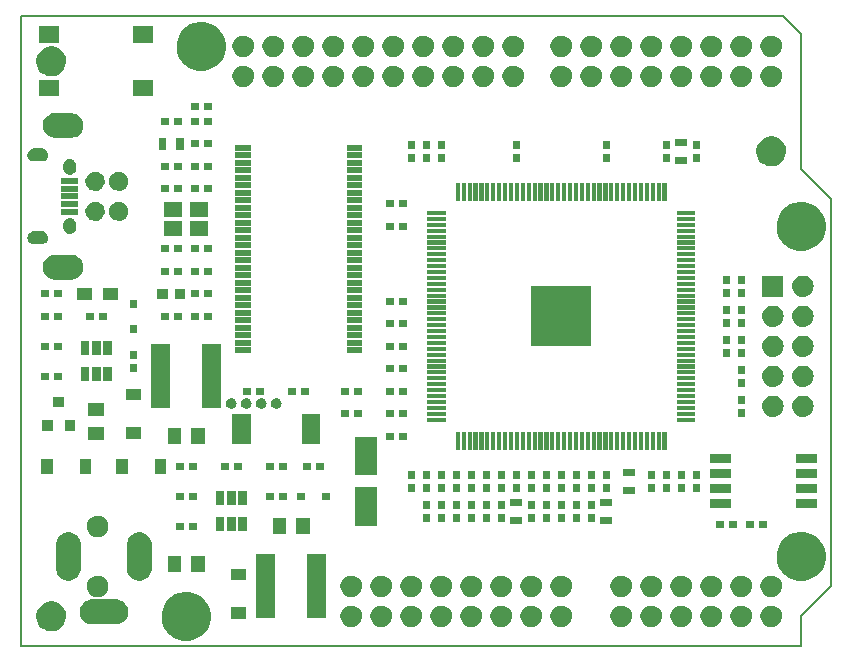
<source format=gts>
G04 #@! TF.FileFunction,Soldermask,Top*
%FSLAX46Y46*%
G04 Gerber Fmt 4.6, Leading zero omitted, Abs format (unit mm)*
G04 Created by KiCad (PCBNEW (2015-07-08 BZR 5908, Git 901e961)-product) date 07/12/2015 14:40:41*
%MOMM*%
G01*
G04 APERTURE LIST*
%ADD10C,0.100000*%
%ADD11C,0.150000*%
G04 APERTURE END LIST*
D10*
D11*
X177038000Y-74549000D02*
X175514000Y-73025000D01*
X177038000Y-85979000D02*
X177038000Y-74549000D01*
X179578000Y-88519000D02*
X177038000Y-85979000D01*
X179578000Y-121285000D02*
X179578000Y-88519000D01*
X177038000Y-123825000D02*
X179578000Y-121285000D01*
X177038000Y-126365000D02*
X177038000Y-123825000D01*
X110998000Y-126365000D02*
X177038000Y-126365000D01*
X110998000Y-73025000D02*
X110998000Y-126365000D01*
X175514000Y-73025000D02*
X110998000Y-73025000D01*
D10*
G36*
X113276364Y-84710091D02*
X113274641Y-84833468D01*
X113274544Y-84833894D01*
X113274544Y-84833906D01*
X113250713Y-84938801D01*
X113206777Y-85037480D01*
X113144513Y-85125746D01*
X113066289Y-85200238D01*
X112975087Y-85258116D01*
X112874376Y-85297180D01*
X112768003Y-85315937D01*
X112660010Y-85313674D01*
X112653742Y-85312296D01*
X112629074Y-85311779D01*
X112605500Y-85315937D01*
X112497510Y-85313674D01*
X112491242Y-85312296D01*
X112466574Y-85311779D01*
X112443000Y-85315937D01*
X112335010Y-85313674D01*
X112328742Y-85312296D01*
X112304074Y-85311779D01*
X112280500Y-85315937D01*
X112172510Y-85313674D01*
X112166242Y-85312296D01*
X112141574Y-85311779D01*
X112118000Y-85315937D01*
X112010009Y-85313674D01*
X111904510Y-85290479D01*
X111805524Y-85247233D01*
X111716828Y-85185587D01*
X111641792Y-85107886D01*
X111583277Y-85017089D01*
X111543513Y-84916656D01*
X111524014Y-84810413D01*
X111525522Y-84702402D01*
X111547979Y-84596749D01*
X111590532Y-84497466D01*
X111651558Y-84408339D01*
X111728735Y-84332761D01*
X111819123Y-84273613D01*
X111919273Y-84233151D01*
X112025379Y-84212909D01*
X112133390Y-84213664D01*
X112145415Y-84216132D01*
X112170082Y-84216304D01*
X112187878Y-84212909D01*
X112295890Y-84213664D01*
X112307915Y-84216132D01*
X112332582Y-84216304D01*
X112350378Y-84212909D01*
X112458390Y-84213664D01*
X112470415Y-84216132D01*
X112495082Y-84216304D01*
X112512878Y-84212909D01*
X112620890Y-84213664D01*
X112632915Y-84216132D01*
X112657582Y-84216304D01*
X112675378Y-84212909D01*
X112783391Y-84213664D01*
X112889206Y-84235384D01*
X112988780Y-84277242D01*
X113078334Y-84337647D01*
X113154446Y-84414292D01*
X113214222Y-84504262D01*
X113255385Y-84604130D01*
X113276279Y-84709653D01*
X113276278Y-84709661D01*
X113276364Y-84710091D01*
X113276364Y-84710091D01*
G37*
G36*
X113281364Y-91710091D02*
X113279641Y-91833468D01*
X113279544Y-91833894D01*
X113279544Y-91833906D01*
X113255713Y-91938801D01*
X113211777Y-92037480D01*
X113149513Y-92125746D01*
X113071289Y-92200238D01*
X112980087Y-92258116D01*
X112879376Y-92297180D01*
X112773003Y-92315937D01*
X112665010Y-92313674D01*
X112657626Y-92312051D01*
X112632962Y-92311535D01*
X112608001Y-92315937D01*
X112500010Y-92313674D01*
X112492626Y-92312051D01*
X112467962Y-92311535D01*
X112443001Y-92315937D01*
X112335010Y-92313674D01*
X112328742Y-92312296D01*
X112304074Y-92311779D01*
X112280500Y-92315937D01*
X112172510Y-92313674D01*
X112166242Y-92312296D01*
X112141574Y-92311779D01*
X112118000Y-92315937D01*
X112010009Y-92313674D01*
X111904510Y-92290479D01*
X111805524Y-92247233D01*
X111716828Y-92185587D01*
X111641792Y-92107886D01*
X111583277Y-92017089D01*
X111543513Y-91916656D01*
X111524014Y-91810413D01*
X111525522Y-91702402D01*
X111547979Y-91596749D01*
X111590532Y-91497466D01*
X111651558Y-91408339D01*
X111728735Y-91332761D01*
X111819123Y-91273613D01*
X111919273Y-91233151D01*
X112025379Y-91212909D01*
X112133390Y-91213664D01*
X112145415Y-91216132D01*
X112170082Y-91216304D01*
X112187878Y-91212909D01*
X112295890Y-91213664D01*
X112307915Y-91216132D01*
X112332582Y-91216304D01*
X112350378Y-91212909D01*
X112458391Y-91213664D01*
X112471621Y-91216379D01*
X112496287Y-91216551D01*
X112515378Y-91212909D01*
X112623391Y-91213664D01*
X112636621Y-91216379D01*
X112661287Y-91216551D01*
X112680378Y-91212909D01*
X112788391Y-91213664D01*
X112894206Y-91235384D01*
X112993780Y-91277242D01*
X113083334Y-91337647D01*
X113159446Y-91414292D01*
X113219222Y-91504262D01*
X113260385Y-91604130D01*
X113281279Y-91709653D01*
X113281278Y-91709661D01*
X113281364Y-91710091D01*
X113281364Y-91710091D01*
G37*
G36*
X113338800Y-96820800D02*
X112637200Y-96820800D01*
X112637200Y-96219200D01*
X113338800Y-96219200D01*
X113338800Y-96820800D01*
X113338800Y-96820800D01*
G37*
G36*
X113338800Y-98725800D02*
X112637200Y-98725800D01*
X112637200Y-98124200D01*
X113338800Y-98124200D01*
X113338800Y-98725800D01*
X113338800Y-98725800D01*
G37*
G36*
X113338800Y-101265800D02*
X112637200Y-101265800D01*
X112637200Y-100664200D01*
X113338800Y-100664200D01*
X113338800Y-101265800D01*
X113338800Y-101265800D01*
G37*
G36*
X113338800Y-103805800D02*
X112637200Y-103805800D01*
X112637200Y-103204200D01*
X113338800Y-103204200D01*
X113338800Y-103805800D01*
X113338800Y-103805800D01*
G37*
G36*
X113673850Y-108131610D02*
X112772150Y-108131610D01*
X112772150Y-107229910D01*
X113673850Y-107229910D01*
X113673850Y-108131610D01*
X113673850Y-108131610D01*
G37*
G36*
X113678800Y-111785800D02*
X112667200Y-111785800D01*
X112667200Y-110464200D01*
X113678800Y-110464200D01*
X113678800Y-111785800D01*
X113678800Y-111785800D01*
G37*
G36*
X114198800Y-75285800D02*
X112547200Y-75285800D01*
X112547200Y-73884200D01*
X114198800Y-73884200D01*
X114198800Y-75285800D01*
X114198800Y-75285800D01*
G37*
G36*
X114198800Y-79785800D02*
X112547200Y-79785800D01*
X112547200Y-78384200D01*
X114198800Y-78384200D01*
X114198800Y-79785800D01*
X114198800Y-79785800D01*
G37*
G36*
X114438800Y-96820800D02*
X113737200Y-96820800D01*
X113737200Y-96219200D01*
X114438800Y-96219200D01*
X114438800Y-96820800D01*
X114438800Y-96820800D01*
G37*
G36*
X114438800Y-98725800D02*
X113737200Y-98725800D01*
X113737200Y-98124200D01*
X114438800Y-98124200D01*
X114438800Y-98725800D01*
X114438800Y-98725800D01*
G37*
G36*
X114438800Y-101265800D02*
X113737200Y-101265800D01*
X113737200Y-100664200D01*
X114438800Y-100664200D01*
X114438800Y-101265800D01*
X114438800Y-101265800D01*
G37*
G36*
X114438800Y-103805800D02*
X113737200Y-103805800D01*
X113737200Y-103204200D01*
X114438800Y-103204200D01*
X114438800Y-103805800D01*
X114438800Y-103805800D01*
G37*
G36*
X114623850Y-106132630D02*
X113722150Y-106132630D01*
X113722150Y-105230930D01*
X114623850Y-105230930D01*
X114623850Y-106132630D01*
X114623850Y-106132630D01*
G37*
G36*
X114808054Y-76710470D02*
X114804082Y-76994943D01*
X114803985Y-76995369D01*
X114803985Y-76995382D01*
X114748906Y-77237815D01*
X114647603Y-77465342D01*
X114504038Y-77668860D01*
X114323675Y-77840618D01*
X114113383Y-77974073D01*
X113881183Y-78064138D01*
X113635906Y-78107387D01*
X113386901Y-78102170D01*
X113143646Y-78048687D01*
X112915418Y-77948978D01*
X112710904Y-77806836D01*
X112537890Y-77627675D01*
X112402975Y-77418326D01*
X112311288Y-77186754D01*
X112266328Y-76941785D01*
X112269806Y-76692746D01*
X112321587Y-76449133D01*
X112419703Y-76220212D01*
X112560415Y-76014706D01*
X112738358Y-75840452D01*
X112946768Y-75704073D01*
X113177692Y-75610773D01*
X113422341Y-75564104D01*
X113671391Y-75565843D01*
X113915370Y-75615925D01*
X114144964Y-75712437D01*
X114351448Y-75851712D01*
X114526942Y-76028436D01*
X114664771Y-76235885D01*
X114759680Y-76466152D01*
X114807970Y-76710032D01*
X114807969Y-76710044D01*
X114808054Y-76710470D01*
X114808054Y-76710470D01*
G37*
G36*
X114808054Y-123700470D02*
X114804082Y-123984943D01*
X114803985Y-123985369D01*
X114803985Y-123985382D01*
X114748906Y-124227815D01*
X114647603Y-124455342D01*
X114504038Y-124658860D01*
X114323675Y-124830618D01*
X114113383Y-124964073D01*
X113881183Y-125054138D01*
X113635906Y-125097387D01*
X113386901Y-125092170D01*
X113143646Y-125038687D01*
X112915418Y-124938978D01*
X112710904Y-124796836D01*
X112537890Y-124617675D01*
X112402975Y-124408326D01*
X112311288Y-124176754D01*
X112266328Y-123931785D01*
X112269806Y-123682746D01*
X112321587Y-123439133D01*
X112419703Y-123210212D01*
X112560415Y-123004706D01*
X112738358Y-122830452D01*
X112946768Y-122694073D01*
X113177692Y-122600773D01*
X113422341Y-122554104D01*
X113671391Y-122555843D01*
X113915370Y-122605925D01*
X114144964Y-122702437D01*
X114351448Y-122841712D01*
X114526942Y-123018436D01*
X114664771Y-123225885D01*
X114759680Y-123456152D01*
X114807970Y-123700032D01*
X114807969Y-123700044D01*
X114808054Y-123700470D01*
X114808054Y-123700470D01*
G37*
G36*
X115573850Y-108131610D02*
X114672150Y-108131610D01*
X114672150Y-107229910D01*
X115573850Y-107229910D01*
X115573850Y-108131610D01*
X115573850Y-108131610D01*
G37*
G36*
X115626362Y-85862543D02*
X115624718Y-85980319D01*
X115624621Y-85980745D01*
X115624621Y-85980757D01*
X115601876Y-86080872D01*
X115559934Y-86175072D01*
X115500496Y-86259332D01*
X115425823Y-86330442D01*
X115338761Y-86385694D01*
X115242620Y-86422985D01*
X115141075Y-86440890D01*
X115037984Y-86438730D01*
X114937269Y-86416586D01*
X114842780Y-86375306D01*
X114758109Y-86316457D01*
X114686479Y-86242282D01*
X114630620Y-86155606D01*
X114592661Y-86059732D01*
X114574047Y-85958311D01*
X114575486Y-85855201D01*
X114576718Y-85849404D01*
X114577062Y-85824745D01*
X114574047Y-85808314D01*
X114575486Y-85705201D01*
X114576718Y-85699404D01*
X114577062Y-85674745D01*
X114574047Y-85658314D01*
X114575486Y-85555203D01*
X114596924Y-85454345D01*
X114637544Y-85359571D01*
X114695804Y-85274485D01*
X114769476Y-85202340D01*
X114855760Y-85145877D01*
X114951367Y-85107249D01*
X115052656Y-85087927D01*
X115155766Y-85088648D01*
X115256778Y-85109382D01*
X115351831Y-85149339D01*
X115437321Y-85207003D01*
X115509978Y-85280169D01*
X115567042Y-85366056D01*
X115606336Y-85461391D01*
X115626278Y-85562104D01*
X115626277Y-85562117D01*
X115626362Y-85562543D01*
X115624718Y-85680319D01*
X115624621Y-85680744D01*
X115624528Y-85687429D01*
X115625054Y-85687436D01*
X115624812Y-85704698D01*
X115626278Y-85712100D01*
X115626277Y-85712117D01*
X115626362Y-85712543D01*
X115624718Y-85830319D01*
X115624621Y-85830744D01*
X115624528Y-85837429D01*
X115625054Y-85837436D01*
X115624812Y-85854698D01*
X115626278Y-85862100D01*
X115626277Y-85862117D01*
X115626362Y-85862543D01*
X115626362Y-85862543D01*
G37*
G36*
X115626362Y-90862543D02*
X115624718Y-90980319D01*
X115624621Y-90980745D01*
X115624621Y-90980757D01*
X115601876Y-91080872D01*
X115559934Y-91175072D01*
X115500496Y-91259332D01*
X115425823Y-91330442D01*
X115338761Y-91385694D01*
X115242620Y-91422985D01*
X115141075Y-91440890D01*
X115037984Y-91438730D01*
X114937269Y-91416586D01*
X114842780Y-91375306D01*
X114758109Y-91316457D01*
X114686479Y-91242282D01*
X114630620Y-91155606D01*
X114592661Y-91059732D01*
X114574047Y-90958311D01*
X114575486Y-90855201D01*
X114576718Y-90849404D01*
X114577062Y-90824745D01*
X114574047Y-90808314D01*
X114575486Y-90705201D01*
X114576718Y-90699404D01*
X114577062Y-90674745D01*
X114574047Y-90658314D01*
X114575486Y-90555203D01*
X114596924Y-90454345D01*
X114637544Y-90359571D01*
X114695804Y-90274485D01*
X114769476Y-90202340D01*
X114855760Y-90145877D01*
X114951367Y-90107249D01*
X115052656Y-90087927D01*
X115155766Y-90088648D01*
X115256778Y-90109382D01*
X115351831Y-90149339D01*
X115437321Y-90207003D01*
X115509978Y-90280169D01*
X115567042Y-90366056D01*
X115606336Y-90461391D01*
X115626278Y-90562104D01*
X115626277Y-90562117D01*
X115626362Y-90562543D01*
X115624718Y-90680319D01*
X115624621Y-90680744D01*
X115624528Y-90687429D01*
X115625054Y-90687436D01*
X115624812Y-90704698D01*
X115626278Y-90712100D01*
X115626277Y-90712117D01*
X115626362Y-90712543D01*
X115624718Y-90830319D01*
X115624621Y-90830744D01*
X115624528Y-90837429D01*
X115625054Y-90837436D01*
X115624812Y-90854698D01*
X115626278Y-90862100D01*
X115626277Y-90862117D01*
X115626362Y-90862543D01*
X115626362Y-90862543D01*
G37*
G36*
X115826340Y-87214900D02*
X114374740Y-87214900D01*
X114374740Y-86713300D01*
X115826340Y-86713300D01*
X115826340Y-87214900D01*
X115826340Y-87214900D01*
G37*
G36*
X115826340Y-87864900D02*
X114374740Y-87864900D01*
X114374740Y-87363300D01*
X115826340Y-87363300D01*
X115826340Y-87864900D01*
X115826340Y-87864900D01*
G37*
G36*
X115826340Y-88514900D02*
X114374740Y-88514900D01*
X114374740Y-88013300D01*
X115826340Y-88013300D01*
X115826340Y-88514900D01*
X115826340Y-88514900D01*
G37*
G36*
X115826340Y-89164900D02*
X114374740Y-89164900D01*
X114374740Y-88663300D01*
X115826340Y-88663300D01*
X115826340Y-89164900D01*
X115826340Y-89164900D01*
G37*
G36*
X115826340Y-89814900D02*
X114374740Y-89814900D01*
X114374740Y-89313300D01*
X115826340Y-89313300D01*
X115826340Y-89814900D01*
X115826340Y-89814900D01*
G37*
G36*
X116059505Y-119641964D02*
X116056218Y-119877337D01*
X116056122Y-119877758D01*
X116056122Y-119877776D01*
X116010566Y-120078290D01*
X115926751Y-120266544D01*
X115807960Y-120434940D01*
X115658729Y-120577050D01*
X115484737Y-120687469D01*
X115292606Y-120761992D01*
X115089668Y-120797776D01*
X114883641Y-120793460D01*
X114682370Y-120749207D01*
X114493534Y-120666708D01*
X114324319Y-120549099D01*
X114181167Y-120400861D01*
X114069538Y-120227646D01*
X113993676Y-120036042D01*
X113956476Y-119833354D01*
X113959353Y-119627295D01*
X113959524Y-119626491D01*
X113959867Y-119601836D01*
X113956476Y-119583357D01*
X113959353Y-119377295D01*
X113959524Y-119376491D01*
X113959867Y-119351836D01*
X113956476Y-119333357D01*
X113959353Y-119127295D01*
X113959524Y-119126491D01*
X113959867Y-119101836D01*
X113956476Y-119083357D01*
X113959353Y-118877295D01*
X113959524Y-118876491D01*
X113959867Y-118851836D01*
X113956476Y-118833357D01*
X113959353Y-118627295D01*
X113959524Y-118626491D01*
X113959867Y-118601836D01*
X113956476Y-118583357D01*
X113959353Y-118377295D01*
X113959524Y-118376491D01*
X113959867Y-118351836D01*
X113956476Y-118333357D01*
X113959353Y-118127295D01*
X113959524Y-118126491D01*
X113959867Y-118101836D01*
X113956476Y-118083357D01*
X113959353Y-117877295D01*
X113959524Y-117876491D01*
X113959867Y-117851836D01*
X113956476Y-117833357D01*
X113959353Y-117627298D01*
X114002197Y-117425733D01*
X114083377Y-117236326D01*
X114199804Y-117066288D01*
X114347040Y-116922104D01*
X114519470Y-116809269D01*
X114710539Y-116732073D01*
X114912963Y-116693457D01*
X115119029Y-116694897D01*
X115320896Y-116736333D01*
X115510863Y-116816189D01*
X115681709Y-116931425D01*
X115826916Y-117077650D01*
X115940951Y-117249286D01*
X116019481Y-117439814D01*
X116059421Y-117641525D01*
X116059420Y-117641538D01*
X116059505Y-117641964D01*
X116056331Y-117869239D01*
X116057457Y-117881604D01*
X116059421Y-117891521D01*
X116059420Y-117891538D01*
X116059505Y-117891964D01*
X116056331Y-118119239D01*
X116057457Y-118131604D01*
X116059421Y-118141521D01*
X116059420Y-118141538D01*
X116059505Y-118141964D01*
X116056331Y-118369239D01*
X116057457Y-118381604D01*
X116059421Y-118391521D01*
X116059420Y-118391538D01*
X116059505Y-118391964D01*
X116056331Y-118619239D01*
X116057457Y-118631604D01*
X116059421Y-118641521D01*
X116059420Y-118641538D01*
X116059505Y-118641964D01*
X116056331Y-118869239D01*
X116057457Y-118881604D01*
X116059421Y-118891521D01*
X116059420Y-118891538D01*
X116059505Y-118891964D01*
X116056331Y-119119239D01*
X116057457Y-119131604D01*
X116059421Y-119141521D01*
X116059420Y-119141538D01*
X116059505Y-119141964D01*
X116056331Y-119369239D01*
X116057457Y-119381604D01*
X116059421Y-119391521D01*
X116059420Y-119391538D01*
X116059505Y-119391964D01*
X116056331Y-119619239D01*
X116057457Y-119631604D01*
X116059421Y-119641521D01*
X116059420Y-119641538D01*
X116059505Y-119641964D01*
X116059505Y-119641964D01*
G37*
G36*
X116263845Y-82162484D02*
X116260558Y-82397857D01*
X116260462Y-82398278D01*
X116260462Y-82398296D01*
X116214906Y-82598810D01*
X116131091Y-82787064D01*
X116012300Y-82955460D01*
X115863069Y-83097570D01*
X115689077Y-83207989D01*
X115496946Y-83282512D01*
X115294008Y-83318296D01*
X115103589Y-83314307D01*
X115091231Y-83315258D01*
X115074006Y-83318296D01*
X114883589Y-83314307D01*
X114871231Y-83315258D01*
X114854006Y-83318296D01*
X114663589Y-83314307D01*
X114651231Y-83315258D01*
X114634006Y-83318296D01*
X114443589Y-83314307D01*
X114431231Y-83315258D01*
X114414006Y-83318296D01*
X114223589Y-83314307D01*
X114211231Y-83315258D01*
X114194006Y-83318296D01*
X114003589Y-83314307D01*
X113991231Y-83315258D01*
X113974006Y-83318296D01*
X113767981Y-83313980D01*
X113566710Y-83269727D01*
X113377874Y-83187228D01*
X113208659Y-83069619D01*
X113065507Y-82921381D01*
X112953878Y-82748166D01*
X112878016Y-82556562D01*
X112840816Y-82353874D01*
X112843693Y-82147818D01*
X112886537Y-81946253D01*
X112967717Y-81756846D01*
X113084144Y-81586808D01*
X113231380Y-81442624D01*
X113403810Y-81329789D01*
X113594879Y-81252593D01*
X113797303Y-81213977D01*
X114003306Y-81215416D01*
X114015646Y-81214294D01*
X114017305Y-81213977D01*
X114223306Y-81215416D01*
X114235646Y-81214294D01*
X114237305Y-81213977D01*
X114443306Y-81215416D01*
X114455646Y-81214294D01*
X114457305Y-81213977D01*
X114663306Y-81215416D01*
X114675646Y-81214294D01*
X114677305Y-81213977D01*
X114883306Y-81215416D01*
X114895646Y-81214294D01*
X114897305Y-81213977D01*
X115103306Y-81215416D01*
X115115646Y-81214294D01*
X115117305Y-81213978D01*
X115323369Y-81215417D01*
X115525236Y-81256853D01*
X115715203Y-81336709D01*
X115886049Y-81451945D01*
X116031256Y-81598170D01*
X116145291Y-81769806D01*
X116223821Y-81960334D01*
X116263761Y-82162045D01*
X116263760Y-82162058D01*
X116263845Y-82162484D01*
X116263845Y-82162484D01*
G37*
G36*
X116263845Y-94161444D02*
X116260558Y-94396817D01*
X116260462Y-94397238D01*
X116260462Y-94397256D01*
X116214906Y-94597770D01*
X116131091Y-94786024D01*
X116012300Y-94954420D01*
X115863069Y-95096530D01*
X115689077Y-95206949D01*
X115496946Y-95281472D01*
X115294008Y-95317256D01*
X115103589Y-95313267D01*
X115091231Y-95314218D01*
X115074006Y-95317256D01*
X114883589Y-95313267D01*
X114871231Y-95314218D01*
X114854006Y-95317256D01*
X114663589Y-95313267D01*
X114651231Y-95314218D01*
X114634006Y-95317256D01*
X114443589Y-95313267D01*
X114431231Y-95314218D01*
X114414006Y-95317256D01*
X114223589Y-95313267D01*
X114211231Y-95314218D01*
X114194006Y-95317256D01*
X114003589Y-95313267D01*
X113991231Y-95314218D01*
X113974006Y-95317256D01*
X113767981Y-95312940D01*
X113566710Y-95268687D01*
X113377874Y-95186188D01*
X113208659Y-95068579D01*
X113065507Y-94920341D01*
X112953878Y-94747126D01*
X112878016Y-94555522D01*
X112840816Y-94352834D01*
X112843693Y-94146778D01*
X112886537Y-93945213D01*
X112967717Y-93755806D01*
X113084144Y-93585768D01*
X113231380Y-93441584D01*
X113403810Y-93328749D01*
X113594879Y-93251553D01*
X113797303Y-93212937D01*
X114003306Y-93214376D01*
X114015646Y-93213254D01*
X114017305Y-93212937D01*
X114223306Y-93214376D01*
X114235646Y-93213254D01*
X114237305Y-93212937D01*
X114443306Y-93214376D01*
X114455646Y-93213254D01*
X114457305Y-93212937D01*
X114663306Y-93214376D01*
X114675646Y-93213254D01*
X114677305Y-93212937D01*
X114883306Y-93214376D01*
X114895646Y-93213254D01*
X114897305Y-93212937D01*
X115103306Y-93214376D01*
X115115646Y-93213254D01*
X115117305Y-93212938D01*
X115323369Y-93214377D01*
X115525236Y-93255813D01*
X115715203Y-93335669D01*
X115886049Y-93450905D01*
X116031256Y-93597130D01*
X116145291Y-93768766D01*
X116223821Y-93959294D01*
X116263761Y-94161005D01*
X116263760Y-94161018D01*
X116263845Y-94161444D01*
X116263845Y-94161444D01*
G37*
G36*
X116773800Y-101715800D02*
X116022200Y-101715800D01*
X116022200Y-100554200D01*
X116773800Y-100554200D01*
X116773800Y-101715800D01*
X116773800Y-101715800D01*
G37*
G36*
X116773800Y-103915800D02*
X116022200Y-103915800D01*
X116022200Y-102754200D01*
X116773800Y-102754200D01*
X116773800Y-103915800D01*
X116773800Y-103915800D01*
G37*
G36*
X116948800Y-111785800D02*
X115937200Y-111785800D01*
X115937200Y-110464200D01*
X116948800Y-110464200D01*
X116948800Y-111785800D01*
X116948800Y-111785800D01*
G37*
G36*
X117025800Y-97020800D02*
X115724200Y-97020800D01*
X115724200Y-96019200D01*
X117025800Y-96019200D01*
X117025800Y-97020800D01*
X117025800Y-97020800D01*
G37*
G36*
X117148800Y-98725800D02*
X116447200Y-98725800D01*
X116447200Y-98124200D01*
X117148800Y-98124200D01*
X117148800Y-98725800D01*
X117148800Y-98725800D01*
G37*
G36*
X117723800Y-101715800D02*
X116972200Y-101715800D01*
X116972200Y-100554200D01*
X117723800Y-100554200D01*
X117723800Y-101715800D01*
X117723800Y-101715800D01*
G37*
G36*
X117723800Y-103915800D02*
X116972200Y-103915800D01*
X116972200Y-102754200D01*
X117723800Y-102754200D01*
X117723800Y-103915800D01*
X117723800Y-103915800D01*
G37*
G36*
X118023800Y-106865800D02*
X116672200Y-106865800D01*
X116672200Y-105764200D01*
X118023800Y-105764200D01*
X118023800Y-106865800D01*
X118023800Y-106865800D01*
G37*
G36*
X118023800Y-108865800D02*
X116672200Y-108865800D01*
X116672200Y-107764200D01*
X118023800Y-107764200D01*
X118023800Y-108865800D01*
X118023800Y-108865800D01*
G37*
G36*
X118065855Y-86915301D02*
X118063313Y-87097364D01*
X118063216Y-87097790D01*
X118063216Y-87097801D01*
X118028000Y-87252803D01*
X117963169Y-87398417D01*
X117871283Y-87528673D01*
X117755853Y-87638596D01*
X117621269Y-87724006D01*
X117472654Y-87781650D01*
X117315680Y-87809329D01*
X117156318Y-87805990D01*
X117000632Y-87771760D01*
X116854567Y-87707947D01*
X116723679Y-87616976D01*
X116612951Y-87502314D01*
X116526602Y-87368327D01*
X116467924Y-87220123D01*
X116439149Y-87063343D01*
X116441375Y-86903956D01*
X116474514Y-86748047D01*
X116537310Y-86601534D01*
X116627363Y-86470014D01*
X116741253Y-86358484D01*
X116874628Y-86271206D01*
X117022421Y-86211495D01*
X117178998Y-86181625D01*
X117338390Y-86182739D01*
X117494537Y-86214790D01*
X117641476Y-86276558D01*
X117773627Y-86365695D01*
X117885944Y-86478798D01*
X117974154Y-86611566D01*
X118034896Y-86758937D01*
X118065771Y-86914862D01*
X118065770Y-86914875D01*
X118065855Y-86915301D01*
X118065855Y-86915301D01*
G37*
G36*
X118065855Y-89455301D02*
X118063313Y-89637364D01*
X118063216Y-89637790D01*
X118063216Y-89637801D01*
X118028000Y-89792803D01*
X117963169Y-89938417D01*
X117871283Y-90068673D01*
X117755853Y-90178596D01*
X117621269Y-90264006D01*
X117472654Y-90321650D01*
X117315680Y-90349329D01*
X117156318Y-90345990D01*
X117000632Y-90311760D01*
X116854567Y-90247947D01*
X116723679Y-90156976D01*
X116612951Y-90042314D01*
X116526602Y-89908327D01*
X116467924Y-89760123D01*
X116439149Y-89603343D01*
X116441375Y-89443956D01*
X116474514Y-89288047D01*
X116537310Y-89141534D01*
X116627363Y-89010014D01*
X116741253Y-88898484D01*
X116874628Y-88811206D01*
X117022421Y-88751495D01*
X117178998Y-88721625D01*
X117338390Y-88722739D01*
X117494537Y-88754790D01*
X117641476Y-88816558D01*
X117773627Y-88905695D01*
X117885944Y-89018798D01*
X117974154Y-89151566D01*
X118034896Y-89298937D01*
X118065771Y-89454862D01*
X118065770Y-89454875D01*
X118065855Y-89455301D01*
X118065855Y-89455301D01*
G37*
G36*
X118248800Y-98725800D02*
X117547200Y-98725800D01*
X117547200Y-98124200D01*
X118248800Y-98124200D01*
X118248800Y-98725800D01*
X118248800Y-98725800D01*
G37*
G36*
X118389439Y-116115338D02*
X118386579Y-116320159D01*
X118386483Y-116320580D01*
X118386483Y-116320597D01*
X118346854Y-116495027D01*
X118273916Y-116658847D01*
X118170549Y-116805380D01*
X118040687Y-116929046D01*
X117889280Y-117025131D01*
X117722088Y-117089981D01*
X117545493Y-117121120D01*
X117366209Y-117117364D01*
X117191065Y-117078856D01*
X117026740Y-117007065D01*
X116879491Y-116904723D01*
X116754920Y-116775727D01*
X116657781Y-116624996D01*
X116591766Y-116458263D01*
X116559395Y-116281886D01*
X116561899Y-116102576D01*
X116599181Y-115927176D01*
X116669825Y-115762352D01*
X116771138Y-115614387D01*
X116899259Y-115488922D01*
X117049308Y-115390733D01*
X117215578Y-115323555D01*
X117391726Y-115289953D01*
X117571042Y-115291206D01*
X117746706Y-115327264D01*
X117912014Y-115396753D01*
X118060683Y-115497032D01*
X118187040Y-115624275D01*
X118286276Y-115773635D01*
X118354611Y-115939429D01*
X118389355Y-116114900D01*
X118389354Y-116114912D01*
X118389439Y-116115338D01*
X118389439Y-116115338D01*
G37*
G36*
X118389439Y-121195338D02*
X118386579Y-121400159D01*
X118386483Y-121400580D01*
X118386483Y-121400597D01*
X118346854Y-121575027D01*
X118273916Y-121738847D01*
X118170549Y-121885380D01*
X118040687Y-122009046D01*
X117889280Y-122105131D01*
X117722088Y-122169981D01*
X117545493Y-122201120D01*
X117366209Y-122197364D01*
X117191065Y-122158856D01*
X117026740Y-122087065D01*
X116879491Y-121984723D01*
X116754920Y-121855727D01*
X116657781Y-121704996D01*
X116591766Y-121538263D01*
X116559395Y-121361886D01*
X116561899Y-121182576D01*
X116599181Y-121007176D01*
X116669825Y-120842352D01*
X116771138Y-120694387D01*
X116899259Y-120568922D01*
X117049308Y-120470733D01*
X117215578Y-120403555D01*
X117391726Y-120369953D01*
X117571042Y-120371206D01*
X117746706Y-120407264D01*
X117912014Y-120476753D01*
X118060683Y-120577032D01*
X118187040Y-120704275D01*
X118286276Y-120853635D01*
X118354611Y-121019429D01*
X118389355Y-121194900D01*
X118389354Y-121194912D01*
X118389439Y-121195338D01*
X118389439Y-121195338D01*
G37*
G36*
X118673800Y-101715800D02*
X117922200Y-101715800D01*
X117922200Y-100554200D01*
X118673800Y-100554200D01*
X118673800Y-101715800D01*
X118673800Y-101715800D01*
G37*
G36*
X118673800Y-103915800D02*
X117922200Y-103915800D01*
X117922200Y-102754200D01*
X118673800Y-102754200D01*
X118673800Y-103915800D01*
X118673800Y-103915800D01*
G37*
G36*
X119225800Y-97020800D02*
X117924200Y-97020800D01*
X117924200Y-96019200D01*
X119225800Y-96019200D01*
X119225800Y-97020800D01*
X119225800Y-97020800D01*
G37*
G36*
X120028800Y-111785800D02*
X119017200Y-111785800D01*
X119017200Y-110464200D01*
X120028800Y-110464200D01*
X120028800Y-111785800D01*
X120028800Y-111785800D01*
G37*
G36*
X120059245Y-123340964D02*
X120055958Y-123576337D01*
X120055862Y-123576758D01*
X120055862Y-123576776D01*
X120010306Y-123777290D01*
X119926491Y-123965544D01*
X119807700Y-124133940D01*
X119658469Y-124276050D01*
X119484477Y-124386469D01*
X119292346Y-124460992D01*
X119089408Y-124496776D01*
X118877154Y-124492330D01*
X118877139Y-124493047D01*
X118862315Y-124492735D01*
X118839405Y-124496776D01*
X118627154Y-124492330D01*
X118627139Y-124493047D01*
X118612315Y-124492735D01*
X118589405Y-124496776D01*
X118377154Y-124492330D01*
X118377139Y-124493047D01*
X118362315Y-124492735D01*
X118339405Y-124496776D01*
X118127154Y-124492330D01*
X118127139Y-124493047D01*
X118112315Y-124492735D01*
X118089405Y-124496776D01*
X117877154Y-124492330D01*
X117877139Y-124493047D01*
X117862315Y-124492735D01*
X117839405Y-124496776D01*
X117627154Y-124492330D01*
X117627139Y-124493047D01*
X117612315Y-124492735D01*
X117589405Y-124496776D01*
X117377154Y-124492330D01*
X117377139Y-124493047D01*
X117362315Y-124492735D01*
X117339405Y-124496776D01*
X117127154Y-124492330D01*
X117127139Y-124493047D01*
X117112315Y-124492735D01*
X117089405Y-124496776D01*
X116883381Y-124492460D01*
X116682110Y-124448207D01*
X116493274Y-124365708D01*
X116324059Y-124248099D01*
X116180907Y-124099861D01*
X116069278Y-123926646D01*
X115993416Y-123735042D01*
X115956216Y-123532354D01*
X115959093Y-123326298D01*
X116001937Y-123124733D01*
X116083117Y-122935326D01*
X116199544Y-122765288D01*
X116346780Y-122621104D01*
X116519210Y-122508269D01*
X116710279Y-122431073D01*
X116912703Y-122392457D01*
X117118772Y-122393897D01*
X117123983Y-122394966D01*
X117148646Y-122395139D01*
X117162705Y-122392458D01*
X117368772Y-122393897D01*
X117373983Y-122394966D01*
X117398646Y-122395139D01*
X117412705Y-122392458D01*
X117618772Y-122393897D01*
X117623983Y-122394966D01*
X117648646Y-122395139D01*
X117662705Y-122392458D01*
X117868772Y-122393897D01*
X117873983Y-122394966D01*
X117898646Y-122395139D01*
X117912705Y-122392458D01*
X118118772Y-122393897D01*
X118123983Y-122394966D01*
X118148646Y-122395139D01*
X118162705Y-122392458D01*
X118368772Y-122393897D01*
X118373983Y-122394966D01*
X118398646Y-122395139D01*
X118412705Y-122392458D01*
X118618772Y-122393897D01*
X118623983Y-122394966D01*
X118648646Y-122395139D01*
X118662705Y-122392458D01*
X118868772Y-122393897D01*
X118873983Y-122394966D01*
X118898646Y-122395139D01*
X118912705Y-122392458D01*
X119118769Y-122393897D01*
X119320636Y-122435333D01*
X119510603Y-122515189D01*
X119681449Y-122630425D01*
X119826656Y-122776650D01*
X119940691Y-122948286D01*
X120019221Y-123138814D01*
X120059161Y-123340525D01*
X120059160Y-123340538D01*
X120059245Y-123340964D01*
X120059245Y-123340964D01*
G37*
G36*
X120064835Y-86915301D02*
X120062293Y-87097364D01*
X120062196Y-87097790D01*
X120062196Y-87097801D01*
X120026980Y-87252803D01*
X119962149Y-87398417D01*
X119870263Y-87528673D01*
X119754833Y-87638596D01*
X119620249Y-87724006D01*
X119471634Y-87781650D01*
X119314660Y-87809329D01*
X119155298Y-87805990D01*
X118999612Y-87771760D01*
X118853547Y-87707947D01*
X118722659Y-87616976D01*
X118611931Y-87502314D01*
X118525582Y-87368327D01*
X118466904Y-87220123D01*
X118438129Y-87063343D01*
X118440355Y-86903956D01*
X118473494Y-86748047D01*
X118536290Y-86601534D01*
X118626343Y-86470014D01*
X118740233Y-86358484D01*
X118873608Y-86271206D01*
X119021401Y-86211495D01*
X119177978Y-86181625D01*
X119337370Y-86182739D01*
X119493517Y-86214790D01*
X119640456Y-86276558D01*
X119772607Y-86365695D01*
X119884924Y-86478798D01*
X119973134Y-86611566D01*
X120033876Y-86758937D01*
X120064751Y-86914862D01*
X120064750Y-86914875D01*
X120064835Y-86915301D01*
X120064835Y-86915301D01*
G37*
G36*
X120064835Y-89455301D02*
X120062293Y-89637364D01*
X120062196Y-89637790D01*
X120062196Y-89637801D01*
X120026980Y-89792803D01*
X119962149Y-89938417D01*
X119870263Y-90068673D01*
X119754833Y-90178596D01*
X119620249Y-90264006D01*
X119471634Y-90321650D01*
X119314660Y-90349329D01*
X119155298Y-90345990D01*
X118999612Y-90311760D01*
X118853547Y-90247947D01*
X118722659Y-90156976D01*
X118611931Y-90042314D01*
X118525582Y-89908327D01*
X118466904Y-89760123D01*
X118438129Y-89603343D01*
X118440355Y-89443956D01*
X118473494Y-89288047D01*
X118536290Y-89141534D01*
X118626343Y-89010014D01*
X118740233Y-88898484D01*
X118873608Y-88811206D01*
X119021401Y-88751495D01*
X119177978Y-88721625D01*
X119337370Y-88722739D01*
X119493517Y-88754790D01*
X119640456Y-88816558D01*
X119772607Y-88905695D01*
X119884924Y-89018798D01*
X119973134Y-89151566D01*
X120033876Y-89298937D01*
X120064751Y-89454862D01*
X120064750Y-89454875D01*
X120064835Y-89455301D01*
X120064835Y-89455301D01*
G37*
G36*
X120798800Y-97715800D02*
X120247200Y-97715800D01*
X120247200Y-97024200D01*
X120798800Y-97024200D01*
X120798800Y-97715800D01*
X120798800Y-97715800D01*
G37*
G36*
X120798800Y-99825800D02*
X120247200Y-99825800D01*
X120247200Y-99134200D01*
X120798800Y-99134200D01*
X120798800Y-99825800D01*
X120798800Y-99825800D01*
G37*
G36*
X120823800Y-102035800D02*
X120222200Y-102035800D01*
X120222200Y-101334200D01*
X120823800Y-101334200D01*
X120823800Y-102035800D01*
X120823800Y-102035800D01*
G37*
G36*
X120823800Y-103135800D02*
X120222200Y-103135800D01*
X120222200Y-102434200D01*
X120823800Y-102434200D01*
X120823800Y-103135800D01*
X120823800Y-103135800D01*
G37*
G36*
X121183800Y-105550800D02*
X119862200Y-105550800D01*
X119862200Y-104539200D01*
X121183800Y-104539200D01*
X121183800Y-105550800D01*
X121183800Y-105550800D01*
G37*
G36*
X121183800Y-108820800D02*
X119862200Y-108820800D01*
X119862200Y-107809200D01*
X121183800Y-107809200D01*
X121183800Y-108820800D01*
X121183800Y-108820800D01*
G37*
G36*
X122058985Y-119641964D02*
X122055698Y-119877337D01*
X122055602Y-119877758D01*
X122055602Y-119877776D01*
X122010046Y-120078290D01*
X121926231Y-120266544D01*
X121807440Y-120434940D01*
X121658209Y-120577050D01*
X121484217Y-120687469D01*
X121292086Y-120761992D01*
X121089148Y-120797776D01*
X120883121Y-120793460D01*
X120681850Y-120749207D01*
X120493014Y-120666708D01*
X120323799Y-120549099D01*
X120180647Y-120400861D01*
X120069018Y-120227646D01*
X119993156Y-120036042D01*
X119955956Y-119833354D01*
X119958833Y-119627295D01*
X119959004Y-119626491D01*
X119959347Y-119601836D01*
X119955956Y-119583357D01*
X119958833Y-119377295D01*
X119959004Y-119376491D01*
X119959347Y-119351836D01*
X119955956Y-119333357D01*
X119958833Y-119127295D01*
X119959004Y-119126491D01*
X119959347Y-119101836D01*
X119955956Y-119083357D01*
X119958833Y-118877295D01*
X119959004Y-118876491D01*
X119959347Y-118851836D01*
X119955956Y-118833357D01*
X119958833Y-118627295D01*
X119959004Y-118626491D01*
X119959347Y-118601836D01*
X119955956Y-118583357D01*
X119958833Y-118377295D01*
X119959004Y-118376491D01*
X119959347Y-118351836D01*
X119955956Y-118333357D01*
X119958833Y-118127295D01*
X119959004Y-118126491D01*
X119959347Y-118101836D01*
X119955956Y-118083357D01*
X119958833Y-117877295D01*
X119959004Y-117876491D01*
X119959347Y-117851836D01*
X119955956Y-117833357D01*
X119958833Y-117627298D01*
X120001677Y-117425733D01*
X120082857Y-117236326D01*
X120199284Y-117066288D01*
X120346520Y-116922104D01*
X120518950Y-116809269D01*
X120710019Y-116732073D01*
X120912443Y-116693457D01*
X121118509Y-116694897D01*
X121320376Y-116736333D01*
X121510343Y-116816189D01*
X121681189Y-116931425D01*
X121826396Y-117077650D01*
X121940431Y-117249286D01*
X122018961Y-117439814D01*
X122058901Y-117641525D01*
X122058900Y-117641538D01*
X122058985Y-117641964D01*
X122055811Y-117869239D01*
X122056937Y-117881604D01*
X122058901Y-117891521D01*
X122058900Y-117891538D01*
X122058985Y-117891964D01*
X122055811Y-118119239D01*
X122056937Y-118131604D01*
X122058901Y-118141521D01*
X122058900Y-118141538D01*
X122058985Y-118141964D01*
X122055811Y-118369239D01*
X122056937Y-118381604D01*
X122058901Y-118391521D01*
X122058900Y-118391538D01*
X122058985Y-118391964D01*
X122055811Y-118619239D01*
X122056937Y-118631604D01*
X122058901Y-118641521D01*
X122058900Y-118641538D01*
X122058985Y-118641964D01*
X122055811Y-118869239D01*
X122056937Y-118881604D01*
X122058901Y-118891521D01*
X122058900Y-118891538D01*
X122058985Y-118891964D01*
X122055811Y-119119239D01*
X122056937Y-119131604D01*
X122058901Y-119141521D01*
X122058900Y-119141538D01*
X122058985Y-119141964D01*
X122055811Y-119369239D01*
X122056937Y-119381604D01*
X122058901Y-119391521D01*
X122058900Y-119391538D01*
X122058985Y-119391964D01*
X122055811Y-119619239D01*
X122056937Y-119631604D01*
X122058901Y-119641521D01*
X122058900Y-119641538D01*
X122058985Y-119641964D01*
X122058985Y-119641964D01*
G37*
G36*
X122148800Y-75285800D02*
X120497200Y-75285800D01*
X120497200Y-73884200D01*
X122148800Y-73884200D01*
X122148800Y-75285800D01*
X122148800Y-75285800D01*
G37*
G36*
X122148800Y-79785800D02*
X120497200Y-79785800D01*
X120497200Y-78384200D01*
X122148800Y-78384200D01*
X122148800Y-79785800D01*
X122148800Y-79785800D01*
G37*
G36*
X123248800Y-84320800D02*
X122647200Y-84320800D01*
X122647200Y-83319200D01*
X123248800Y-83319200D01*
X123248800Y-84320800D01*
X123248800Y-84320800D01*
G37*
G36*
X123298800Y-111785800D02*
X122287200Y-111785800D01*
X122287200Y-110464200D01*
X123298800Y-110464200D01*
X123298800Y-111785800D01*
X123298800Y-111785800D01*
G37*
G36*
X123398280Y-96969580D02*
X122499120Y-96969580D01*
X122499120Y-96070420D01*
X123398280Y-96070420D01*
X123398280Y-96969580D01*
X123398280Y-96969580D01*
G37*
G36*
X123498800Y-82215800D02*
X122797200Y-82215800D01*
X122797200Y-81614200D01*
X123498800Y-81614200D01*
X123498800Y-82215800D01*
X123498800Y-82215800D01*
G37*
G36*
X123498800Y-86025800D02*
X122797200Y-86025800D01*
X122797200Y-85424200D01*
X123498800Y-85424200D01*
X123498800Y-86025800D01*
X123498800Y-86025800D01*
G37*
G36*
X123498800Y-87930800D02*
X122797200Y-87930800D01*
X122797200Y-87329200D01*
X123498800Y-87329200D01*
X123498800Y-87930800D01*
X123498800Y-87930800D01*
G37*
G36*
X123498800Y-93010800D02*
X122797200Y-93010800D01*
X122797200Y-92409200D01*
X123498800Y-92409200D01*
X123498800Y-93010800D01*
X123498800Y-93010800D01*
G37*
G36*
X123498800Y-94915800D02*
X122797200Y-94915800D01*
X122797200Y-94314200D01*
X123498800Y-94314200D01*
X123498800Y-94915800D01*
X123498800Y-94915800D01*
G37*
G36*
X123498800Y-98725800D02*
X122797200Y-98725800D01*
X122797200Y-98124200D01*
X123498800Y-98124200D01*
X123498800Y-98725800D01*
X123498800Y-98725800D01*
G37*
G36*
X123610370Y-106206290D02*
X122007630Y-106206290D01*
X122007630Y-100803710D01*
X123610370Y-100803710D01*
X123610370Y-106206290D01*
X123610370Y-106206290D01*
G37*
G36*
X124518800Y-109260800D02*
X123417200Y-109260800D01*
X123417200Y-107909200D01*
X124518800Y-107909200D01*
X124518800Y-109260800D01*
X124518800Y-109260800D01*
G37*
G36*
X124518800Y-120055800D02*
X123417200Y-120055800D01*
X123417200Y-118704200D01*
X124518800Y-118704200D01*
X124518800Y-120055800D01*
X124518800Y-120055800D01*
G37*
G36*
X124598800Y-82215800D02*
X123897200Y-82215800D01*
X123897200Y-81614200D01*
X124598800Y-81614200D01*
X124598800Y-82215800D01*
X124598800Y-82215800D01*
G37*
G36*
X124598800Y-86025800D02*
X123897200Y-86025800D01*
X123897200Y-85424200D01*
X124598800Y-85424200D01*
X124598800Y-86025800D01*
X124598800Y-86025800D01*
G37*
G36*
X124598800Y-87930800D02*
X123897200Y-87930800D01*
X123897200Y-87329200D01*
X124598800Y-87329200D01*
X124598800Y-87930800D01*
X124598800Y-87930800D01*
G37*
G36*
X124598800Y-93010800D02*
X123897200Y-93010800D01*
X123897200Y-92409200D01*
X124598800Y-92409200D01*
X124598800Y-93010800D01*
X124598800Y-93010800D01*
G37*
G36*
X124598800Y-94915800D02*
X123897200Y-94915800D01*
X123897200Y-94314200D01*
X124598800Y-94314200D01*
X124598800Y-94915800D01*
X124598800Y-94915800D01*
G37*
G36*
X124598800Y-98725800D02*
X123897200Y-98725800D01*
X123897200Y-98124200D01*
X124598800Y-98124200D01*
X124598800Y-98725800D01*
X124598800Y-98725800D01*
G37*
G36*
X124618800Y-90020800D02*
X123117200Y-90020800D01*
X123117200Y-88719200D01*
X124618800Y-88719200D01*
X124618800Y-90020800D01*
X124618800Y-90020800D01*
G37*
G36*
X124618800Y-91620800D02*
X123117200Y-91620800D01*
X123117200Y-90319200D01*
X124618800Y-90319200D01*
X124618800Y-91620800D01*
X124618800Y-91620800D01*
G37*
G36*
X124748800Y-84320800D02*
X124147200Y-84320800D01*
X124147200Y-83319200D01*
X124748800Y-83319200D01*
X124748800Y-84320800D01*
X124748800Y-84320800D01*
G37*
G36*
X124768800Y-111425800D02*
X124067200Y-111425800D01*
X124067200Y-110824200D01*
X124768800Y-110824200D01*
X124768800Y-111425800D01*
X124768800Y-111425800D01*
G37*
G36*
X124768800Y-113965800D02*
X124067200Y-113965800D01*
X124067200Y-113364200D01*
X124768800Y-113364200D01*
X124768800Y-113965800D01*
X124768800Y-113965800D01*
G37*
G36*
X124768800Y-116505800D02*
X124067200Y-116505800D01*
X124067200Y-115904200D01*
X124768800Y-115904200D01*
X124768800Y-116505800D01*
X124768800Y-116505800D01*
G37*
G36*
X124896880Y-96969580D02*
X123997720Y-96969580D01*
X123997720Y-96070420D01*
X124896880Y-96070420D01*
X124896880Y-96969580D01*
X124896880Y-96969580D01*
G37*
G36*
X125868800Y-111425800D02*
X125167200Y-111425800D01*
X125167200Y-110824200D01*
X125868800Y-110824200D01*
X125868800Y-111425800D01*
X125868800Y-111425800D01*
G37*
G36*
X125868800Y-113965800D02*
X125167200Y-113965800D01*
X125167200Y-113364200D01*
X125868800Y-113364200D01*
X125868800Y-113965800D01*
X125868800Y-113965800D01*
G37*
G36*
X125868800Y-116505800D02*
X125167200Y-116505800D01*
X125167200Y-115904200D01*
X125868800Y-115904200D01*
X125868800Y-116505800D01*
X125868800Y-116505800D01*
G37*
G36*
X126038800Y-80945800D02*
X125337200Y-80945800D01*
X125337200Y-80344200D01*
X126038800Y-80344200D01*
X126038800Y-80945800D01*
X126038800Y-80945800D01*
G37*
G36*
X126038800Y-82215800D02*
X125337200Y-82215800D01*
X125337200Y-81614200D01*
X126038800Y-81614200D01*
X126038800Y-82215800D01*
X126038800Y-82215800D01*
G37*
G36*
X126038800Y-84120800D02*
X125337200Y-84120800D01*
X125337200Y-83519200D01*
X126038800Y-83519200D01*
X126038800Y-84120800D01*
X126038800Y-84120800D01*
G37*
G36*
X126038800Y-86025800D02*
X125337200Y-86025800D01*
X125337200Y-85424200D01*
X126038800Y-85424200D01*
X126038800Y-86025800D01*
X126038800Y-86025800D01*
G37*
G36*
X126038800Y-87930800D02*
X125337200Y-87930800D01*
X125337200Y-87329200D01*
X126038800Y-87329200D01*
X126038800Y-87930800D01*
X126038800Y-87930800D01*
G37*
G36*
X126038800Y-93010800D02*
X125337200Y-93010800D01*
X125337200Y-92409200D01*
X126038800Y-92409200D01*
X126038800Y-93010800D01*
X126038800Y-93010800D01*
G37*
G36*
X126038800Y-94915800D02*
X125337200Y-94915800D01*
X125337200Y-94314200D01*
X126038800Y-94314200D01*
X126038800Y-94915800D01*
X126038800Y-94915800D01*
G37*
G36*
X126038800Y-96820800D02*
X125337200Y-96820800D01*
X125337200Y-96219200D01*
X126038800Y-96219200D01*
X126038800Y-96820800D01*
X126038800Y-96820800D01*
G37*
G36*
X126038800Y-98725800D02*
X125337200Y-98725800D01*
X125337200Y-98124200D01*
X126038800Y-98124200D01*
X126038800Y-98725800D01*
X126038800Y-98725800D01*
G37*
G36*
X126518800Y-109260800D02*
X125417200Y-109260800D01*
X125417200Y-107909200D01*
X126518800Y-107909200D01*
X126518800Y-109260800D01*
X126518800Y-109260800D01*
G37*
G36*
X126518800Y-120055800D02*
X125417200Y-120055800D01*
X125417200Y-118704200D01*
X126518800Y-118704200D01*
X126518800Y-120055800D01*
X126518800Y-120055800D01*
G37*
G36*
X126818800Y-90020800D02*
X125317200Y-90020800D01*
X125317200Y-88719200D01*
X126818800Y-88719200D01*
X126818800Y-90020800D01*
X126818800Y-90020800D01*
G37*
G36*
X126818800Y-91620800D02*
X125317200Y-91620800D01*
X125317200Y-90319200D01*
X126818800Y-90319200D01*
X126818800Y-91620800D01*
X126818800Y-91620800D01*
G37*
G36*
X127050890Y-123620771D02*
X127044375Y-124087307D01*
X127044278Y-124087733D01*
X127044278Y-124087745D01*
X126953885Y-124485616D01*
X126787751Y-124858758D01*
X126552299Y-125192532D01*
X126256506Y-125474212D01*
X125911634Y-125693074D01*
X125530814Y-125840785D01*
X125128565Y-125911713D01*
X124720197Y-125903158D01*
X124321262Y-125815446D01*
X123946967Y-125651922D01*
X123611564Y-125418809D01*
X123327822Y-125124987D01*
X123106559Y-124781653D01*
X122956194Y-124401876D01*
X122882460Y-124000128D01*
X122888163Y-123591706D01*
X122973085Y-123192177D01*
X123133995Y-122816748D01*
X123364759Y-122479724D01*
X123656596Y-122193936D01*
X123998374Y-121970283D01*
X124377094Y-121817270D01*
X124778318Y-121740732D01*
X125186764Y-121743585D01*
X125586883Y-121825716D01*
X125963422Y-121983999D01*
X126302053Y-122212409D01*
X126589868Y-122502241D01*
X126815902Y-122842448D01*
X126971555Y-123220090D01*
X127050805Y-123620332D01*
X127050804Y-123620341D01*
X127050890Y-123620771D01*
X127050890Y-123620771D01*
G37*
G36*
X127138800Y-80945800D02*
X126437200Y-80945800D01*
X126437200Y-80344200D01*
X127138800Y-80344200D01*
X127138800Y-80945800D01*
X127138800Y-80945800D01*
G37*
G36*
X127138800Y-82215800D02*
X126437200Y-82215800D01*
X126437200Y-81614200D01*
X127138800Y-81614200D01*
X127138800Y-82215800D01*
X127138800Y-82215800D01*
G37*
G36*
X127138800Y-84120800D02*
X126437200Y-84120800D01*
X126437200Y-83519200D01*
X127138800Y-83519200D01*
X127138800Y-84120800D01*
X127138800Y-84120800D01*
G37*
G36*
X127138800Y-86025800D02*
X126437200Y-86025800D01*
X126437200Y-85424200D01*
X127138800Y-85424200D01*
X127138800Y-86025800D01*
X127138800Y-86025800D01*
G37*
G36*
X127138800Y-87930800D02*
X126437200Y-87930800D01*
X126437200Y-87329200D01*
X127138800Y-87329200D01*
X127138800Y-87930800D01*
X127138800Y-87930800D01*
G37*
G36*
X127138800Y-93010800D02*
X126437200Y-93010800D01*
X126437200Y-92409200D01*
X127138800Y-92409200D01*
X127138800Y-93010800D01*
X127138800Y-93010800D01*
G37*
G36*
X127138800Y-94915800D02*
X126437200Y-94915800D01*
X126437200Y-94314200D01*
X127138800Y-94314200D01*
X127138800Y-94915800D01*
X127138800Y-94915800D01*
G37*
G36*
X127138800Y-96820800D02*
X126437200Y-96820800D01*
X126437200Y-96219200D01*
X127138800Y-96219200D01*
X127138800Y-96820800D01*
X127138800Y-96820800D01*
G37*
G36*
X127138800Y-98725800D02*
X126437200Y-98725800D01*
X126437200Y-98124200D01*
X127138800Y-98124200D01*
X127138800Y-98725800D01*
X127138800Y-98725800D01*
G37*
G36*
X127928370Y-106206290D02*
X126325630Y-106206290D01*
X126325630Y-100803710D01*
X127928370Y-100803710D01*
X127928370Y-106206290D01*
X127928370Y-106206290D01*
G37*
G36*
X128203800Y-114415800D02*
X127452200Y-114415800D01*
X127452200Y-113254200D01*
X128203800Y-113254200D01*
X128203800Y-114415800D01*
X128203800Y-114415800D01*
G37*
G36*
X128203800Y-116615800D02*
X127452200Y-116615800D01*
X127452200Y-115454200D01*
X128203800Y-115454200D01*
X128203800Y-116615800D01*
X128203800Y-116615800D01*
G37*
G36*
X128320890Y-75360771D02*
X128314375Y-75827307D01*
X128314278Y-75827733D01*
X128314278Y-75827745D01*
X128223885Y-76225616D01*
X128057751Y-76598758D01*
X127822299Y-76932532D01*
X127526506Y-77214212D01*
X127181634Y-77433074D01*
X126800814Y-77580785D01*
X126398565Y-77651713D01*
X125990197Y-77643158D01*
X125591262Y-77555446D01*
X125216967Y-77391922D01*
X124881564Y-77158809D01*
X124597822Y-76864987D01*
X124376559Y-76521653D01*
X124226194Y-76141876D01*
X124152460Y-75740128D01*
X124158163Y-75331706D01*
X124243085Y-74932177D01*
X124403995Y-74556748D01*
X124634759Y-74219724D01*
X124926596Y-73933936D01*
X125268374Y-73710283D01*
X125647094Y-73557270D01*
X126048318Y-73480732D01*
X126456764Y-73483585D01*
X126856883Y-73565716D01*
X127233422Y-73723999D01*
X127572053Y-73952409D01*
X127859868Y-74242241D01*
X128085902Y-74582448D01*
X128241555Y-74960090D01*
X128320805Y-75360332D01*
X128320804Y-75360341D01*
X128320890Y-75360771D01*
X128320890Y-75360771D01*
G37*
G36*
X128578800Y-111425800D02*
X127877200Y-111425800D01*
X127877200Y-110824200D01*
X128578800Y-110824200D01*
X128578800Y-111425800D01*
X128578800Y-111425800D01*
G37*
G36*
X129153800Y-114415800D02*
X128402200Y-114415800D01*
X128402200Y-113254200D01*
X129153800Y-113254200D01*
X129153800Y-114415800D01*
X129153800Y-114415800D01*
G37*
G36*
X129153800Y-116615800D02*
X128402200Y-116615800D01*
X128402200Y-115454200D01*
X129153800Y-115454200D01*
X129153800Y-116615800D01*
X129153800Y-116615800D01*
G37*
G36*
X129228819Y-105746797D02*
X129227409Y-105847774D01*
X129227312Y-105848200D01*
X129227312Y-105848212D01*
X129207825Y-105933984D01*
X129171869Y-106014744D01*
X129120905Y-106086990D01*
X129056884Y-106147956D01*
X128982241Y-106195326D01*
X128899814Y-106227298D01*
X128812753Y-106242649D01*
X128724367Y-106240797D01*
X128638018Y-106221812D01*
X128557007Y-106186420D01*
X128484413Y-106135965D01*
X128423001Y-106072371D01*
X128375109Y-105998057D01*
X128342564Y-105915859D01*
X128326605Y-105828905D01*
X128327840Y-105740504D01*
X128346221Y-105654031D01*
X128381047Y-105572774D01*
X128430993Y-105499829D01*
X128494159Y-105437973D01*
X128568135Y-105389564D01*
X128650105Y-105356446D01*
X128736946Y-105339880D01*
X128825347Y-105340498D01*
X128911953Y-105358276D01*
X128993447Y-105392532D01*
X129066743Y-105441971D01*
X129129039Y-105504704D01*
X129177959Y-105578333D01*
X129211649Y-105660073D01*
X129228735Y-105746358D01*
X129228734Y-105746371D01*
X129228819Y-105746797D01*
X129228819Y-105746797D01*
G37*
G36*
X129678800Y-111425800D02*
X128977200Y-111425800D01*
X128977200Y-110824200D01*
X129678800Y-110824200D01*
X129678800Y-111425800D01*
X129678800Y-111425800D01*
G37*
G36*
X130073800Y-120790800D02*
X128752200Y-120790800D01*
X128752200Y-119779200D01*
X130073800Y-119779200D01*
X130073800Y-120790800D01*
X130073800Y-120790800D01*
G37*
G36*
X130073800Y-124060800D02*
X128752200Y-124060800D01*
X128752200Y-123049200D01*
X130073800Y-123049200D01*
X130073800Y-124060800D01*
X130073800Y-124060800D01*
G37*
G36*
X130103800Y-114415800D02*
X129352200Y-114415800D01*
X129352200Y-113254200D01*
X130103800Y-113254200D01*
X130103800Y-114415800D01*
X130103800Y-114415800D01*
G37*
G36*
X130103800Y-116615800D02*
X129352200Y-116615800D01*
X129352200Y-115454200D01*
X130103800Y-115454200D01*
X130103800Y-116615800D01*
X130103800Y-116615800D01*
G37*
G36*
X130413800Y-109200800D02*
X128862200Y-109200800D01*
X128862200Y-108649200D01*
X128862200Y-108550800D01*
X128862200Y-107999200D01*
X128862200Y-107900800D01*
X128862200Y-107349200D01*
X128862200Y-107250800D01*
X128862200Y-106699200D01*
X130413800Y-106699200D01*
X130413800Y-107250800D01*
X130413800Y-107349200D01*
X130413800Y-107900800D01*
X130413800Y-107999200D01*
X130413800Y-108550800D01*
X130413800Y-108649200D01*
X130413800Y-109200800D01*
X130413800Y-109200800D01*
G37*
G36*
X130443800Y-84388300D02*
X129142200Y-84388300D01*
X129142200Y-83886700D01*
X130443800Y-83886700D01*
X130443800Y-84388300D01*
X130443800Y-84388300D01*
G37*
G36*
X130443800Y-85023300D02*
X129142200Y-85023300D01*
X129142200Y-84521700D01*
X130443800Y-84521700D01*
X130443800Y-85023300D01*
X130443800Y-85023300D01*
G37*
G36*
X130443800Y-85658300D02*
X129142200Y-85658300D01*
X129142200Y-85156700D01*
X130443800Y-85156700D01*
X130443800Y-85658300D01*
X130443800Y-85658300D01*
G37*
G36*
X130443800Y-86293300D02*
X129142200Y-86293300D01*
X129142200Y-85791700D01*
X130443800Y-85791700D01*
X130443800Y-86293300D01*
X130443800Y-86293300D01*
G37*
G36*
X130443800Y-86928300D02*
X129142200Y-86928300D01*
X129142200Y-86426700D01*
X130443800Y-86426700D01*
X130443800Y-86928300D01*
X130443800Y-86928300D01*
G37*
G36*
X130443800Y-87563300D02*
X129142200Y-87563300D01*
X129142200Y-87061700D01*
X130443800Y-87061700D01*
X130443800Y-87563300D01*
X130443800Y-87563300D01*
G37*
G36*
X130443800Y-88198300D02*
X129142200Y-88198300D01*
X129142200Y-87696700D01*
X130443800Y-87696700D01*
X130443800Y-88198300D01*
X130443800Y-88198300D01*
G37*
G36*
X130443800Y-88833300D02*
X129142200Y-88833300D01*
X129142200Y-88331700D01*
X130443800Y-88331700D01*
X130443800Y-88833300D01*
X130443800Y-88833300D01*
G37*
G36*
X130443800Y-89468300D02*
X129142200Y-89468300D01*
X129142200Y-88966700D01*
X130443800Y-88966700D01*
X130443800Y-89468300D01*
X130443800Y-89468300D01*
G37*
G36*
X130443800Y-90103300D02*
X129142200Y-90103300D01*
X129142200Y-89601700D01*
X130443800Y-89601700D01*
X130443800Y-90103300D01*
X130443800Y-90103300D01*
G37*
G36*
X130443800Y-90738300D02*
X129142200Y-90738300D01*
X129142200Y-90236700D01*
X130443800Y-90236700D01*
X130443800Y-90738300D01*
X130443800Y-90738300D01*
G37*
G36*
X130443800Y-91373300D02*
X129142200Y-91373300D01*
X129142200Y-90871700D01*
X130443800Y-90871700D01*
X130443800Y-91373300D01*
X130443800Y-91373300D01*
G37*
G36*
X130443800Y-92008300D02*
X129142200Y-92008300D01*
X129142200Y-91506700D01*
X130443800Y-91506700D01*
X130443800Y-92008300D01*
X130443800Y-92008300D01*
G37*
G36*
X130443800Y-92643300D02*
X129142200Y-92643300D01*
X129142200Y-92141700D01*
X130443800Y-92141700D01*
X130443800Y-92643300D01*
X130443800Y-92643300D01*
G37*
G36*
X130443800Y-93278300D02*
X129142200Y-93278300D01*
X129142200Y-92776700D01*
X130443800Y-92776700D01*
X130443800Y-93278300D01*
X130443800Y-93278300D01*
G37*
G36*
X130443800Y-93913300D02*
X129142200Y-93913300D01*
X129142200Y-93411700D01*
X130443800Y-93411700D01*
X130443800Y-93913300D01*
X130443800Y-93913300D01*
G37*
G36*
X130443800Y-94548300D02*
X129142200Y-94548300D01*
X129142200Y-94046700D01*
X130443800Y-94046700D01*
X130443800Y-94548300D01*
X130443800Y-94548300D01*
G37*
G36*
X130443800Y-95183300D02*
X129142200Y-95183300D01*
X129142200Y-94681700D01*
X130443800Y-94681700D01*
X130443800Y-95183300D01*
X130443800Y-95183300D01*
G37*
G36*
X130443800Y-95818300D02*
X129142200Y-95818300D01*
X129142200Y-95316700D01*
X130443800Y-95316700D01*
X130443800Y-95818300D01*
X130443800Y-95818300D01*
G37*
G36*
X130443800Y-96453300D02*
X129142200Y-96453300D01*
X129142200Y-95951700D01*
X130443800Y-95951700D01*
X130443800Y-96453300D01*
X130443800Y-96453300D01*
G37*
G36*
X130443800Y-97088300D02*
X129142200Y-97088300D01*
X129142200Y-96586700D01*
X130443800Y-96586700D01*
X130443800Y-97088300D01*
X130443800Y-97088300D01*
G37*
G36*
X130443800Y-97723300D02*
X129142200Y-97723300D01*
X129142200Y-97221700D01*
X130443800Y-97221700D01*
X130443800Y-97723300D01*
X130443800Y-97723300D01*
G37*
G36*
X130443800Y-98358300D02*
X129142200Y-98358300D01*
X129142200Y-97856700D01*
X130443800Y-97856700D01*
X130443800Y-98358300D01*
X130443800Y-98358300D01*
G37*
G36*
X130443800Y-98993300D02*
X129142200Y-98993300D01*
X129142200Y-98491700D01*
X130443800Y-98491700D01*
X130443800Y-98993300D01*
X130443800Y-98993300D01*
G37*
G36*
X130443800Y-99628300D02*
X129142200Y-99628300D01*
X129142200Y-99126700D01*
X130443800Y-99126700D01*
X130443800Y-99628300D01*
X130443800Y-99628300D01*
G37*
G36*
X130443800Y-100263300D02*
X129142200Y-100263300D01*
X129142200Y-99761700D01*
X130443800Y-99761700D01*
X130443800Y-100263300D01*
X130443800Y-100263300D01*
G37*
G36*
X130443800Y-100898300D02*
X129142200Y-100898300D01*
X129142200Y-100396700D01*
X130443800Y-100396700D01*
X130443800Y-100898300D01*
X130443800Y-100898300D01*
G37*
G36*
X130443800Y-101533300D02*
X129142200Y-101533300D01*
X129142200Y-101031700D01*
X130443800Y-101031700D01*
X130443800Y-101533300D01*
X130443800Y-101533300D01*
G37*
G36*
X130483800Y-105075800D02*
X129782200Y-105075800D01*
X129782200Y-104474200D01*
X130483800Y-104474200D01*
X130483800Y-105075800D01*
X130483800Y-105075800D01*
G37*
G36*
X130498819Y-105746797D02*
X130497409Y-105847774D01*
X130497312Y-105848200D01*
X130497312Y-105848212D01*
X130477825Y-105933984D01*
X130441869Y-106014744D01*
X130390905Y-106086990D01*
X130326884Y-106147956D01*
X130252241Y-106195326D01*
X130169814Y-106227298D01*
X130082753Y-106242649D01*
X129994367Y-106240797D01*
X129908018Y-106221812D01*
X129827007Y-106186420D01*
X129754413Y-106135965D01*
X129693001Y-106072371D01*
X129645109Y-105998057D01*
X129612564Y-105915859D01*
X129596605Y-105828905D01*
X129597840Y-105740504D01*
X129616221Y-105654031D01*
X129651047Y-105572774D01*
X129700993Y-105499829D01*
X129764159Y-105437973D01*
X129838135Y-105389564D01*
X129920105Y-105356446D01*
X130006946Y-105339880D01*
X130095347Y-105340498D01*
X130181953Y-105358276D01*
X130263447Y-105392532D01*
X130336743Y-105441971D01*
X130399039Y-105504704D01*
X130447959Y-105578333D01*
X130481649Y-105660073D01*
X130498735Y-105746358D01*
X130498734Y-105746371D01*
X130498819Y-105746797D01*
X130498819Y-105746797D01*
G37*
G36*
X130708439Y-75475338D02*
X130705579Y-75680159D01*
X130705483Y-75680580D01*
X130705483Y-75680597D01*
X130665854Y-75855027D01*
X130592916Y-76018847D01*
X130489549Y-76165380D01*
X130359687Y-76289046D01*
X130208280Y-76385131D01*
X130041088Y-76449981D01*
X129864493Y-76481120D01*
X129685209Y-76477364D01*
X129510065Y-76438856D01*
X129345740Y-76367065D01*
X129198491Y-76264723D01*
X129073920Y-76135727D01*
X128976781Y-75984996D01*
X128910766Y-75818263D01*
X128878395Y-75641886D01*
X128880899Y-75462576D01*
X128918181Y-75287176D01*
X128988825Y-75122352D01*
X129090138Y-74974387D01*
X129218259Y-74848922D01*
X129368308Y-74750733D01*
X129534578Y-74683555D01*
X129710726Y-74649953D01*
X129890042Y-74651206D01*
X130065706Y-74687264D01*
X130231014Y-74756753D01*
X130379683Y-74857032D01*
X130506040Y-74984275D01*
X130605276Y-75133635D01*
X130673611Y-75299429D01*
X130708355Y-75474900D01*
X130708354Y-75474912D01*
X130708439Y-75475338D01*
X130708439Y-75475338D01*
G37*
G36*
X130708439Y-78015338D02*
X130705579Y-78220159D01*
X130705483Y-78220580D01*
X130705483Y-78220597D01*
X130665854Y-78395027D01*
X130592916Y-78558847D01*
X130489549Y-78705380D01*
X130359687Y-78829046D01*
X130208280Y-78925131D01*
X130041088Y-78989981D01*
X129864493Y-79021120D01*
X129685209Y-79017364D01*
X129510065Y-78978856D01*
X129345740Y-78907065D01*
X129198491Y-78804723D01*
X129073920Y-78675727D01*
X128976781Y-78524996D01*
X128910766Y-78358263D01*
X128878395Y-78181886D01*
X128880899Y-78002576D01*
X128918181Y-77827176D01*
X128988825Y-77662352D01*
X129090138Y-77514387D01*
X129218259Y-77388922D01*
X129368308Y-77290733D01*
X129534578Y-77223555D01*
X129710726Y-77189953D01*
X129890042Y-77191206D01*
X130065706Y-77227264D01*
X130231014Y-77296753D01*
X130379683Y-77397032D01*
X130506040Y-77524275D01*
X130605276Y-77673635D01*
X130673611Y-77839429D01*
X130708355Y-78014900D01*
X130708354Y-78014912D01*
X130708439Y-78015338D01*
X130708439Y-78015338D01*
G37*
G36*
X131583800Y-105075800D02*
X130882200Y-105075800D01*
X130882200Y-104474200D01*
X131583800Y-104474200D01*
X131583800Y-105075800D01*
X131583800Y-105075800D01*
G37*
G36*
X131768819Y-105746797D02*
X131767409Y-105847774D01*
X131767312Y-105848200D01*
X131767312Y-105848212D01*
X131747825Y-105933984D01*
X131711869Y-106014744D01*
X131660905Y-106086990D01*
X131596884Y-106147956D01*
X131522241Y-106195326D01*
X131439814Y-106227298D01*
X131352753Y-106242649D01*
X131264367Y-106240797D01*
X131178018Y-106221812D01*
X131097007Y-106186420D01*
X131024413Y-106135965D01*
X130963001Y-106072371D01*
X130915109Y-105998057D01*
X130882564Y-105915859D01*
X130866605Y-105828905D01*
X130867840Y-105740504D01*
X130886221Y-105654031D01*
X130921047Y-105572774D01*
X130970993Y-105499829D01*
X131034159Y-105437973D01*
X131108135Y-105389564D01*
X131190105Y-105356446D01*
X131276946Y-105339880D01*
X131365347Y-105340498D01*
X131451953Y-105358276D01*
X131533447Y-105392532D01*
X131606743Y-105441971D01*
X131669039Y-105504704D01*
X131717959Y-105578333D01*
X131751649Y-105660073D01*
X131768735Y-105746358D01*
X131768734Y-105746371D01*
X131768819Y-105746797D01*
X131768819Y-105746797D01*
G37*
G36*
X132388800Y-111425800D02*
X131687200Y-111425800D01*
X131687200Y-110824200D01*
X132388800Y-110824200D01*
X132388800Y-111425800D01*
X132388800Y-111425800D01*
G37*
G36*
X132388800Y-113965800D02*
X131687200Y-113965800D01*
X131687200Y-113364200D01*
X132388800Y-113364200D01*
X132388800Y-113965800D01*
X132388800Y-113965800D01*
G37*
G36*
X132500370Y-123986290D02*
X130897630Y-123986290D01*
X130897630Y-118583710D01*
X132500370Y-118583710D01*
X132500370Y-123986290D01*
X132500370Y-123986290D01*
G37*
G36*
X133038819Y-105746797D02*
X133037409Y-105847774D01*
X133037312Y-105848200D01*
X133037312Y-105848212D01*
X133017825Y-105933984D01*
X132981869Y-106014744D01*
X132930905Y-106086990D01*
X132866884Y-106147956D01*
X132792241Y-106195326D01*
X132709814Y-106227298D01*
X132622753Y-106242649D01*
X132534367Y-106240797D01*
X132448018Y-106221812D01*
X132367007Y-106186420D01*
X132294413Y-106135965D01*
X132233001Y-106072371D01*
X132185109Y-105998057D01*
X132152564Y-105915859D01*
X132136605Y-105828905D01*
X132137840Y-105740504D01*
X132156221Y-105654031D01*
X132191047Y-105572774D01*
X132240993Y-105499829D01*
X132304159Y-105437973D01*
X132378135Y-105389564D01*
X132460105Y-105356446D01*
X132546946Y-105339880D01*
X132635347Y-105340498D01*
X132721953Y-105358276D01*
X132803447Y-105392532D01*
X132876743Y-105441971D01*
X132939039Y-105504704D01*
X132987959Y-105578333D01*
X133021649Y-105660073D01*
X133038735Y-105746358D01*
X133038734Y-105746371D01*
X133038819Y-105746797D01*
X133038819Y-105746797D01*
G37*
G36*
X133248439Y-75475338D02*
X133245579Y-75680159D01*
X133245483Y-75680580D01*
X133245483Y-75680597D01*
X133205854Y-75855027D01*
X133132916Y-76018847D01*
X133029549Y-76165380D01*
X132899687Y-76289046D01*
X132748280Y-76385131D01*
X132581088Y-76449981D01*
X132404493Y-76481120D01*
X132225209Y-76477364D01*
X132050065Y-76438856D01*
X131885740Y-76367065D01*
X131738491Y-76264723D01*
X131613920Y-76135727D01*
X131516781Y-75984996D01*
X131450766Y-75818263D01*
X131418395Y-75641886D01*
X131420899Y-75462576D01*
X131458181Y-75287176D01*
X131528825Y-75122352D01*
X131630138Y-74974387D01*
X131758259Y-74848922D01*
X131908308Y-74750733D01*
X132074578Y-74683555D01*
X132250726Y-74649953D01*
X132430042Y-74651206D01*
X132605706Y-74687264D01*
X132771014Y-74756753D01*
X132919683Y-74857032D01*
X133046040Y-74984275D01*
X133145276Y-75133635D01*
X133213611Y-75299429D01*
X133248355Y-75474900D01*
X133248354Y-75474912D01*
X133248439Y-75475338D01*
X133248439Y-75475338D01*
G37*
G36*
X133248439Y-78015338D02*
X133245579Y-78220159D01*
X133245483Y-78220580D01*
X133245483Y-78220597D01*
X133205854Y-78395027D01*
X133132916Y-78558847D01*
X133029549Y-78705380D01*
X132899687Y-78829046D01*
X132748280Y-78925131D01*
X132581088Y-78989981D01*
X132404493Y-79021120D01*
X132225209Y-79017364D01*
X132050065Y-78978856D01*
X131885740Y-78907065D01*
X131738491Y-78804723D01*
X131613920Y-78675727D01*
X131516781Y-78524996D01*
X131450766Y-78358263D01*
X131418395Y-78181886D01*
X131420899Y-78002576D01*
X131458181Y-77827176D01*
X131528825Y-77662352D01*
X131630138Y-77514387D01*
X131758259Y-77388922D01*
X131908308Y-77290733D01*
X132074578Y-77223555D01*
X132250726Y-77189953D01*
X132430042Y-77191206D01*
X132605706Y-77227264D01*
X132771014Y-77296753D01*
X132919683Y-77397032D01*
X133046040Y-77524275D01*
X133145276Y-77673635D01*
X133213611Y-77839429D01*
X133248355Y-78014900D01*
X133248354Y-78014912D01*
X133248439Y-78015338D01*
X133248439Y-78015338D01*
G37*
G36*
X133408800Y-116880800D02*
X132307200Y-116880800D01*
X132307200Y-115529200D01*
X133408800Y-115529200D01*
X133408800Y-116880800D01*
X133408800Y-116880800D01*
G37*
G36*
X133488800Y-111425800D02*
X132787200Y-111425800D01*
X132787200Y-110824200D01*
X133488800Y-110824200D01*
X133488800Y-111425800D01*
X133488800Y-111425800D01*
G37*
G36*
X133488800Y-113965800D02*
X132787200Y-113965800D01*
X132787200Y-113364200D01*
X133488800Y-113364200D01*
X133488800Y-113965800D01*
X133488800Y-113965800D01*
G37*
G36*
X134293800Y-105075800D02*
X133592200Y-105075800D01*
X133592200Y-104474200D01*
X134293800Y-104474200D01*
X134293800Y-105075800D01*
X134293800Y-105075800D01*
G37*
G36*
X135053800Y-113940800D02*
X134362200Y-113940800D01*
X134362200Y-113389200D01*
X135053800Y-113389200D01*
X135053800Y-113940800D01*
X135053800Y-113940800D01*
G37*
G36*
X135393800Y-105075800D02*
X134692200Y-105075800D01*
X134692200Y-104474200D01*
X135393800Y-104474200D01*
X135393800Y-105075800D01*
X135393800Y-105075800D01*
G37*
G36*
X135408800Y-116880800D02*
X134307200Y-116880800D01*
X134307200Y-115529200D01*
X135408800Y-115529200D01*
X135408800Y-116880800D01*
X135408800Y-116880800D01*
G37*
G36*
X135563800Y-111425800D02*
X134862200Y-111425800D01*
X134862200Y-110824200D01*
X135563800Y-110824200D01*
X135563800Y-111425800D01*
X135563800Y-111425800D01*
G37*
G36*
X135788439Y-75475338D02*
X135785579Y-75680159D01*
X135785483Y-75680580D01*
X135785483Y-75680597D01*
X135745854Y-75855027D01*
X135672916Y-76018847D01*
X135569549Y-76165380D01*
X135439687Y-76289046D01*
X135288280Y-76385131D01*
X135121088Y-76449981D01*
X134944493Y-76481120D01*
X134765209Y-76477364D01*
X134590065Y-76438856D01*
X134425740Y-76367065D01*
X134278491Y-76264723D01*
X134153920Y-76135727D01*
X134056781Y-75984996D01*
X133990766Y-75818263D01*
X133958395Y-75641886D01*
X133960899Y-75462576D01*
X133998181Y-75287176D01*
X134068825Y-75122352D01*
X134170138Y-74974387D01*
X134298259Y-74848922D01*
X134448308Y-74750733D01*
X134614578Y-74683555D01*
X134790726Y-74649953D01*
X134970042Y-74651206D01*
X135145706Y-74687264D01*
X135311014Y-74756753D01*
X135459683Y-74857032D01*
X135586040Y-74984275D01*
X135685276Y-75133635D01*
X135753611Y-75299429D01*
X135788355Y-75474900D01*
X135788354Y-75474912D01*
X135788439Y-75475338D01*
X135788439Y-75475338D01*
G37*
G36*
X135788439Y-78015338D02*
X135785579Y-78220159D01*
X135785483Y-78220580D01*
X135785483Y-78220597D01*
X135745854Y-78395027D01*
X135672916Y-78558847D01*
X135569549Y-78705380D01*
X135439687Y-78829046D01*
X135288280Y-78925131D01*
X135121088Y-78989981D01*
X134944493Y-79021120D01*
X134765209Y-79017364D01*
X134590065Y-78978856D01*
X134425740Y-78907065D01*
X134278491Y-78804723D01*
X134153920Y-78675727D01*
X134056781Y-78524996D01*
X133990766Y-78358263D01*
X133958395Y-78181886D01*
X133960899Y-78002576D01*
X133998181Y-77827176D01*
X134068825Y-77662352D01*
X134170138Y-77514387D01*
X134298259Y-77388922D01*
X134448308Y-77290733D01*
X134614578Y-77223555D01*
X134790726Y-77189953D01*
X134970042Y-77191206D01*
X135145706Y-77227264D01*
X135311014Y-77296753D01*
X135459683Y-77397032D01*
X135586040Y-77524275D01*
X135685276Y-77673635D01*
X135753611Y-77839429D01*
X135788355Y-78014900D01*
X135788354Y-78014912D01*
X135788439Y-78015338D01*
X135788439Y-78015338D01*
G37*
G36*
X136313800Y-109200800D02*
X134762200Y-109200800D01*
X134762200Y-108649200D01*
X134762200Y-108550800D01*
X134762200Y-107999200D01*
X134762200Y-107900800D01*
X134762200Y-107349200D01*
X134762200Y-107250800D01*
X134762200Y-106699200D01*
X136313800Y-106699200D01*
X136313800Y-107250800D01*
X136313800Y-107349200D01*
X136313800Y-107900800D01*
X136313800Y-107999200D01*
X136313800Y-108550800D01*
X136313800Y-108649200D01*
X136313800Y-109200800D01*
X136313800Y-109200800D01*
G37*
G36*
X136663800Y-111425800D02*
X135962200Y-111425800D01*
X135962200Y-110824200D01*
X136663800Y-110824200D01*
X136663800Y-111425800D01*
X136663800Y-111425800D01*
G37*
G36*
X136818370Y-123986290D02*
X135215630Y-123986290D01*
X135215630Y-118583710D01*
X136818370Y-118583710D01*
X136818370Y-123986290D01*
X136818370Y-123986290D01*
G37*
G36*
X137163800Y-113940800D02*
X136472200Y-113940800D01*
X136472200Y-113389200D01*
X137163800Y-113389200D01*
X137163800Y-113940800D01*
X137163800Y-113940800D01*
G37*
G36*
X138328439Y-75475338D02*
X138325579Y-75680159D01*
X138325483Y-75680580D01*
X138325483Y-75680597D01*
X138285854Y-75855027D01*
X138212916Y-76018847D01*
X138109549Y-76165380D01*
X137979687Y-76289046D01*
X137828280Y-76385131D01*
X137661088Y-76449981D01*
X137484493Y-76481120D01*
X137305209Y-76477364D01*
X137130065Y-76438856D01*
X136965740Y-76367065D01*
X136818491Y-76264723D01*
X136693920Y-76135727D01*
X136596781Y-75984996D01*
X136530766Y-75818263D01*
X136498395Y-75641886D01*
X136500899Y-75462576D01*
X136538181Y-75287176D01*
X136608825Y-75122352D01*
X136710138Y-74974387D01*
X136838259Y-74848922D01*
X136988308Y-74750733D01*
X137154578Y-74683555D01*
X137330726Y-74649953D01*
X137510042Y-74651206D01*
X137685706Y-74687264D01*
X137851014Y-74756753D01*
X137999683Y-74857032D01*
X138126040Y-74984275D01*
X138225276Y-75133635D01*
X138293611Y-75299429D01*
X138328355Y-75474900D01*
X138328354Y-75474912D01*
X138328439Y-75475338D01*
X138328439Y-75475338D01*
G37*
G36*
X138328439Y-78015338D02*
X138325579Y-78220159D01*
X138325483Y-78220580D01*
X138325483Y-78220597D01*
X138285854Y-78395027D01*
X138212916Y-78558847D01*
X138109549Y-78705380D01*
X137979687Y-78829046D01*
X137828280Y-78925131D01*
X137661088Y-78989981D01*
X137484493Y-79021120D01*
X137305209Y-79017364D01*
X137130065Y-78978856D01*
X136965740Y-78907065D01*
X136818491Y-78804723D01*
X136693920Y-78675727D01*
X136596781Y-78524996D01*
X136530766Y-78358263D01*
X136498395Y-78181886D01*
X136500899Y-78002576D01*
X136538181Y-77827176D01*
X136608825Y-77662352D01*
X136710138Y-77514387D01*
X136838259Y-77388922D01*
X136988308Y-77290733D01*
X137154578Y-77223555D01*
X137330726Y-77189953D01*
X137510042Y-77191206D01*
X137685706Y-77227264D01*
X137851014Y-77296753D01*
X137999683Y-77397032D01*
X138126040Y-77524275D01*
X138225276Y-77673635D01*
X138293611Y-77839429D01*
X138328355Y-78014900D01*
X138328354Y-78014912D01*
X138328439Y-78015338D01*
X138328439Y-78015338D01*
G37*
G36*
X138738800Y-105075800D02*
X138037200Y-105075800D01*
X138037200Y-104474200D01*
X138738800Y-104474200D01*
X138738800Y-105075800D01*
X138738800Y-105075800D01*
G37*
G36*
X138738800Y-106980800D02*
X138037200Y-106980800D01*
X138037200Y-106379200D01*
X138738800Y-106379200D01*
X138738800Y-106980800D01*
X138738800Y-106980800D01*
G37*
G36*
X139838800Y-105075800D02*
X139137200Y-105075800D01*
X139137200Y-104474200D01*
X139838800Y-104474200D01*
X139838800Y-105075800D01*
X139838800Y-105075800D01*
G37*
G36*
X139838800Y-106980800D02*
X139137200Y-106980800D01*
X139137200Y-106379200D01*
X139838800Y-106379200D01*
X139838800Y-106980800D01*
X139838800Y-106980800D01*
G37*
G36*
X139843800Y-84388300D02*
X138542200Y-84388300D01*
X138542200Y-83886700D01*
X139843800Y-83886700D01*
X139843800Y-84388300D01*
X139843800Y-84388300D01*
G37*
G36*
X139843800Y-85023300D02*
X138542200Y-85023300D01*
X138542200Y-84521700D01*
X139843800Y-84521700D01*
X139843800Y-85023300D01*
X139843800Y-85023300D01*
G37*
G36*
X139843800Y-85658300D02*
X138542200Y-85658300D01*
X138542200Y-85156700D01*
X139843800Y-85156700D01*
X139843800Y-85658300D01*
X139843800Y-85658300D01*
G37*
G36*
X139843800Y-86293300D02*
X138542200Y-86293300D01*
X138542200Y-85791700D01*
X139843800Y-85791700D01*
X139843800Y-86293300D01*
X139843800Y-86293300D01*
G37*
G36*
X139843800Y-86928300D02*
X138542200Y-86928300D01*
X138542200Y-86426700D01*
X139843800Y-86426700D01*
X139843800Y-86928300D01*
X139843800Y-86928300D01*
G37*
G36*
X139843800Y-87563300D02*
X138542200Y-87563300D01*
X138542200Y-87061700D01*
X139843800Y-87061700D01*
X139843800Y-87563300D01*
X139843800Y-87563300D01*
G37*
G36*
X139843800Y-88198300D02*
X138542200Y-88198300D01*
X138542200Y-87696700D01*
X139843800Y-87696700D01*
X139843800Y-88198300D01*
X139843800Y-88198300D01*
G37*
G36*
X139843800Y-88833300D02*
X138542200Y-88833300D01*
X138542200Y-88331700D01*
X139843800Y-88331700D01*
X139843800Y-88833300D01*
X139843800Y-88833300D01*
G37*
G36*
X139843800Y-89468300D02*
X138542200Y-89468300D01*
X138542200Y-88966700D01*
X139843800Y-88966700D01*
X139843800Y-89468300D01*
X139843800Y-89468300D01*
G37*
G36*
X139843800Y-90103300D02*
X138542200Y-90103300D01*
X138542200Y-89601700D01*
X139843800Y-89601700D01*
X139843800Y-90103300D01*
X139843800Y-90103300D01*
G37*
G36*
X139843800Y-90738300D02*
X138542200Y-90738300D01*
X138542200Y-90236700D01*
X139843800Y-90236700D01*
X139843800Y-90738300D01*
X139843800Y-90738300D01*
G37*
G36*
X139843800Y-91373300D02*
X138542200Y-91373300D01*
X138542200Y-90871700D01*
X139843800Y-90871700D01*
X139843800Y-91373300D01*
X139843800Y-91373300D01*
G37*
G36*
X139843800Y-92008300D02*
X138542200Y-92008300D01*
X138542200Y-91506700D01*
X139843800Y-91506700D01*
X139843800Y-92008300D01*
X139843800Y-92008300D01*
G37*
G36*
X139843800Y-92643300D02*
X138542200Y-92643300D01*
X138542200Y-92141700D01*
X139843800Y-92141700D01*
X139843800Y-92643300D01*
X139843800Y-92643300D01*
G37*
G36*
X139843800Y-93278300D02*
X138542200Y-93278300D01*
X138542200Y-92776700D01*
X139843800Y-92776700D01*
X139843800Y-93278300D01*
X139843800Y-93278300D01*
G37*
G36*
X139843800Y-93913300D02*
X138542200Y-93913300D01*
X138542200Y-93411700D01*
X139843800Y-93411700D01*
X139843800Y-93913300D01*
X139843800Y-93913300D01*
G37*
G36*
X139843800Y-94548300D02*
X138542200Y-94548300D01*
X138542200Y-94046700D01*
X139843800Y-94046700D01*
X139843800Y-94548300D01*
X139843800Y-94548300D01*
G37*
G36*
X139843800Y-95183300D02*
X138542200Y-95183300D01*
X138542200Y-94681700D01*
X139843800Y-94681700D01*
X139843800Y-95183300D01*
X139843800Y-95183300D01*
G37*
G36*
X139843800Y-95818300D02*
X138542200Y-95818300D01*
X138542200Y-95316700D01*
X139843800Y-95316700D01*
X139843800Y-95818300D01*
X139843800Y-95818300D01*
G37*
G36*
X139843800Y-96453300D02*
X138542200Y-96453300D01*
X138542200Y-95951700D01*
X139843800Y-95951700D01*
X139843800Y-96453300D01*
X139843800Y-96453300D01*
G37*
G36*
X139843800Y-97088300D02*
X138542200Y-97088300D01*
X138542200Y-96586700D01*
X139843800Y-96586700D01*
X139843800Y-97088300D01*
X139843800Y-97088300D01*
G37*
G36*
X139843800Y-97723300D02*
X138542200Y-97723300D01*
X138542200Y-97221700D01*
X139843800Y-97221700D01*
X139843800Y-97723300D01*
X139843800Y-97723300D01*
G37*
G36*
X139843800Y-98358300D02*
X138542200Y-98358300D01*
X138542200Y-97856700D01*
X139843800Y-97856700D01*
X139843800Y-98358300D01*
X139843800Y-98358300D01*
G37*
G36*
X139843800Y-98993300D02*
X138542200Y-98993300D01*
X138542200Y-98491700D01*
X139843800Y-98491700D01*
X139843800Y-98993300D01*
X139843800Y-98993300D01*
G37*
G36*
X139843800Y-99628300D02*
X138542200Y-99628300D01*
X138542200Y-99126700D01*
X139843800Y-99126700D01*
X139843800Y-99628300D01*
X139843800Y-99628300D01*
G37*
G36*
X139843800Y-100263300D02*
X138542200Y-100263300D01*
X138542200Y-99761700D01*
X139843800Y-99761700D01*
X139843800Y-100263300D01*
X139843800Y-100263300D01*
G37*
G36*
X139843800Y-100898300D02*
X138542200Y-100898300D01*
X138542200Y-100396700D01*
X139843800Y-100396700D01*
X139843800Y-100898300D01*
X139843800Y-100898300D01*
G37*
G36*
X139843800Y-101533300D02*
X138542200Y-101533300D01*
X138542200Y-101031700D01*
X139843800Y-101031700D01*
X139843800Y-101533300D01*
X139843800Y-101533300D01*
G37*
G36*
X139852439Y-121195338D02*
X139849579Y-121400159D01*
X139849483Y-121400580D01*
X139849483Y-121400597D01*
X139809854Y-121575027D01*
X139736916Y-121738847D01*
X139633549Y-121885380D01*
X139503687Y-122009046D01*
X139352280Y-122105131D01*
X139185088Y-122169981D01*
X139008493Y-122201120D01*
X138829209Y-122197364D01*
X138654065Y-122158856D01*
X138489740Y-122087065D01*
X138342491Y-121984723D01*
X138217920Y-121855727D01*
X138120781Y-121704996D01*
X138054766Y-121538263D01*
X138022395Y-121361886D01*
X138024899Y-121182576D01*
X138062181Y-121007176D01*
X138132825Y-120842352D01*
X138234138Y-120694387D01*
X138362259Y-120568922D01*
X138512308Y-120470733D01*
X138678578Y-120403555D01*
X138854726Y-120369953D01*
X139034042Y-120371206D01*
X139209706Y-120407264D01*
X139375014Y-120476753D01*
X139523683Y-120577032D01*
X139650040Y-120704275D01*
X139749276Y-120853635D01*
X139817611Y-121019429D01*
X139852355Y-121194900D01*
X139852354Y-121194912D01*
X139852439Y-121195338D01*
X139852439Y-121195338D01*
G37*
G36*
X139852439Y-123735338D02*
X139849579Y-123940159D01*
X139849483Y-123940580D01*
X139849483Y-123940597D01*
X139809854Y-124115027D01*
X139736916Y-124278847D01*
X139633549Y-124425380D01*
X139503687Y-124549046D01*
X139352280Y-124645131D01*
X139185088Y-124709981D01*
X139008493Y-124741120D01*
X138829209Y-124737364D01*
X138654065Y-124698856D01*
X138489740Y-124627065D01*
X138342491Y-124524723D01*
X138217920Y-124395727D01*
X138120781Y-124244996D01*
X138054766Y-124078263D01*
X138022395Y-123901886D01*
X138024899Y-123722576D01*
X138062181Y-123547176D01*
X138132825Y-123382352D01*
X138234138Y-123234387D01*
X138362259Y-123108922D01*
X138512308Y-123010733D01*
X138678578Y-122943555D01*
X138854726Y-122909953D01*
X139034042Y-122911206D01*
X139209706Y-122947264D01*
X139375014Y-123016753D01*
X139523683Y-123117032D01*
X139650040Y-123244275D01*
X139749276Y-123393635D01*
X139817611Y-123559429D01*
X139852355Y-123734900D01*
X139852354Y-123734912D01*
X139852439Y-123735338D01*
X139852439Y-123735338D01*
G37*
G36*
X140868439Y-75475338D02*
X140865579Y-75680159D01*
X140865483Y-75680580D01*
X140865483Y-75680597D01*
X140825854Y-75855027D01*
X140752916Y-76018847D01*
X140649549Y-76165380D01*
X140519687Y-76289046D01*
X140368280Y-76385131D01*
X140201088Y-76449981D01*
X140024493Y-76481120D01*
X139845209Y-76477364D01*
X139670065Y-76438856D01*
X139505740Y-76367065D01*
X139358491Y-76264723D01*
X139233920Y-76135727D01*
X139136781Y-75984996D01*
X139070766Y-75818263D01*
X139038395Y-75641886D01*
X139040899Y-75462576D01*
X139078181Y-75287176D01*
X139148825Y-75122352D01*
X139250138Y-74974387D01*
X139378259Y-74848922D01*
X139528308Y-74750733D01*
X139694578Y-74683555D01*
X139870726Y-74649953D01*
X140050042Y-74651206D01*
X140225706Y-74687264D01*
X140391014Y-74756753D01*
X140539683Y-74857032D01*
X140666040Y-74984275D01*
X140765276Y-75133635D01*
X140833611Y-75299429D01*
X140868355Y-75474900D01*
X140868354Y-75474912D01*
X140868439Y-75475338D01*
X140868439Y-75475338D01*
G37*
G36*
X140868439Y-78015338D02*
X140865579Y-78220159D01*
X140865483Y-78220580D01*
X140865483Y-78220597D01*
X140825854Y-78395027D01*
X140752916Y-78558847D01*
X140649549Y-78705380D01*
X140519687Y-78829046D01*
X140368280Y-78925131D01*
X140201088Y-78989981D01*
X140024493Y-79021120D01*
X139845209Y-79017364D01*
X139670065Y-78978856D01*
X139505740Y-78907065D01*
X139358491Y-78804723D01*
X139233920Y-78675727D01*
X139136781Y-78524996D01*
X139070766Y-78358263D01*
X139038395Y-78181886D01*
X139040899Y-78002576D01*
X139078181Y-77827176D01*
X139148825Y-77662352D01*
X139250138Y-77514387D01*
X139378259Y-77388922D01*
X139528308Y-77290733D01*
X139694578Y-77223555D01*
X139870726Y-77189953D01*
X140050042Y-77191206D01*
X140225706Y-77227264D01*
X140391014Y-77296753D01*
X140539683Y-77397032D01*
X140666040Y-77524275D01*
X140765276Y-77673635D01*
X140833611Y-77839429D01*
X140868355Y-78014900D01*
X140868354Y-78014912D01*
X140868439Y-78015338D01*
X140868439Y-78015338D01*
G37*
G36*
X141159230Y-111894620D02*
X139256770Y-111894620D01*
X139256770Y-108643420D01*
X141159230Y-108643420D01*
X141159230Y-111894620D01*
X141159230Y-111894620D01*
G37*
G36*
X141159230Y-116146580D02*
X139256770Y-116146580D01*
X139256770Y-112895380D01*
X141159230Y-112895380D01*
X141159230Y-116146580D01*
X141159230Y-116146580D01*
G37*
G36*
X142392439Y-121195338D02*
X142389579Y-121400159D01*
X142389483Y-121400580D01*
X142389483Y-121400597D01*
X142349854Y-121575027D01*
X142276916Y-121738847D01*
X142173549Y-121885380D01*
X142043687Y-122009046D01*
X141892280Y-122105131D01*
X141725088Y-122169981D01*
X141548493Y-122201120D01*
X141369209Y-122197364D01*
X141194065Y-122158856D01*
X141029740Y-122087065D01*
X140882491Y-121984723D01*
X140757920Y-121855727D01*
X140660781Y-121704996D01*
X140594766Y-121538263D01*
X140562395Y-121361886D01*
X140564899Y-121182576D01*
X140602181Y-121007176D01*
X140672825Y-120842352D01*
X140774138Y-120694387D01*
X140902259Y-120568922D01*
X141052308Y-120470733D01*
X141218578Y-120403555D01*
X141394726Y-120369953D01*
X141574042Y-120371206D01*
X141749706Y-120407264D01*
X141915014Y-120476753D01*
X142063683Y-120577032D01*
X142190040Y-120704275D01*
X142289276Y-120853635D01*
X142357611Y-121019429D01*
X142392355Y-121194900D01*
X142392354Y-121194912D01*
X142392439Y-121195338D01*
X142392439Y-121195338D01*
G37*
G36*
X142392439Y-123735338D02*
X142389579Y-123940159D01*
X142389483Y-123940580D01*
X142389483Y-123940597D01*
X142349854Y-124115027D01*
X142276916Y-124278847D01*
X142173549Y-124425380D01*
X142043687Y-124549046D01*
X141892280Y-124645131D01*
X141725088Y-124709981D01*
X141548493Y-124741120D01*
X141369209Y-124737364D01*
X141194065Y-124698856D01*
X141029740Y-124627065D01*
X140882491Y-124524723D01*
X140757920Y-124395727D01*
X140660781Y-124244996D01*
X140594766Y-124078263D01*
X140562395Y-123901886D01*
X140564899Y-123722576D01*
X140602181Y-123547176D01*
X140672825Y-123382352D01*
X140774138Y-123234387D01*
X140902259Y-123108922D01*
X141052308Y-123010733D01*
X141218578Y-122943555D01*
X141394726Y-122909953D01*
X141574042Y-122911206D01*
X141749706Y-122947264D01*
X141915014Y-123016753D01*
X142063683Y-123117032D01*
X142190040Y-123244275D01*
X142289276Y-123393635D01*
X142357611Y-123559429D01*
X142392355Y-123734900D01*
X142392354Y-123734912D01*
X142392439Y-123735338D01*
X142392439Y-123735338D01*
G37*
G36*
X142548800Y-89200800D02*
X141847200Y-89200800D01*
X141847200Y-88599200D01*
X142548800Y-88599200D01*
X142548800Y-89200800D01*
X142548800Y-89200800D01*
G37*
G36*
X142548800Y-91105800D02*
X141847200Y-91105800D01*
X141847200Y-90504200D01*
X142548800Y-90504200D01*
X142548800Y-91105800D01*
X142548800Y-91105800D01*
G37*
G36*
X142548800Y-97455800D02*
X141847200Y-97455800D01*
X141847200Y-96854200D01*
X142548800Y-96854200D01*
X142548800Y-97455800D01*
X142548800Y-97455800D01*
G37*
G36*
X142548800Y-99360800D02*
X141847200Y-99360800D01*
X141847200Y-98759200D01*
X142548800Y-98759200D01*
X142548800Y-99360800D01*
X142548800Y-99360800D01*
G37*
G36*
X142548800Y-101265800D02*
X141847200Y-101265800D01*
X141847200Y-100664200D01*
X142548800Y-100664200D01*
X142548800Y-101265800D01*
X142548800Y-101265800D01*
G37*
G36*
X142548800Y-103170800D02*
X141847200Y-103170800D01*
X141847200Y-102569200D01*
X142548800Y-102569200D01*
X142548800Y-103170800D01*
X142548800Y-103170800D01*
G37*
G36*
X142548800Y-105075800D02*
X141847200Y-105075800D01*
X141847200Y-104474200D01*
X142548800Y-104474200D01*
X142548800Y-105075800D01*
X142548800Y-105075800D01*
G37*
G36*
X142548800Y-106980800D02*
X141847200Y-106980800D01*
X141847200Y-106379200D01*
X142548800Y-106379200D01*
X142548800Y-106980800D01*
X142548800Y-106980800D01*
G37*
G36*
X142548800Y-108885800D02*
X141847200Y-108885800D01*
X141847200Y-108284200D01*
X142548800Y-108284200D01*
X142548800Y-108885800D01*
X142548800Y-108885800D01*
G37*
G36*
X143408439Y-75475338D02*
X143405579Y-75680159D01*
X143405483Y-75680580D01*
X143405483Y-75680597D01*
X143365854Y-75855027D01*
X143292916Y-76018847D01*
X143189549Y-76165380D01*
X143059687Y-76289046D01*
X142908280Y-76385131D01*
X142741088Y-76449981D01*
X142564493Y-76481120D01*
X142385209Y-76477364D01*
X142210065Y-76438856D01*
X142045740Y-76367065D01*
X141898491Y-76264723D01*
X141773920Y-76135727D01*
X141676781Y-75984996D01*
X141610766Y-75818263D01*
X141578395Y-75641886D01*
X141580899Y-75462576D01*
X141618181Y-75287176D01*
X141688825Y-75122352D01*
X141790138Y-74974387D01*
X141918259Y-74848922D01*
X142068308Y-74750733D01*
X142234578Y-74683555D01*
X142410726Y-74649953D01*
X142590042Y-74651206D01*
X142765706Y-74687264D01*
X142931014Y-74756753D01*
X143079683Y-74857032D01*
X143206040Y-74984275D01*
X143305276Y-75133635D01*
X143373611Y-75299429D01*
X143408355Y-75474900D01*
X143408354Y-75474912D01*
X143408439Y-75475338D01*
X143408439Y-75475338D01*
G37*
G36*
X143408439Y-78015338D02*
X143405579Y-78220159D01*
X143405483Y-78220580D01*
X143405483Y-78220597D01*
X143365854Y-78395027D01*
X143292916Y-78558847D01*
X143189549Y-78705380D01*
X143059687Y-78829046D01*
X142908280Y-78925131D01*
X142741088Y-78989981D01*
X142564493Y-79021120D01*
X142385209Y-79017364D01*
X142210065Y-78978856D01*
X142045740Y-78907065D01*
X141898491Y-78804723D01*
X141773920Y-78675727D01*
X141676781Y-78524996D01*
X141610766Y-78358263D01*
X141578395Y-78181886D01*
X141580899Y-78002576D01*
X141618181Y-77827176D01*
X141688825Y-77662352D01*
X141790138Y-77514387D01*
X141918259Y-77388922D01*
X142068308Y-77290733D01*
X142234578Y-77223555D01*
X142410726Y-77189953D01*
X142590042Y-77191206D01*
X142765706Y-77227264D01*
X142931014Y-77296753D01*
X143079683Y-77397032D01*
X143206040Y-77524275D01*
X143305276Y-77673635D01*
X143373611Y-77839429D01*
X143408355Y-78014900D01*
X143408354Y-78014912D01*
X143408439Y-78015338D01*
X143408439Y-78015338D01*
G37*
G36*
X143648800Y-89200800D02*
X142947200Y-89200800D01*
X142947200Y-88599200D01*
X143648800Y-88599200D01*
X143648800Y-89200800D01*
X143648800Y-89200800D01*
G37*
G36*
X143648800Y-91105800D02*
X142947200Y-91105800D01*
X142947200Y-90504200D01*
X143648800Y-90504200D01*
X143648800Y-91105800D01*
X143648800Y-91105800D01*
G37*
G36*
X143648800Y-97455800D02*
X142947200Y-97455800D01*
X142947200Y-96854200D01*
X143648800Y-96854200D01*
X143648800Y-97455800D01*
X143648800Y-97455800D01*
G37*
G36*
X143648800Y-99360800D02*
X142947200Y-99360800D01*
X142947200Y-98759200D01*
X143648800Y-98759200D01*
X143648800Y-99360800D01*
X143648800Y-99360800D01*
G37*
G36*
X143648800Y-101265800D02*
X142947200Y-101265800D01*
X142947200Y-100664200D01*
X143648800Y-100664200D01*
X143648800Y-101265800D01*
X143648800Y-101265800D01*
G37*
G36*
X143648800Y-103170800D02*
X142947200Y-103170800D01*
X142947200Y-102569200D01*
X143648800Y-102569200D01*
X143648800Y-103170800D01*
X143648800Y-103170800D01*
G37*
G36*
X143648800Y-105075800D02*
X142947200Y-105075800D01*
X142947200Y-104474200D01*
X143648800Y-104474200D01*
X143648800Y-105075800D01*
X143648800Y-105075800D01*
G37*
G36*
X143648800Y-106980800D02*
X142947200Y-106980800D01*
X142947200Y-106379200D01*
X143648800Y-106379200D01*
X143648800Y-106980800D01*
X143648800Y-106980800D01*
G37*
G36*
X143648800Y-108885800D02*
X142947200Y-108885800D01*
X142947200Y-108284200D01*
X143648800Y-108284200D01*
X143648800Y-108885800D01*
X143648800Y-108885800D01*
G37*
G36*
X144318800Y-84255800D02*
X143717200Y-84255800D01*
X143717200Y-83554200D01*
X144318800Y-83554200D01*
X144318800Y-84255800D01*
X144318800Y-84255800D01*
G37*
G36*
X144318800Y-85355800D02*
X143717200Y-85355800D01*
X143717200Y-84654200D01*
X144318800Y-84654200D01*
X144318800Y-85355800D01*
X144318800Y-85355800D01*
G37*
G36*
X144318800Y-112195800D02*
X143717200Y-112195800D01*
X143717200Y-111494200D01*
X144318800Y-111494200D01*
X144318800Y-112195800D01*
X144318800Y-112195800D01*
G37*
G36*
X144318800Y-113295800D02*
X143717200Y-113295800D01*
X143717200Y-112594200D01*
X144318800Y-112594200D01*
X144318800Y-113295800D01*
X144318800Y-113295800D01*
G37*
G36*
X144932439Y-121195338D02*
X144929579Y-121400159D01*
X144929483Y-121400580D01*
X144929483Y-121400597D01*
X144889854Y-121575027D01*
X144816916Y-121738847D01*
X144713549Y-121885380D01*
X144583687Y-122009046D01*
X144432280Y-122105131D01*
X144265088Y-122169981D01*
X144088493Y-122201120D01*
X143909209Y-122197364D01*
X143734065Y-122158856D01*
X143569740Y-122087065D01*
X143422491Y-121984723D01*
X143297920Y-121855727D01*
X143200781Y-121704996D01*
X143134766Y-121538263D01*
X143102395Y-121361886D01*
X143104899Y-121182576D01*
X143142181Y-121007176D01*
X143212825Y-120842352D01*
X143314138Y-120694387D01*
X143442259Y-120568922D01*
X143592308Y-120470733D01*
X143758578Y-120403555D01*
X143934726Y-120369953D01*
X144114042Y-120371206D01*
X144289706Y-120407264D01*
X144455014Y-120476753D01*
X144603683Y-120577032D01*
X144730040Y-120704275D01*
X144829276Y-120853635D01*
X144897611Y-121019429D01*
X144932355Y-121194900D01*
X144932354Y-121194912D01*
X144932439Y-121195338D01*
X144932439Y-121195338D01*
G37*
G36*
X144932439Y-123735338D02*
X144929579Y-123940159D01*
X144929483Y-123940580D01*
X144929483Y-123940597D01*
X144889854Y-124115027D01*
X144816916Y-124278847D01*
X144713549Y-124425380D01*
X144583687Y-124549046D01*
X144432280Y-124645131D01*
X144265088Y-124709981D01*
X144088493Y-124741120D01*
X143909209Y-124737364D01*
X143734065Y-124698856D01*
X143569740Y-124627065D01*
X143422491Y-124524723D01*
X143297920Y-124395727D01*
X143200781Y-124244996D01*
X143134766Y-124078263D01*
X143102395Y-123901886D01*
X143104899Y-123722576D01*
X143142181Y-123547176D01*
X143212825Y-123382352D01*
X143314138Y-123234387D01*
X143442259Y-123108922D01*
X143592308Y-123010733D01*
X143758578Y-122943555D01*
X143934726Y-122909953D01*
X144114042Y-122911206D01*
X144289706Y-122947264D01*
X144455014Y-123016753D01*
X144603683Y-123117032D01*
X144730040Y-123244275D01*
X144829276Y-123393635D01*
X144897611Y-123559429D01*
X144932355Y-123734900D01*
X144932354Y-123734912D01*
X144932439Y-123735338D01*
X144932439Y-123735338D01*
G37*
G36*
X145588800Y-84255800D02*
X144987200Y-84255800D01*
X144987200Y-83554200D01*
X145588800Y-83554200D01*
X145588800Y-84255800D01*
X145588800Y-84255800D01*
G37*
G36*
X145588800Y-85355800D02*
X144987200Y-85355800D01*
X144987200Y-84654200D01*
X145588800Y-84654200D01*
X145588800Y-85355800D01*
X145588800Y-85355800D01*
G37*
G36*
X145588800Y-112195800D02*
X144987200Y-112195800D01*
X144987200Y-111494200D01*
X145588800Y-111494200D01*
X145588800Y-112195800D01*
X145588800Y-112195800D01*
G37*
G36*
X145588800Y-113295800D02*
X144987200Y-113295800D01*
X144987200Y-112594200D01*
X145588800Y-112594200D01*
X145588800Y-113295800D01*
X145588800Y-113295800D01*
G37*
G36*
X145588800Y-114735800D02*
X144987200Y-114735800D01*
X144987200Y-114034200D01*
X145588800Y-114034200D01*
X145588800Y-114735800D01*
X145588800Y-114735800D01*
G37*
G36*
X145588800Y-115835800D02*
X144987200Y-115835800D01*
X144987200Y-115134200D01*
X145588800Y-115134200D01*
X145588800Y-115835800D01*
X145588800Y-115835800D01*
G37*
G36*
X145948439Y-75475338D02*
X145945579Y-75680159D01*
X145945483Y-75680580D01*
X145945483Y-75680597D01*
X145905854Y-75855027D01*
X145832916Y-76018847D01*
X145729549Y-76165380D01*
X145599687Y-76289046D01*
X145448280Y-76385131D01*
X145281088Y-76449981D01*
X145104493Y-76481120D01*
X144925209Y-76477364D01*
X144750065Y-76438856D01*
X144585740Y-76367065D01*
X144438491Y-76264723D01*
X144313920Y-76135727D01*
X144216781Y-75984996D01*
X144150766Y-75818263D01*
X144118395Y-75641886D01*
X144120899Y-75462576D01*
X144158181Y-75287176D01*
X144228825Y-75122352D01*
X144330138Y-74974387D01*
X144458259Y-74848922D01*
X144608308Y-74750733D01*
X144774578Y-74683555D01*
X144950726Y-74649953D01*
X145130042Y-74651206D01*
X145305706Y-74687264D01*
X145471014Y-74756753D01*
X145619683Y-74857032D01*
X145746040Y-74984275D01*
X145845276Y-75133635D01*
X145913611Y-75299429D01*
X145948355Y-75474900D01*
X145948354Y-75474912D01*
X145948439Y-75475338D01*
X145948439Y-75475338D01*
G37*
G36*
X145948439Y-78015338D02*
X145945579Y-78220159D01*
X145945483Y-78220580D01*
X145945483Y-78220597D01*
X145905854Y-78395027D01*
X145832916Y-78558847D01*
X145729549Y-78705380D01*
X145599687Y-78829046D01*
X145448280Y-78925131D01*
X145281088Y-78989981D01*
X145104493Y-79021120D01*
X144925209Y-79017364D01*
X144750065Y-78978856D01*
X144585740Y-78907065D01*
X144438491Y-78804723D01*
X144313920Y-78675727D01*
X144216781Y-78524996D01*
X144150766Y-78358263D01*
X144118395Y-78181886D01*
X144120899Y-78002576D01*
X144158181Y-77827176D01*
X144228825Y-77662352D01*
X144330138Y-77514387D01*
X144458259Y-77388922D01*
X144608308Y-77290733D01*
X144774578Y-77223555D01*
X144950726Y-77189953D01*
X145130042Y-77191206D01*
X145305706Y-77227264D01*
X145471014Y-77296753D01*
X145619683Y-77397032D01*
X145746040Y-77524275D01*
X145845276Y-77673635D01*
X145913611Y-77839429D01*
X145948355Y-78014900D01*
X145948354Y-78014912D01*
X145948439Y-78015338D01*
X145948439Y-78015338D01*
G37*
G36*
X146858800Y-84255800D02*
X146257200Y-84255800D01*
X146257200Y-83554200D01*
X146858800Y-83554200D01*
X146858800Y-84255800D01*
X146858800Y-84255800D01*
G37*
G36*
X146858800Y-85355800D02*
X146257200Y-85355800D01*
X146257200Y-84654200D01*
X146858800Y-84654200D01*
X146858800Y-85355800D01*
X146858800Y-85355800D01*
G37*
G36*
X146858800Y-112195800D02*
X146257200Y-112195800D01*
X146257200Y-111494200D01*
X146858800Y-111494200D01*
X146858800Y-112195800D01*
X146858800Y-112195800D01*
G37*
G36*
X146858800Y-113295800D02*
X146257200Y-113295800D01*
X146257200Y-112594200D01*
X146858800Y-112594200D01*
X146858800Y-113295800D01*
X146858800Y-113295800D01*
G37*
G36*
X146858800Y-114735800D02*
X146257200Y-114735800D01*
X146257200Y-114034200D01*
X146858800Y-114034200D01*
X146858800Y-114735800D01*
X146858800Y-114735800D01*
G37*
G36*
X146858800Y-115835800D02*
X146257200Y-115835800D01*
X146257200Y-115134200D01*
X146858800Y-115134200D01*
X146858800Y-115835800D01*
X146858800Y-115835800D01*
G37*
G36*
X146943800Y-89850800D02*
X145392200Y-89850800D01*
X145392200Y-89499200D01*
X146943800Y-89499200D01*
X146943800Y-89850800D01*
X146943800Y-89850800D01*
G37*
G36*
X146943800Y-90350800D02*
X145392200Y-90350800D01*
X145392200Y-89999200D01*
X146943800Y-89999200D01*
X146943800Y-90350800D01*
X146943800Y-90350800D01*
G37*
G36*
X146943800Y-90850800D02*
X145392200Y-90850800D01*
X145392200Y-90499200D01*
X146943800Y-90499200D01*
X146943800Y-90850800D01*
X146943800Y-90850800D01*
G37*
G36*
X146943800Y-91350800D02*
X145392200Y-91350800D01*
X145392200Y-90999200D01*
X146943800Y-90999200D01*
X146943800Y-91350800D01*
X146943800Y-91350800D01*
G37*
G36*
X146943800Y-91850800D02*
X145392200Y-91850800D01*
X145392200Y-91499200D01*
X146943800Y-91499200D01*
X146943800Y-91850800D01*
X146943800Y-91850800D01*
G37*
G36*
X146943800Y-92350800D02*
X145392200Y-92350800D01*
X145392200Y-91999200D01*
X146943800Y-91999200D01*
X146943800Y-92350800D01*
X146943800Y-92350800D01*
G37*
G36*
X146943800Y-92850800D02*
X145392200Y-92850800D01*
X145392200Y-92499200D01*
X146943800Y-92499200D01*
X146943800Y-92850800D01*
X146943800Y-92850800D01*
G37*
G36*
X146943800Y-93350800D02*
X145392200Y-93350800D01*
X145392200Y-92999200D01*
X146943800Y-92999200D01*
X146943800Y-93350800D01*
X146943800Y-93350800D01*
G37*
G36*
X146943800Y-93850800D02*
X145392200Y-93850800D01*
X145392200Y-93499200D01*
X146943800Y-93499200D01*
X146943800Y-93850800D01*
X146943800Y-93850800D01*
G37*
G36*
X146943800Y-94350800D02*
X145392200Y-94350800D01*
X145392200Y-93999200D01*
X146943800Y-93999200D01*
X146943800Y-94350800D01*
X146943800Y-94350800D01*
G37*
G36*
X146943800Y-94850800D02*
X145392200Y-94850800D01*
X145392200Y-94499200D01*
X146943800Y-94499200D01*
X146943800Y-94850800D01*
X146943800Y-94850800D01*
G37*
G36*
X146943800Y-95350800D02*
X145392200Y-95350800D01*
X145392200Y-94999200D01*
X146943800Y-94999200D01*
X146943800Y-95350800D01*
X146943800Y-95350800D01*
G37*
G36*
X146943800Y-95850800D02*
X145392200Y-95850800D01*
X145392200Y-95499200D01*
X146943800Y-95499200D01*
X146943800Y-95850800D01*
X146943800Y-95850800D01*
G37*
G36*
X146943800Y-96350800D02*
X145392200Y-96350800D01*
X145392200Y-95999200D01*
X146943800Y-95999200D01*
X146943800Y-96350800D01*
X146943800Y-96350800D01*
G37*
G36*
X146943800Y-96850800D02*
X145392200Y-96850800D01*
X145392200Y-96499200D01*
X146943800Y-96499200D01*
X146943800Y-96850800D01*
X146943800Y-96850800D01*
G37*
G36*
X146943800Y-97350800D02*
X145392200Y-97350800D01*
X145392200Y-96999200D01*
X146943800Y-96999200D01*
X146943800Y-97350800D01*
X146943800Y-97350800D01*
G37*
G36*
X146943800Y-97850800D02*
X145392200Y-97850800D01*
X145392200Y-97499200D01*
X146943800Y-97499200D01*
X146943800Y-97850800D01*
X146943800Y-97850800D01*
G37*
G36*
X146943800Y-98350800D02*
X145392200Y-98350800D01*
X145392200Y-97999200D01*
X146943800Y-97999200D01*
X146943800Y-98350800D01*
X146943800Y-98350800D01*
G37*
G36*
X146943800Y-98850800D02*
X145392200Y-98850800D01*
X145392200Y-98499200D01*
X146943800Y-98499200D01*
X146943800Y-98850800D01*
X146943800Y-98850800D01*
G37*
G36*
X146943800Y-99350800D02*
X145392200Y-99350800D01*
X145392200Y-98999200D01*
X146943800Y-98999200D01*
X146943800Y-99350800D01*
X146943800Y-99350800D01*
G37*
G36*
X146943800Y-99850800D02*
X145392200Y-99850800D01*
X145392200Y-99499200D01*
X146943800Y-99499200D01*
X146943800Y-99850800D01*
X146943800Y-99850800D01*
G37*
G36*
X146943800Y-100350800D02*
X145392200Y-100350800D01*
X145392200Y-99999200D01*
X146943800Y-99999200D01*
X146943800Y-100350800D01*
X146943800Y-100350800D01*
G37*
G36*
X146943800Y-100850800D02*
X145392200Y-100850800D01*
X145392200Y-100499200D01*
X146943800Y-100499200D01*
X146943800Y-100850800D01*
X146943800Y-100850800D01*
G37*
G36*
X146943800Y-101350800D02*
X145392200Y-101350800D01*
X145392200Y-100999200D01*
X146943800Y-100999200D01*
X146943800Y-101350800D01*
X146943800Y-101350800D01*
G37*
G36*
X146943800Y-101850800D02*
X145392200Y-101850800D01*
X145392200Y-101499200D01*
X146943800Y-101499200D01*
X146943800Y-101850800D01*
X146943800Y-101850800D01*
G37*
G36*
X146943800Y-102350800D02*
X145392200Y-102350800D01*
X145392200Y-101999200D01*
X146943800Y-101999200D01*
X146943800Y-102350800D01*
X146943800Y-102350800D01*
G37*
G36*
X146943800Y-102850800D02*
X145392200Y-102850800D01*
X145392200Y-102499200D01*
X146943800Y-102499200D01*
X146943800Y-102850800D01*
X146943800Y-102850800D01*
G37*
G36*
X146943800Y-103350800D02*
X145392200Y-103350800D01*
X145392200Y-102999200D01*
X146943800Y-102999200D01*
X146943800Y-103350800D01*
X146943800Y-103350800D01*
G37*
G36*
X146943800Y-103850800D02*
X145392200Y-103850800D01*
X145392200Y-103499200D01*
X146943800Y-103499200D01*
X146943800Y-103850800D01*
X146943800Y-103850800D01*
G37*
G36*
X146943800Y-104350800D02*
X145392200Y-104350800D01*
X145392200Y-103999200D01*
X146943800Y-103999200D01*
X146943800Y-104350800D01*
X146943800Y-104350800D01*
G37*
G36*
X146943800Y-104850800D02*
X145392200Y-104850800D01*
X145392200Y-104499200D01*
X146943800Y-104499200D01*
X146943800Y-104850800D01*
X146943800Y-104850800D01*
G37*
G36*
X146943800Y-105350800D02*
X145392200Y-105350800D01*
X145392200Y-104999200D01*
X146943800Y-104999200D01*
X146943800Y-105350800D01*
X146943800Y-105350800D01*
G37*
G36*
X146943800Y-105850800D02*
X145392200Y-105850800D01*
X145392200Y-105499200D01*
X146943800Y-105499200D01*
X146943800Y-105850800D01*
X146943800Y-105850800D01*
G37*
G36*
X146943800Y-106350800D02*
X145392200Y-106350800D01*
X145392200Y-105999200D01*
X146943800Y-105999200D01*
X146943800Y-106350800D01*
X146943800Y-106350800D01*
G37*
G36*
X146943800Y-106850800D02*
X145392200Y-106850800D01*
X145392200Y-106499200D01*
X146943800Y-106499200D01*
X146943800Y-106850800D01*
X146943800Y-106850800D01*
G37*
G36*
X146943800Y-107350800D02*
X145392200Y-107350800D01*
X145392200Y-106999200D01*
X146943800Y-106999200D01*
X146943800Y-107350800D01*
X146943800Y-107350800D01*
G37*
G36*
X147472439Y-121195338D02*
X147469579Y-121400159D01*
X147469483Y-121400580D01*
X147469483Y-121400597D01*
X147429854Y-121575027D01*
X147356916Y-121738847D01*
X147253549Y-121885380D01*
X147123687Y-122009046D01*
X146972280Y-122105131D01*
X146805088Y-122169981D01*
X146628493Y-122201120D01*
X146449209Y-122197364D01*
X146274065Y-122158856D01*
X146109740Y-122087065D01*
X145962491Y-121984723D01*
X145837920Y-121855727D01*
X145740781Y-121704996D01*
X145674766Y-121538263D01*
X145642395Y-121361886D01*
X145644899Y-121182576D01*
X145682181Y-121007176D01*
X145752825Y-120842352D01*
X145854138Y-120694387D01*
X145982259Y-120568922D01*
X146132308Y-120470733D01*
X146298578Y-120403555D01*
X146474726Y-120369953D01*
X146654042Y-120371206D01*
X146829706Y-120407264D01*
X146995014Y-120476753D01*
X147143683Y-120577032D01*
X147270040Y-120704275D01*
X147369276Y-120853635D01*
X147437611Y-121019429D01*
X147472355Y-121194900D01*
X147472354Y-121194912D01*
X147472439Y-121195338D01*
X147472439Y-121195338D01*
G37*
G36*
X147472439Y-123735338D02*
X147469579Y-123940159D01*
X147469483Y-123940580D01*
X147469483Y-123940597D01*
X147429854Y-124115027D01*
X147356916Y-124278847D01*
X147253549Y-124425380D01*
X147123687Y-124549046D01*
X146972280Y-124645131D01*
X146805088Y-124709981D01*
X146628493Y-124741120D01*
X146449209Y-124737364D01*
X146274065Y-124698856D01*
X146109740Y-124627065D01*
X145962491Y-124524723D01*
X145837920Y-124395727D01*
X145740781Y-124244996D01*
X145674766Y-124078263D01*
X145642395Y-123901886D01*
X145644899Y-123722576D01*
X145682181Y-123547176D01*
X145752825Y-123382352D01*
X145854138Y-123234387D01*
X145982259Y-123108922D01*
X146132308Y-123010733D01*
X146298578Y-122943555D01*
X146474726Y-122909953D01*
X146654042Y-122911206D01*
X146829706Y-122947264D01*
X146995014Y-123016753D01*
X147143683Y-123117032D01*
X147270040Y-123244275D01*
X147369276Y-123393635D01*
X147437611Y-123559429D01*
X147472355Y-123734900D01*
X147472354Y-123734912D01*
X147472439Y-123735338D01*
X147472439Y-123735338D01*
G37*
G36*
X148128800Y-112195800D02*
X147527200Y-112195800D01*
X147527200Y-111494200D01*
X148128800Y-111494200D01*
X148128800Y-112195800D01*
X148128800Y-112195800D01*
G37*
G36*
X148128800Y-113295800D02*
X147527200Y-113295800D01*
X147527200Y-112594200D01*
X148128800Y-112594200D01*
X148128800Y-113295800D01*
X148128800Y-113295800D01*
G37*
G36*
X148128800Y-114735800D02*
X147527200Y-114735800D01*
X147527200Y-114034200D01*
X148128800Y-114034200D01*
X148128800Y-114735800D01*
X148128800Y-114735800D01*
G37*
G36*
X148128800Y-115835800D02*
X147527200Y-115835800D01*
X147527200Y-115134200D01*
X148128800Y-115134200D01*
X148128800Y-115835800D01*
X148128800Y-115835800D01*
G37*
G36*
X148143800Y-88650800D02*
X147792200Y-88650800D01*
X147792200Y-87099200D01*
X148143800Y-87099200D01*
X148143800Y-88650800D01*
X148143800Y-88650800D01*
G37*
G36*
X148143800Y-109750800D02*
X147792200Y-109750800D01*
X147792200Y-108199200D01*
X148143800Y-108199200D01*
X148143800Y-109750800D01*
X148143800Y-109750800D01*
G37*
G36*
X148488439Y-75475338D02*
X148485579Y-75680159D01*
X148485483Y-75680580D01*
X148485483Y-75680597D01*
X148445854Y-75855027D01*
X148372916Y-76018847D01*
X148269549Y-76165380D01*
X148139687Y-76289046D01*
X147988280Y-76385131D01*
X147821088Y-76449981D01*
X147644493Y-76481120D01*
X147465209Y-76477364D01*
X147290065Y-76438856D01*
X147125740Y-76367065D01*
X146978491Y-76264723D01*
X146853920Y-76135727D01*
X146756781Y-75984996D01*
X146690766Y-75818263D01*
X146658395Y-75641886D01*
X146660899Y-75462576D01*
X146698181Y-75287176D01*
X146768825Y-75122352D01*
X146870138Y-74974387D01*
X146998259Y-74848922D01*
X147148308Y-74750733D01*
X147314578Y-74683555D01*
X147490726Y-74649953D01*
X147670042Y-74651206D01*
X147845706Y-74687264D01*
X148011014Y-74756753D01*
X148159683Y-74857032D01*
X148286040Y-74984275D01*
X148385276Y-75133635D01*
X148453611Y-75299429D01*
X148488355Y-75474900D01*
X148488354Y-75474912D01*
X148488439Y-75475338D01*
X148488439Y-75475338D01*
G37*
G36*
X148488439Y-78015338D02*
X148485579Y-78220159D01*
X148485483Y-78220580D01*
X148485483Y-78220597D01*
X148445854Y-78395027D01*
X148372916Y-78558847D01*
X148269549Y-78705380D01*
X148139687Y-78829046D01*
X147988280Y-78925131D01*
X147821088Y-78989981D01*
X147644493Y-79021120D01*
X147465209Y-79017364D01*
X147290065Y-78978856D01*
X147125740Y-78907065D01*
X146978491Y-78804723D01*
X146853920Y-78675727D01*
X146756781Y-78524996D01*
X146690766Y-78358263D01*
X146658395Y-78181886D01*
X146660899Y-78002576D01*
X146698181Y-77827176D01*
X146768825Y-77662352D01*
X146870138Y-77514387D01*
X146998259Y-77388922D01*
X147148308Y-77290733D01*
X147314578Y-77223555D01*
X147490726Y-77189953D01*
X147670042Y-77191206D01*
X147845706Y-77227264D01*
X148011014Y-77296753D01*
X148159683Y-77397032D01*
X148286040Y-77524275D01*
X148385276Y-77673635D01*
X148453611Y-77839429D01*
X148488355Y-78014900D01*
X148488354Y-78014912D01*
X148488439Y-78015338D01*
X148488439Y-78015338D01*
G37*
G36*
X148643800Y-88650800D02*
X148292200Y-88650800D01*
X148292200Y-87099200D01*
X148643800Y-87099200D01*
X148643800Y-88650800D01*
X148643800Y-88650800D01*
G37*
G36*
X148643800Y-109750800D02*
X148292200Y-109750800D01*
X148292200Y-108199200D01*
X148643800Y-108199200D01*
X148643800Y-109750800D01*
X148643800Y-109750800D01*
G37*
G36*
X149143800Y-88650800D02*
X148792200Y-88650800D01*
X148792200Y-87099200D01*
X149143800Y-87099200D01*
X149143800Y-88650800D01*
X149143800Y-88650800D01*
G37*
G36*
X149143800Y-109750800D02*
X148792200Y-109750800D01*
X148792200Y-108199200D01*
X149143800Y-108199200D01*
X149143800Y-109750800D01*
X149143800Y-109750800D01*
G37*
G36*
X149398800Y-112195800D02*
X148797200Y-112195800D01*
X148797200Y-111494200D01*
X149398800Y-111494200D01*
X149398800Y-112195800D01*
X149398800Y-112195800D01*
G37*
G36*
X149398800Y-113295800D02*
X148797200Y-113295800D01*
X148797200Y-112594200D01*
X149398800Y-112594200D01*
X149398800Y-113295800D01*
X149398800Y-113295800D01*
G37*
G36*
X149398800Y-114735800D02*
X148797200Y-114735800D01*
X148797200Y-114034200D01*
X149398800Y-114034200D01*
X149398800Y-114735800D01*
X149398800Y-114735800D01*
G37*
G36*
X149398800Y-115835800D02*
X148797200Y-115835800D01*
X148797200Y-115134200D01*
X149398800Y-115134200D01*
X149398800Y-115835800D01*
X149398800Y-115835800D01*
G37*
G36*
X149643800Y-88650800D02*
X149292200Y-88650800D01*
X149292200Y-87099200D01*
X149643800Y-87099200D01*
X149643800Y-88650800D01*
X149643800Y-88650800D01*
G37*
G36*
X149643800Y-109750800D02*
X149292200Y-109750800D01*
X149292200Y-108199200D01*
X149643800Y-108199200D01*
X149643800Y-109750800D01*
X149643800Y-109750800D01*
G37*
G36*
X150012439Y-121195338D02*
X150009579Y-121400159D01*
X150009483Y-121400580D01*
X150009483Y-121400597D01*
X149969854Y-121575027D01*
X149896916Y-121738847D01*
X149793549Y-121885380D01*
X149663687Y-122009046D01*
X149512280Y-122105131D01*
X149345088Y-122169981D01*
X149168493Y-122201120D01*
X148989209Y-122197364D01*
X148814065Y-122158856D01*
X148649740Y-122087065D01*
X148502491Y-121984723D01*
X148377920Y-121855727D01*
X148280781Y-121704996D01*
X148214766Y-121538263D01*
X148182395Y-121361886D01*
X148184899Y-121182576D01*
X148222181Y-121007176D01*
X148292825Y-120842352D01*
X148394138Y-120694387D01*
X148522259Y-120568922D01*
X148672308Y-120470733D01*
X148838578Y-120403555D01*
X149014726Y-120369953D01*
X149194042Y-120371206D01*
X149369706Y-120407264D01*
X149535014Y-120476753D01*
X149683683Y-120577032D01*
X149810040Y-120704275D01*
X149909276Y-120853635D01*
X149977611Y-121019429D01*
X150012355Y-121194900D01*
X150012354Y-121194912D01*
X150012439Y-121195338D01*
X150012439Y-121195338D01*
G37*
G36*
X150012439Y-123735338D02*
X150009579Y-123940159D01*
X150009483Y-123940580D01*
X150009483Y-123940597D01*
X149969854Y-124115027D01*
X149896916Y-124278847D01*
X149793549Y-124425380D01*
X149663687Y-124549046D01*
X149512280Y-124645131D01*
X149345088Y-124709981D01*
X149168493Y-124741120D01*
X148989209Y-124737364D01*
X148814065Y-124698856D01*
X148649740Y-124627065D01*
X148502491Y-124524723D01*
X148377920Y-124395727D01*
X148280781Y-124244996D01*
X148214766Y-124078263D01*
X148182395Y-123901886D01*
X148184899Y-123722576D01*
X148222181Y-123547176D01*
X148292825Y-123382352D01*
X148394138Y-123234387D01*
X148522259Y-123108922D01*
X148672308Y-123010733D01*
X148838578Y-122943555D01*
X149014726Y-122909953D01*
X149194042Y-122911206D01*
X149369706Y-122947264D01*
X149535014Y-123016753D01*
X149683683Y-123117032D01*
X149810040Y-123244275D01*
X149909276Y-123393635D01*
X149977611Y-123559429D01*
X150012355Y-123734900D01*
X150012354Y-123734912D01*
X150012439Y-123735338D01*
X150012439Y-123735338D01*
G37*
G36*
X150143800Y-88650800D02*
X149792200Y-88650800D01*
X149792200Y-87099200D01*
X150143800Y-87099200D01*
X150143800Y-88650800D01*
X150143800Y-88650800D01*
G37*
G36*
X150143800Y-109750800D02*
X149792200Y-109750800D01*
X149792200Y-108199200D01*
X150143800Y-108199200D01*
X150143800Y-109750800D01*
X150143800Y-109750800D01*
G37*
G36*
X150643800Y-88650800D02*
X150292200Y-88650800D01*
X150292200Y-87099200D01*
X150643800Y-87099200D01*
X150643800Y-88650800D01*
X150643800Y-88650800D01*
G37*
G36*
X150643800Y-109750800D02*
X150292200Y-109750800D01*
X150292200Y-108199200D01*
X150643800Y-108199200D01*
X150643800Y-109750800D01*
X150643800Y-109750800D01*
G37*
G36*
X150668800Y-112195800D02*
X150067200Y-112195800D01*
X150067200Y-111494200D01*
X150668800Y-111494200D01*
X150668800Y-112195800D01*
X150668800Y-112195800D01*
G37*
G36*
X150668800Y-113295800D02*
X150067200Y-113295800D01*
X150067200Y-112594200D01*
X150668800Y-112594200D01*
X150668800Y-113295800D01*
X150668800Y-113295800D01*
G37*
G36*
X150668800Y-114735800D02*
X150067200Y-114735800D01*
X150067200Y-114034200D01*
X150668800Y-114034200D01*
X150668800Y-114735800D01*
X150668800Y-114735800D01*
G37*
G36*
X150668800Y-115835800D02*
X150067200Y-115835800D01*
X150067200Y-115134200D01*
X150668800Y-115134200D01*
X150668800Y-115835800D01*
X150668800Y-115835800D01*
G37*
G36*
X151028439Y-75475338D02*
X151025579Y-75680159D01*
X151025483Y-75680580D01*
X151025483Y-75680597D01*
X150985854Y-75855027D01*
X150912916Y-76018847D01*
X150809549Y-76165380D01*
X150679687Y-76289046D01*
X150528280Y-76385131D01*
X150361088Y-76449981D01*
X150184493Y-76481120D01*
X150005209Y-76477364D01*
X149830065Y-76438856D01*
X149665740Y-76367065D01*
X149518491Y-76264723D01*
X149393920Y-76135727D01*
X149296781Y-75984996D01*
X149230766Y-75818263D01*
X149198395Y-75641886D01*
X149200899Y-75462576D01*
X149238181Y-75287176D01*
X149308825Y-75122352D01*
X149410138Y-74974387D01*
X149538259Y-74848922D01*
X149688308Y-74750733D01*
X149854578Y-74683555D01*
X150030726Y-74649953D01*
X150210042Y-74651206D01*
X150385706Y-74687264D01*
X150551014Y-74756753D01*
X150699683Y-74857032D01*
X150826040Y-74984275D01*
X150925276Y-75133635D01*
X150993611Y-75299429D01*
X151028355Y-75474900D01*
X151028354Y-75474912D01*
X151028439Y-75475338D01*
X151028439Y-75475338D01*
G37*
G36*
X151028439Y-78015338D02*
X151025579Y-78220159D01*
X151025483Y-78220580D01*
X151025483Y-78220597D01*
X150985854Y-78395027D01*
X150912916Y-78558847D01*
X150809549Y-78705380D01*
X150679687Y-78829046D01*
X150528280Y-78925131D01*
X150361088Y-78989981D01*
X150184493Y-79021120D01*
X150005209Y-79017364D01*
X149830065Y-78978856D01*
X149665740Y-78907065D01*
X149518491Y-78804723D01*
X149393920Y-78675727D01*
X149296781Y-78524996D01*
X149230766Y-78358263D01*
X149198395Y-78181886D01*
X149200899Y-78002576D01*
X149238181Y-77827176D01*
X149308825Y-77662352D01*
X149410138Y-77514387D01*
X149538259Y-77388922D01*
X149688308Y-77290733D01*
X149854578Y-77223555D01*
X150030726Y-77189953D01*
X150210042Y-77191206D01*
X150385706Y-77227264D01*
X150551014Y-77296753D01*
X150699683Y-77397032D01*
X150826040Y-77524275D01*
X150925276Y-77673635D01*
X150993611Y-77839429D01*
X151028355Y-78014900D01*
X151028354Y-78014912D01*
X151028439Y-78015338D01*
X151028439Y-78015338D01*
G37*
G36*
X151143800Y-88650800D02*
X150792200Y-88650800D01*
X150792200Y-87099200D01*
X151143800Y-87099200D01*
X151143800Y-88650800D01*
X151143800Y-88650800D01*
G37*
G36*
X151143800Y-109750800D02*
X150792200Y-109750800D01*
X150792200Y-108199200D01*
X151143800Y-108199200D01*
X151143800Y-109750800D01*
X151143800Y-109750800D01*
G37*
G36*
X151643800Y-88650800D02*
X151292200Y-88650800D01*
X151292200Y-87099200D01*
X151643800Y-87099200D01*
X151643800Y-88650800D01*
X151643800Y-88650800D01*
G37*
G36*
X151643800Y-109750800D02*
X151292200Y-109750800D01*
X151292200Y-108199200D01*
X151643800Y-108199200D01*
X151643800Y-109750800D01*
X151643800Y-109750800D01*
G37*
G36*
X151938800Y-112195800D02*
X151337200Y-112195800D01*
X151337200Y-111494200D01*
X151938800Y-111494200D01*
X151938800Y-112195800D01*
X151938800Y-112195800D01*
G37*
G36*
X151938800Y-113295800D02*
X151337200Y-113295800D01*
X151337200Y-112594200D01*
X151938800Y-112594200D01*
X151938800Y-113295800D01*
X151938800Y-113295800D01*
G37*
G36*
X151938800Y-114735800D02*
X151337200Y-114735800D01*
X151337200Y-114034200D01*
X151938800Y-114034200D01*
X151938800Y-114735800D01*
X151938800Y-114735800D01*
G37*
G36*
X151938800Y-115835800D02*
X151337200Y-115835800D01*
X151337200Y-115134200D01*
X151938800Y-115134200D01*
X151938800Y-115835800D01*
X151938800Y-115835800D01*
G37*
G36*
X152143800Y-88650800D02*
X151792200Y-88650800D01*
X151792200Y-87099200D01*
X152143800Y-87099200D01*
X152143800Y-88650800D01*
X152143800Y-88650800D01*
G37*
G36*
X152143800Y-109750800D02*
X151792200Y-109750800D01*
X151792200Y-108199200D01*
X152143800Y-108199200D01*
X152143800Y-109750800D01*
X152143800Y-109750800D01*
G37*
G36*
X152552439Y-121195338D02*
X152549579Y-121400159D01*
X152549483Y-121400580D01*
X152549483Y-121400597D01*
X152509854Y-121575027D01*
X152436916Y-121738847D01*
X152333549Y-121885380D01*
X152203687Y-122009046D01*
X152052280Y-122105131D01*
X151885088Y-122169981D01*
X151708493Y-122201120D01*
X151529209Y-122197364D01*
X151354065Y-122158856D01*
X151189740Y-122087065D01*
X151042491Y-121984723D01*
X150917920Y-121855727D01*
X150820781Y-121704996D01*
X150754766Y-121538263D01*
X150722395Y-121361886D01*
X150724899Y-121182576D01*
X150762181Y-121007176D01*
X150832825Y-120842352D01*
X150934138Y-120694387D01*
X151062259Y-120568922D01*
X151212308Y-120470733D01*
X151378578Y-120403555D01*
X151554726Y-120369953D01*
X151734042Y-120371206D01*
X151909706Y-120407264D01*
X152075014Y-120476753D01*
X152223683Y-120577032D01*
X152350040Y-120704275D01*
X152449276Y-120853635D01*
X152517611Y-121019429D01*
X152552355Y-121194900D01*
X152552354Y-121194912D01*
X152552439Y-121195338D01*
X152552439Y-121195338D01*
G37*
G36*
X152552439Y-123735338D02*
X152549579Y-123940159D01*
X152549483Y-123940580D01*
X152549483Y-123940597D01*
X152509854Y-124115027D01*
X152436916Y-124278847D01*
X152333549Y-124425380D01*
X152203687Y-124549046D01*
X152052280Y-124645131D01*
X151885088Y-124709981D01*
X151708493Y-124741120D01*
X151529209Y-124737364D01*
X151354065Y-124698856D01*
X151189740Y-124627065D01*
X151042491Y-124524723D01*
X150917920Y-124395727D01*
X150820781Y-124244996D01*
X150754766Y-124078263D01*
X150722395Y-123901886D01*
X150724899Y-123722576D01*
X150762181Y-123547176D01*
X150832825Y-123382352D01*
X150934138Y-123234387D01*
X151062259Y-123108922D01*
X151212308Y-123010733D01*
X151378578Y-122943555D01*
X151554726Y-122909953D01*
X151734042Y-122911206D01*
X151909706Y-122947264D01*
X152075014Y-123016753D01*
X152223683Y-123117032D01*
X152350040Y-123244275D01*
X152449276Y-123393635D01*
X152517611Y-123559429D01*
X152552355Y-123734900D01*
X152552354Y-123734912D01*
X152552439Y-123735338D01*
X152552439Y-123735338D01*
G37*
G36*
X152643800Y-88650800D02*
X152292200Y-88650800D01*
X152292200Y-87099200D01*
X152643800Y-87099200D01*
X152643800Y-88650800D01*
X152643800Y-88650800D01*
G37*
G36*
X152643800Y-109750800D02*
X152292200Y-109750800D01*
X152292200Y-108199200D01*
X152643800Y-108199200D01*
X152643800Y-109750800D01*
X152643800Y-109750800D01*
G37*
G36*
X153143800Y-88650800D02*
X152792200Y-88650800D01*
X152792200Y-87099200D01*
X153143800Y-87099200D01*
X153143800Y-88650800D01*
X153143800Y-88650800D01*
G37*
G36*
X153143800Y-109750800D02*
X152792200Y-109750800D01*
X152792200Y-108199200D01*
X153143800Y-108199200D01*
X153143800Y-109750800D01*
X153143800Y-109750800D01*
G37*
G36*
X153208800Y-84255800D02*
X152607200Y-84255800D01*
X152607200Y-83554200D01*
X153208800Y-83554200D01*
X153208800Y-84255800D01*
X153208800Y-84255800D01*
G37*
G36*
X153208800Y-85355800D02*
X152607200Y-85355800D01*
X152607200Y-84654200D01*
X153208800Y-84654200D01*
X153208800Y-85355800D01*
X153208800Y-85355800D01*
G37*
G36*
X153208800Y-112195800D02*
X152607200Y-112195800D01*
X152607200Y-111494200D01*
X153208800Y-111494200D01*
X153208800Y-112195800D01*
X153208800Y-112195800D01*
G37*
G36*
X153208800Y-113295800D02*
X152607200Y-113295800D01*
X152607200Y-112594200D01*
X153208800Y-112594200D01*
X153208800Y-113295800D01*
X153208800Y-113295800D01*
G37*
G36*
X153408800Y-114485800D02*
X152407200Y-114485800D01*
X152407200Y-113884200D01*
X153408800Y-113884200D01*
X153408800Y-114485800D01*
X153408800Y-114485800D01*
G37*
G36*
X153408800Y-115985800D02*
X152407200Y-115985800D01*
X152407200Y-115384200D01*
X153408800Y-115384200D01*
X153408800Y-115985800D01*
X153408800Y-115985800D01*
G37*
G36*
X153568439Y-75475338D02*
X153565579Y-75680159D01*
X153565483Y-75680580D01*
X153565483Y-75680597D01*
X153525854Y-75855027D01*
X153452916Y-76018847D01*
X153349549Y-76165380D01*
X153219687Y-76289046D01*
X153068280Y-76385131D01*
X152901088Y-76449981D01*
X152724493Y-76481120D01*
X152545209Y-76477364D01*
X152370065Y-76438856D01*
X152205740Y-76367065D01*
X152058491Y-76264723D01*
X151933920Y-76135727D01*
X151836781Y-75984996D01*
X151770766Y-75818263D01*
X151738395Y-75641886D01*
X151740899Y-75462576D01*
X151778181Y-75287176D01*
X151848825Y-75122352D01*
X151950138Y-74974387D01*
X152078259Y-74848922D01*
X152228308Y-74750733D01*
X152394578Y-74683555D01*
X152570726Y-74649953D01*
X152750042Y-74651206D01*
X152925706Y-74687264D01*
X153091014Y-74756753D01*
X153239683Y-74857032D01*
X153366040Y-74984275D01*
X153465276Y-75133635D01*
X153533611Y-75299429D01*
X153568355Y-75474900D01*
X153568354Y-75474912D01*
X153568439Y-75475338D01*
X153568439Y-75475338D01*
G37*
G36*
X153568439Y-78015338D02*
X153565579Y-78220159D01*
X153565483Y-78220580D01*
X153565483Y-78220597D01*
X153525854Y-78395027D01*
X153452916Y-78558847D01*
X153349549Y-78705380D01*
X153219687Y-78829046D01*
X153068280Y-78925131D01*
X152901088Y-78989981D01*
X152724493Y-79021120D01*
X152545209Y-79017364D01*
X152370065Y-78978856D01*
X152205740Y-78907065D01*
X152058491Y-78804723D01*
X151933920Y-78675727D01*
X151836781Y-78524996D01*
X151770766Y-78358263D01*
X151738395Y-78181886D01*
X151740899Y-78002576D01*
X151778181Y-77827176D01*
X151848825Y-77662352D01*
X151950138Y-77514387D01*
X152078259Y-77388922D01*
X152228308Y-77290733D01*
X152394578Y-77223555D01*
X152570726Y-77189953D01*
X152750042Y-77191206D01*
X152925706Y-77227264D01*
X153091014Y-77296753D01*
X153239683Y-77397032D01*
X153366040Y-77524275D01*
X153465276Y-77673635D01*
X153533611Y-77839429D01*
X153568355Y-78014900D01*
X153568354Y-78014912D01*
X153568439Y-78015338D01*
X153568439Y-78015338D01*
G37*
G36*
X153643800Y-88650800D02*
X153292200Y-88650800D01*
X153292200Y-87099200D01*
X153643800Y-87099200D01*
X153643800Y-88650800D01*
X153643800Y-88650800D01*
G37*
G36*
X153643800Y-109750800D02*
X153292200Y-109750800D01*
X153292200Y-108199200D01*
X153643800Y-108199200D01*
X153643800Y-109750800D01*
X153643800Y-109750800D01*
G37*
G36*
X154143800Y-88650800D02*
X153792200Y-88650800D01*
X153792200Y-87099200D01*
X154143800Y-87099200D01*
X154143800Y-88650800D01*
X154143800Y-88650800D01*
G37*
G36*
X154143800Y-109750800D02*
X153792200Y-109750800D01*
X153792200Y-108199200D01*
X154143800Y-108199200D01*
X154143800Y-109750800D01*
X154143800Y-109750800D01*
G37*
G36*
X154478800Y-112195800D02*
X153877200Y-112195800D01*
X153877200Y-111494200D01*
X154478800Y-111494200D01*
X154478800Y-112195800D01*
X154478800Y-112195800D01*
G37*
G36*
X154478800Y-113295800D02*
X153877200Y-113295800D01*
X153877200Y-112594200D01*
X154478800Y-112594200D01*
X154478800Y-113295800D01*
X154478800Y-113295800D01*
G37*
G36*
X154478800Y-114735800D02*
X153877200Y-114735800D01*
X153877200Y-114034200D01*
X154478800Y-114034200D01*
X154478800Y-114735800D01*
X154478800Y-114735800D01*
G37*
G36*
X154478800Y-115835800D02*
X153877200Y-115835800D01*
X153877200Y-115134200D01*
X154478800Y-115134200D01*
X154478800Y-115835800D01*
X154478800Y-115835800D01*
G37*
G36*
X154643800Y-88650800D02*
X154292200Y-88650800D01*
X154292200Y-87099200D01*
X154643800Y-87099200D01*
X154643800Y-88650800D01*
X154643800Y-88650800D01*
G37*
G36*
X154643800Y-109750800D02*
X154292200Y-109750800D01*
X154292200Y-108199200D01*
X154643800Y-108199200D01*
X154643800Y-109750800D01*
X154643800Y-109750800D01*
G37*
G36*
X155092439Y-121195338D02*
X155089579Y-121400159D01*
X155089483Y-121400580D01*
X155089483Y-121400597D01*
X155049854Y-121575027D01*
X154976916Y-121738847D01*
X154873549Y-121885380D01*
X154743687Y-122009046D01*
X154592280Y-122105131D01*
X154425088Y-122169981D01*
X154248493Y-122201120D01*
X154069209Y-122197364D01*
X153894065Y-122158856D01*
X153729740Y-122087065D01*
X153582491Y-121984723D01*
X153457920Y-121855727D01*
X153360781Y-121704996D01*
X153294766Y-121538263D01*
X153262395Y-121361886D01*
X153264899Y-121182576D01*
X153302181Y-121007176D01*
X153372825Y-120842352D01*
X153474138Y-120694387D01*
X153602259Y-120568922D01*
X153752308Y-120470733D01*
X153918578Y-120403555D01*
X154094726Y-120369953D01*
X154274042Y-120371206D01*
X154449706Y-120407264D01*
X154615014Y-120476753D01*
X154763683Y-120577032D01*
X154890040Y-120704275D01*
X154989276Y-120853635D01*
X155057611Y-121019429D01*
X155092355Y-121194900D01*
X155092354Y-121194912D01*
X155092439Y-121195338D01*
X155092439Y-121195338D01*
G37*
G36*
X155092439Y-123735338D02*
X155089579Y-123940159D01*
X155089483Y-123940580D01*
X155089483Y-123940597D01*
X155049854Y-124115027D01*
X154976916Y-124278847D01*
X154873549Y-124425380D01*
X154743687Y-124549046D01*
X154592280Y-124645131D01*
X154425088Y-124709981D01*
X154248493Y-124741120D01*
X154069209Y-124737364D01*
X153894065Y-124698856D01*
X153729740Y-124627065D01*
X153582491Y-124524723D01*
X153457920Y-124395727D01*
X153360781Y-124244996D01*
X153294766Y-124078263D01*
X153262395Y-123901886D01*
X153264899Y-123722576D01*
X153302181Y-123547176D01*
X153372825Y-123382352D01*
X153474138Y-123234387D01*
X153602259Y-123108922D01*
X153752308Y-123010733D01*
X153918578Y-122943555D01*
X154094726Y-122909953D01*
X154274042Y-122911206D01*
X154449706Y-122947264D01*
X154615014Y-123016753D01*
X154763683Y-123117032D01*
X154890040Y-123244275D01*
X154989276Y-123393635D01*
X155057611Y-123559429D01*
X155092355Y-123734900D01*
X155092354Y-123734912D01*
X155092439Y-123735338D01*
X155092439Y-123735338D01*
G37*
G36*
X155143800Y-88650800D02*
X154792200Y-88650800D01*
X154792200Y-87099200D01*
X155143800Y-87099200D01*
X155143800Y-88650800D01*
X155143800Y-88650800D01*
G37*
G36*
X155143800Y-109750800D02*
X154792200Y-109750800D01*
X154792200Y-108199200D01*
X155143800Y-108199200D01*
X155143800Y-109750800D01*
X155143800Y-109750800D01*
G37*
G36*
X155643800Y-88650800D02*
X155292200Y-88650800D01*
X155292200Y-87099200D01*
X155643800Y-87099200D01*
X155643800Y-88650800D01*
X155643800Y-88650800D01*
G37*
G36*
X155643800Y-109750800D02*
X155292200Y-109750800D01*
X155292200Y-108199200D01*
X155643800Y-108199200D01*
X155643800Y-109750800D01*
X155643800Y-109750800D01*
G37*
G36*
X155748800Y-112195800D02*
X155147200Y-112195800D01*
X155147200Y-111494200D01*
X155748800Y-111494200D01*
X155748800Y-112195800D01*
X155748800Y-112195800D01*
G37*
G36*
X155748800Y-113295800D02*
X155147200Y-113295800D01*
X155147200Y-112594200D01*
X155748800Y-112594200D01*
X155748800Y-113295800D01*
X155748800Y-113295800D01*
G37*
G36*
X155748800Y-114735800D02*
X155147200Y-114735800D01*
X155147200Y-114034200D01*
X155748800Y-114034200D01*
X155748800Y-114735800D01*
X155748800Y-114735800D01*
G37*
G36*
X155748800Y-115835800D02*
X155147200Y-115835800D01*
X155147200Y-115134200D01*
X155748800Y-115134200D01*
X155748800Y-115835800D01*
X155748800Y-115835800D01*
G37*
G36*
X156143800Y-88650800D02*
X155792200Y-88650800D01*
X155792200Y-87099200D01*
X156143800Y-87099200D01*
X156143800Y-88650800D01*
X156143800Y-88650800D01*
G37*
G36*
X156143800Y-109750800D02*
X155792200Y-109750800D01*
X155792200Y-108199200D01*
X156143800Y-108199200D01*
X156143800Y-109750800D01*
X156143800Y-109750800D01*
G37*
G36*
X156643800Y-88650800D02*
X156292200Y-88650800D01*
X156292200Y-87099200D01*
X156643800Y-87099200D01*
X156643800Y-88650800D01*
X156643800Y-88650800D01*
G37*
G36*
X156643800Y-109750800D02*
X156292200Y-109750800D01*
X156292200Y-108199200D01*
X156643800Y-108199200D01*
X156643800Y-109750800D01*
X156643800Y-109750800D01*
G37*
G36*
X157018800Y-112195800D02*
X156417200Y-112195800D01*
X156417200Y-111494200D01*
X157018800Y-111494200D01*
X157018800Y-112195800D01*
X157018800Y-112195800D01*
G37*
G36*
X157018800Y-113295800D02*
X156417200Y-113295800D01*
X156417200Y-112594200D01*
X157018800Y-112594200D01*
X157018800Y-113295800D01*
X157018800Y-113295800D01*
G37*
G36*
X157018800Y-114735800D02*
X156417200Y-114735800D01*
X156417200Y-114034200D01*
X157018800Y-114034200D01*
X157018800Y-114735800D01*
X157018800Y-114735800D01*
G37*
G36*
X157018800Y-115835800D02*
X156417200Y-115835800D01*
X156417200Y-115134200D01*
X157018800Y-115134200D01*
X157018800Y-115835800D01*
X157018800Y-115835800D01*
G37*
G36*
X157143800Y-88650800D02*
X156792200Y-88650800D01*
X156792200Y-87099200D01*
X157143800Y-87099200D01*
X157143800Y-88650800D01*
X157143800Y-88650800D01*
G37*
G36*
X157143800Y-109750800D02*
X156792200Y-109750800D01*
X156792200Y-108199200D01*
X157143800Y-108199200D01*
X157143800Y-109750800D01*
X157143800Y-109750800D01*
G37*
G36*
X157632439Y-75475338D02*
X157629579Y-75680159D01*
X157629483Y-75680580D01*
X157629483Y-75680597D01*
X157589854Y-75855027D01*
X157516916Y-76018847D01*
X157413549Y-76165380D01*
X157283687Y-76289046D01*
X157132280Y-76385131D01*
X156965088Y-76449981D01*
X156788493Y-76481120D01*
X156609209Y-76477364D01*
X156434065Y-76438856D01*
X156269740Y-76367065D01*
X156122491Y-76264723D01*
X155997920Y-76135727D01*
X155900781Y-75984996D01*
X155834766Y-75818263D01*
X155802395Y-75641886D01*
X155804899Y-75462576D01*
X155842181Y-75287176D01*
X155912825Y-75122352D01*
X156014138Y-74974387D01*
X156142259Y-74848922D01*
X156292308Y-74750733D01*
X156458578Y-74683555D01*
X156634726Y-74649953D01*
X156814042Y-74651206D01*
X156989706Y-74687264D01*
X157155014Y-74756753D01*
X157303683Y-74857032D01*
X157430040Y-74984275D01*
X157529276Y-75133635D01*
X157597611Y-75299429D01*
X157632355Y-75474900D01*
X157632354Y-75474912D01*
X157632439Y-75475338D01*
X157632439Y-75475338D01*
G37*
G36*
X157632439Y-78015338D02*
X157629579Y-78220159D01*
X157629483Y-78220580D01*
X157629483Y-78220597D01*
X157589854Y-78395027D01*
X157516916Y-78558847D01*
X157413549Y-78705380D01*
X157283687Y-78829046D01*
X157132280Y-78925131D01*
X156965088Y-78989981D01*
X156788493Y-79021120D01*
X156609209Y-79017364D01*
X156434065Y-78978856D01*
X156269740Y-78907065D01*
X156122491Y-78804723D01*
X155997920Y-78675727D01*
X155900781Y-78524996D01*
X155834766Y-78358263D01*
X155802395Y-78181886D01*
X155804899Y-78002576D01*
X155842181Y-77827176D01*
X155912825Y-77662352D01*
X156014138Y-77514387D01*
X156142259Y-77388922D01*
X156292308Y-77290733D01*
X156458578Y-77223555D01*
X156634726Y-77189953D01*
X156814042Y-77191206D01*
X156989706Y-77227264D01*
X157155014Y-77296753D01*
X157303683Y-77397032D01*
X157430040Y-77524275D01*
X157529276Y-77673635D01*
X157597611Y-77839429D01*
X157632355Y-78014900D01*
X157632354Y-78014912D01*
X157632439Y-78015338D01*
X157632439Y-78015338D01*
G37*
G36*
X157632439Y-121195338D02*
X157629579Y-121400159D01*
X157629483Y-121400580D01*
X157629483Y-121400597D01*
X157589854Y-121575027D01*
X157516916Y-121738847D01*
X157413549Y-121885380D01*
X157283687Y-122009046D01*
X157132280Y-122105131D01*
X156965088Y-122169981D01*
X156788493Y-122201120D01*
X156609209Y-122197364D01*
X156434065Y-122158856D01*
X156269740Y-122087065D01*
X156122491Y-121984723D01*
X155997920Y-121855727D01*
X155900781Y-121704996D01*
X155834766Y-121538263D01*
X155802395Y-121361886D01*
X155804899Y-121182576D01*
X155842181Y-121007176D01*
X155912825Y-120842352D01*
X156014138Y-120694387D01*
X156142259Y-120568922D01*
X156292308Y-120470733D01*
X156458578Y-120403555D01*
X156634726Y-120369953D01*
X156814042Y-120371206D01*
X156989706Y-120407264D01*
X157155014Y-120476753D01*
X157303683Y-120577032D01*
X157430040Y-120704275D01*
X157529276Y-120853635D01*
X157597611Y-121019429D01*
X157632355Y-121194900D01*
X157632354Y-121194912D01*
X157632439Y-121195338D01*
X157632439Y-121195338D01*
G37*
G36*
X157632439Y-123735338D02*
X157629579Y-123940159D01*
X157629483Y-123940580D01*
X157629483Y-123940597D01*
X157589854Y-124115027D01*
X157516916Y-124278847D01*
X157413549Y-124425380D01*
X157283687Y-124549046D01*
X157132280Y-124645131D01*
X156965088Y-124709981D01*
X156788493Y-124741120D01*
X156609209Y-124737364D01*
X156434065Y-124698856D01*
X156269740Y-124627065D01*
X156122491Y-124524723D01*
X155997920Y-124395727D01*
X155900781Y-124244996D01*
X155834766Y-124078263D01*
X155802395Y-123901886D01*
X155804899Y-123722576D01*
X155842181Y-123547176D01*
X155912825Y-123382352D01*
X156014138Y-123234387D01*
X156142259Y-123108922D01*
X156292308Y-123010733D01*
X156458578Y-122943555D01*
X156634726Y-122909953D01*
X156814042Y-122911206D01*
X156989706Y-122947264D01*
X157155014Y-123016753D01*
X157303683Y-123117032D01*
X157430040Y-123244275D01*
X157529276Y-123393635D01*
X157597611Y-123559429D01*
X157632355Y-123734900D01*
X157632354Y-123734912D01*
X157632439Y-123735338D01*
X157632439Y-123735338D01*
G37*
G36*
X157643800Y-88650800D02*
X157292200Y-88650800D01*
X157292200Y-87099200D01*
X157643800Y-87099200D01*
X157643800Y-88650800D01*
X157643800Y-88650800D01*
G37*
G36*
X157643800Y-109750800D02*
X157292200Y-109750800D01*
X157292200Y-108199200D01*
X157643800Y-108199200D01*
X157643800Y-109750800D01*
X157643800Y-109750800D01*
G37*
G36*
X158143800Y-88650800D02*
X157792200Y-88650800D01*
X157792200Y-87099200D01*
X158143800Y-87099200D01*
X158143800Y-88650800D01*
X158143800Y-88650800D01*
G37*
G36*
X158143800Y-109750800D02*
X157792200Y-109750800D01*
X157792200Y-108199200D01*
X158143800Y-108199200D01*
X158143800Y-109750800D01*
X158143800Y-109750800D01*
G37*
G36*
X158288800Y-112195800D02*
X157687200Y-112195800D01*
X157687200Y-111494200D01*
X158288800Y-111494200D01*
X158288800Y-112195800D01*
X158288800Y-112195800D01*
G37*
G36*
X158288800Y-113295800D02*
X157687200Y-113295800D01*
X157687200Y-112594200D01*
X158288800Y-112594200D01*
X158288800Y-113295800D01*
X158288800Y-113295800D01*
G37*
G36*
X158288800Y-114735800D02*
X157687200Y-114735800D01*
X157687200Y-114034200D01*
X158288800Y-114034200D01*
X158288800Y-114735800D01*
X158288800Y-114735800D01*
G37*
G36*
X158288800Y-115835800D02*
X157687200Y-115835800D01*
X157687200Y-115134200D01*
X158288800Y-115134200D01*
X158288800Y-115835800D01*
X158288800Y-115835800D01*
G37*
G36*
X158643800Y-88650800D02*
X158292200Y-88650800D01*
X158292200Y-87099200D01*
X158643800Y-87099200D01*
X158643800Y-88650800D01*
X158643800Y-88650800D01*
G37*
G36*
X158643800Y-109750800D02*
X158292200Y-109750800D01*
X158292200Y-108199200D01*
X158643800Y-108199200D01*
X158643800Y-109750800D01*
X158643800Y-109750800D01*
G37*
G36*
X159143800Y-88650800D02*
X158792200Y-88650800D01*
X158792200Y-87099200D01*
X159143800Y-87099200D01*
X159143800Y-88650800D01*
X159143800Y-88650800D01*
G37*
G36*
X159143800Y-109750800D02*
X158792200Y-109750800D01*
X158792200Y-108199200D01*
X159143800Y-108199200D01*
X159143800Y-109750800D01*
X159143800Y-109750800D01*
G37*
G36*
X159268800Y-100975800D02*
X158018800Y-100975800D01*
X157917200Y-100975800D01*
X156768800Y-100975800D01*
X156667200Y-100975800D01*
X155518800Y-100975800D01*
X155417200Y-100975800D01*
X154167200Y-100975800D01*
X154167200Y-99725800D01*
X154167200Y-99624200D01*
X154167200Y-98475800D01*
X154167200Y-98374200D01*
X154167200Y-97225800D01*
X154167200Y-97124200D01*
X154167200Y-95874200D01*
X155417200Y-95874200D01*
X155518800Y-95874200D01*
X156667200Y-95874200D01*
X156768800Y-95874200D01*
X157917200Y-95874200D01*
X158018800Y-95874200D01*
X159268800Y-95874200D01*
X159268800Y-97124200D01*
X159268800Y-97225800D01*
X159268800Y-98374200D01*
X159268800Y-98475800D01*
X159268800Y-99624200D01*
X159268800Y-99725800D01*
X159268800Y-100975800D01*
X159268800Y-100975800D01*
G37*
G36*
X159558800Y-112195800D02*
X158957200Y-112195800D01*
X158957200Y-111494200D01*
X159558800Y-111494200D01*
X159558800Y-112195800D01*
X159558800Y-112195800D01*
G37*
G36*
X159558800Y-113295800D02*
X158957200Y-113295800D01*
X158957200Y-112594200D01*
X159558800Y-112594200D01*
X159558800Y-113295800D01*
X159558800Y-113295800D01*
G37*
G36*
X159558800Y-114735800D02*
X158957200Y-114735800D01*
X158957200Y-114034200D01*
X159558800Y-114034200D01*
X159558800Y-114735800D01*
X159558800Y-114735800D01*
G37*
G36*
X159558800Y-115835800D02*
X158957200Y-115835800D01*
X158957200Y-115134200D01*
X159558800Y-115134200D01*
X159558800Y-115835800D01*
X159558800Y-115835800D01*
G37*
G36*
X159643800Y-88650800D02*
X159292200Y-88650800D01*
X159292200Y-87099200D01*
X159643800Y-87099200D01*
X159643800Y-88650800D01*
X159643800Y-88650800D01*
G37*
G36*
X159643800Y-109750800D02*
X159292200Y-109750800D01*
X159292200Y-108199200D01*
X159643800Y-108199200D01*
X159643800Y-109750800D01*
X159643800Y-109750800D01*
G37*
G36*
X160143800Y-88650800D02*
X159792200Y-88650800D01*
X159792200Y-87099200D01*
X160143800Y-87099200D01*
X160143800Y-88650800D01*
X160143800Y-88650800D01*
G37*
G36*
X160143800Y-109750800D02*
X159792200Y-109750800D01*
X159792200Y-108199200D01*
X160143800Y-108199200D01*
X160143800Y-109750800D01*
X160143800Y-109750800D01*
G37*
G36*
X160172439Y-75475338D02*
X160169579Y-75680159D01*
X160169483Y-75680580D01*
X160169483Y-75680597D01*
X160129854Y-75855027D01*
X160056916Y-76018847D01*
X159953549Y-76165380D01*
X159823687Y-76289046D01*
X159672280Y-76385131D01*
X159505088Y-76449981D01*
X159328493Y-76481120D01*
X159149209Y-76477364D01*
X158974065Y-76438856D01*
X158809740Y-76367065D01*
X158662491Y-76264723D01*
X158537920Y-76135727D01*
X158440781Y-75984996D01*
X158374766Y-75818263D01*
X158342395Y-75641886D01*
X158344899Y-75462576D01*
X158382181Y-75287176D01*
X158452825Y-75122352D01*
X158554138Y-74974387D01*
X158682259Y-74848922D01*
X158832308Y-74750733D01*
X158998578Y-74683555D01*
X159174726Y-74649953D01*
X159354042Y-74651206D01*
X159529706Y-74687264D01*
X159695014Y-74756753D01*
X159843683Y-74857032D01*
X159970040Y-74984275D01*
X160069276Y-75133635D01*
X160137611Y-75299429D01*
X160172355Y-75474900D01*
X160172354Y-75474912D01*
X160172439Y-75475338D01*
X160172439Y-75475338D01*
G37*
G36*
X160172439Y-78015338D02*
X160169579Y-78220159D01*
X160169483Y-78220580D01*
X160169483Y-78220597D01*
X160129854Y-78395027D01*
X160056916Y-78558847D01*
X159953549Y-78705380D01*
X159823687Y-78829046D01*
X159672280Y-78925131D01*
X159505088Y-78989981D01*
X159328493Y-79021120D01*
X159149209Y-79017364D01*
X158974065Y-78978856D01*
X158809740Y-78907065D01*
X158662491Y-78804723D01*
X158537920Y-78675727D01*
X158440781Y-78524996D01*
X158374766Y-78358263D01*
X158342395Y-78181886D01*
X158344899Y-78002576D01*
X158382181Y-77827176D01*
X158452825Y-77662352D01*
X158554138Y-77514387D01*
X158682259Y-77388922D01*
X158832308Y-77290733D01*
X158998578Y-77223555D01*
X159174726Y-77189953D01*
X159354042Y-77191206D01*
X159529706Y-77227264D01*
X159695014Y-77296753D01*
X159843683Y-77397032D01*
X159970040Y-77524275D01*
X160069276Y-77673635D01*
X160137611Y-77839429D01*
X160172355Y-78014900D01*
X160172354Y-78014912D01*
X160172439Y-78015338D01*
X160172439Y-78015338D01*
G37*
G36*
X160643800Y-88650800D02*
X160292200Y-88650800D01*
X160292200Y-87099200D01*
X160643800Y-87099200D01*
X160643800Y-88650800D01*
X160643800Y-88650800D01*
G37*
G36*
X160643800Y-109750800D02*
X160292200Y-109750800D01*
X160292200Y-108199200D01*
X160643800Y-108199200D01*
X160643800Y-109750800D01*
X160643800Y-109750800D01*
G37*
G36*
X160828800Y-84255800D02*
X160227200Y-84255800D01*
X160227200Y-83554200D01*
X160828800Y-83554200D01*
X160828800Y-84255800D01*
X160828800Y-84255800D01*
G37*
G36*
X160828800Y-85355800D02*
X160227200Y-85355800D01*
X160227200Y-84654200D01*
X160828800Y-84654200D01*
X160828800Y-85355800D01*
X160828800Y-85355800D01*
G37*
G36*
X160828800Y-112195800D02*
X160227200Y-112195800D01*
X160227200Y-111494200D01*
X160828800Y-111494200D01*
X160828800Y-112195800D01*
X160828800Y-112195800D01*
G37*
G36*
X160828800Y-113295800D02*
X160227200Y-113295800D01*
X160227200Y-112594200D01*
X160828800Y-112594200D01*
X160828800Y-113295800D01*
X160828800Y-113295800D01*
G37*
G36*
X161028800Y-114485800D02*
X160027200Y-114485800D01*
X160027200Y-113884200D01*
X161028800Y-113884200D01*
X161028800Y-114485800D01*
X161028800Y-114485800D01*
G37*
G36*
X161028800Y-115985800D02*
X160027200Y-115985800D01*
X160027200Y-115384200D01*
X161028800Y-115384200D01*
X161028800Y-115985800D01*
X161028800Y-115985800D01*
G37*
G36*
X161143800Y-88650800D02*
X160792200Y-88650800D01*
X160792200Y-87099200D01*
X161143800Y-87099200D01*
X161143800Y-88650800D01*
X161143800Y-88650800D01*
G37*
G36*
X161143800Y-109750800D02*
X160792200Y-109750800D01*
X160792200Y-108199200D01*
X161143800Y-108199200D01*
X161143800Y-109750800D01*
X161143800Y-109750800D01*
G37*
G36*
X161643800Y-88650800D02*
X161292200Y-88650800D01*
X161292200Y-87099200D01*
X161643800Y-87099200D01*
X161643800Y-88650800D01*
X161643800Y-88650800D01*
G37*
G36*
X161643800Y-109750800D02*
X161292200Y-109750800D01*
X161292200Y-108199200D01*
X161643800Y-108199200D01*
X161643800Y-109750800D01*
X161643800Y-109750800D01*
G37*
G36*
X162143800Y-88650800D02*
X161792200Y-88650800D01*
X161792200Y-87099200D01*
X162143800Y-87099200D01*
X162143800Y-88650800D01*
X162143800Y-88650800D01*
G37*
G36*
X162143800Y-109750800D02*
X161792200Y-109750800D01*
X161792200Y-108199200D01*
X162143800Y-108199200D01*
X162143800Y-109750800D01*
X162143800Y-109750800D01*
G37*
G36*
X162643800Y-88650800D02*
X162292200Y-88650800D01*
X162292200Y-87099200D01*
X162643800Y-87099200D01*
X162643800Y-88650800D01*
X162643800Y-88650800D01*
G37*
G36*
X162643800Y-109750800D02*
X162292200Y-109750800D01*
X162292200Y-108199200D01*
X162643800Y-108199200D01*
X162643800Y-109750800D01*
X162643800Y-109750800D01*
G37*
G36*
X162712439Y-75475338D02*
X162709579Y-75680159D01*
X162709483Y-75680580D01*
X162709483Y-75680597D01*
X162669854Y-75855027D01*
X162596916Y-76018847D01*
X162493549Y-76165380D01*
X162363687Y-76289046D01*
X162212280Y-76385131D01*
X162045088Y-76449981D01*
X161868493Y-76481120D01*
X161689209Y-76477364D01*
X161514065Y-76438856D01*
X161349740Y-76367065D01*
X161202491Y-76264723D01*
X161077920Y-76135727D01*
X160980781Y-75984996D01*
X160914766Y-75818263D01*
X160882395Y-75641886D01*
X160884899Y-75462576D01*
X160922181Y-75287176D01*
X160992825Y-75122352D01*
X161094138Y-74974387D01*
X161222259Y-74848922D01*
X161372308Y-74750733D01*
X161538578Y-74683555D01*
X161714726Y-74649953D01*
X161894042Y-74651206D01*
X162069706Y-74687264D01*
X162235014Y-74756753D01*
X162383683Y-74857032D01*
X162510040Y-74984275D01*
X162609276Y-75133635D01*
X162677611Y-75299429D01*
X162712355Y-75474900D01*
X162712354Y-75474912D01*
X162712439Y-75475338D01*
X162712439Y-75475338D01*
G37*
G36*
X162712439Y-78015338D02*
X162709579Y-78220159D01*
X162709483Y-78220580D01*
X162709483Y-78220597D01*
X162669854Y-78395027D01*
X162596916Y-78558847D01*
X162493549Y-78705380D01*
X162363687Y-78829046D01*
X162212280Y-78925131D01*
X162045088Y-78989981D01*
X161868493Y-79021120D01*
X161689209Y-79017364D01*
X161514065Y-78978856D01*
X161349740Y-78907065D01*
X161202491Y-78804723D01*
X161077920Y-78675727D01*
X160980781Y-78524996D01*
X160914766Y-78358263D01*
X160882395Y-78181886D01*
X160884899Y-78002576D01*
X160922181Y-77827176D01*
X160992825Y-77662352D01*
X161094138Y-77514387D01*
X161222259Y-77388922D01*
X161372308Y-77290733D01*
X161538578Y-77223555D01*
X161714726Y-77189953D01*
X161894042Y-77191206D01*
X162069706Y-77227264D01*
X162235014Y-77296753D01*
X162383683Y-77397032D01*
X162510040Y-77524275D01*
X162609276Y-77673635D01*
X162677611Y-77839429D01*
X162712355Y-78014900D01*
X162712354Y-78014912D01*
X162712439Y-78015338D01*
X162712439Y-78015338D01*
G37*
G36*
X162712439Y-121195338D02*
X162709579Y-121400159D01*
X162709483Y-121400580D01*
X162709483Y-121400597D01*
X162669854Y-121575027D01*
X162596916Y-121738847D01*
X162493549Y-121885380D01*
X162363687Y-122009046D01*
X162212280Y-122105131D01*
X162045088Y-122169981D01*
X161868493Y-122201120D01*
X161689209Y-122197364D01*
X161514065Y-122158856D01*
X161349740Y-122087065D01*
X161202491Y-121984723D01*
X161077920Y-121855727D01*
X160980781Y-121704996D01*
X160914766Y-121538263D01*
X160882395Y-121361886D01*
X160884899Y-121182576D01*
X160922181Y-121007176D01*
X160992825Y-120842352D01*
X161094138Y-120694387D01*
X161222259Y-120568922D01*
X161372308Y-120470733D01*
X161538578Y-120403555D01*
X161714726Y-120369953D01*
X161894042Y-120371206D01*
X162069706Y-120407264D01*
X162235014Y-120476753D01*
X162383683Y-120577032D01*
X162510040Y-120704275D01*
X162609276Y-120853635D01*
X162677611Y-121019429D01*
X162712355Y-121194900D01*
X162712354Y-121194912D01*
X162712439Y-121195338D01*
X162712439Y-121195338D01*
G37*
G36*
X162712439Y-123735338D02*
X162709579Y-123940159D01*
X162709483Y-123940580D01*
X162709483Y-123940597D01*
X162669854Y-124115027D01*
X162596916Y-124278847D01*
X162493549Y-124425380D01*
X162363687Y-124549046D01*
X162212280Y-124645131D01*
X162045088Y-124709981D01*
X161868493Y-124741120D01*
X161689209Y-124737364D01*
X161514065Y-124698856D01*
X161349740Y-124627065D01*
X161202491Y-124524723D01*
X161077920Y-124395727D01*
X160980781Y-124244996D01*
X160914766Y-124078263D01*
X160882395Y-123901886D01*
X160884899Y-123722576D01*
X160922181Y-123547176D01*
X160992825Y-123382352D01*
X161094138Y-123234387D01*
X161222259Y-123108922D01*
X161372308Y-123010733D01*
X161538578Y-122943555D01*
X161714726Y-122909953D01*
X161894042Y-122911206D01*
X162069706Y-122947264D01*
X162235014Y-123016753D01*
X162383683Y-123117032D01*
X162510040Y-123244275D01*
X162609276Y-123393635D01*
X162677611Y-123559429D01*
X162712355Y-123734900D01*
X162712354Y-123734912D01*
X162712439Y-123735338D01*
X162712439Y-123735338D01*
G37*
G36*
X162933800Y-111945800D02*
X161932200Y-111945800D01*
X161932200Y-111344200D01*
X162933800Y-111344200D01*
X162933800Y-111945800D01*
X162933800Y-111945800D01*
G37*
G36*
X162933800Y-113445800D02*
X161932200Y-113445800D01*
X161932200Y-112844200D01*
X162933800Y-112844200D01*
X162933800Y-113445800D01*
X162933800Y-113445800D01*
G37*
G36*
X163143800Y-88650800D02*
X162792200Y-88650800D01*
X162792200Y-87099200D01*
X163143800Y-87099200D01*
X163143800Y-88650800D01*
X163143800Y-88650800D01*
G37*
G36*
X163143800Y-109750800D02*
X162792200Y-109750800D01*
X162792200Y-108199200D01*
X163143800Y-108199200D01*
X163143800Y-109750800D01*
X163143800Y-109750800D01*
G37*
G36*
X163643800Y-88650800D02*
X163292200Y-88650800D01*
X163292200Y-87099200D01*
X163643800Y-87099200D01*
X163643800Y-88650800D01*
X163643800Y-88650800D01*
G37*
G36*
X163643800Y-109750800D02*
X163292200Y-109750800D01*
X163292200Y-108199200D01*
X163643800Y-108199200D01*
X163643800Y-109750800D01*
X163643800Y-109750800D01*
G37*
G36*
X164143800Y-88650800D02*
X163792200Y-88650800D01*
X163792200Y-87099200D01*
X164143800Y-87099200D01*
X164143800Y-88650800D01*
X164143800Y-88650800D01*
G37*
G36*
X164143800Y-109750800D02*
X163792200Y-109750800D01*
X163792200Y-108199200D01*
X164143800Y-108199200D01*
X164143800Y-109750800D01*
X164143800Y-109750800D01*
G37*
G36*
X164638800Y-112195800D02*
X164037200Y-112195800D01*
X164037200Y-111494200D01*
X164638800Y-111494200D01*
X164638800Y-112195800D01*
X164638800Y-112195800D01*
G37*
G36*
X164638800Y-113295800D02*
X164037200Y-113295800D01*
X164037200Y-112594200D01*
X164638800Y-112594200D01*
X164638800Y-113295800D01*
X164638800Y-113295800D01*
G37*
G36*
X164643800Y-88650800D02*
X164292200Y-88650800D01*
X164292200Y-87099200D01*
X164643800Y-87099200D01*
X164643800Y-88650800D01*
X164643800Y-88650800D01*
G37*
G36*
X164643800Y-109750800D02*
X164292200Y-109750800D01*
X164292200Y-108199200D01*
X164643800Y-108199200D01*
X164643800Y-109750800D01*
X164643800Y-109750800D01*
G37*
G36*
X165143800Y-88650800D02*
X164792200Y-88650800D01*
X164792200Y-87099200D01*
X165143800Y-87099200D01*
X165143800Y-88650800D01*
X165143800Y-88650800D01*
G37*
G36*
X165143800Y-109750800D02*
X164792200Y-109750800D01*
X164792200Y-108199200D01*
X165143800Y-108199200D01*
X165143800Y-109750800D01*
X165143800Y-109750800D01*
G37*
G36*
X165252439Y-75475338D02*
X165249579Y-75680159D01*
X165249483Y-75680580D01*
X165249483Y-75680597D01*
X165209854Y-75855027D01*
X165136916Y-76018847D01*
X165033549Y-76165380D01*
X164903687Y-76289046D01*
X164752280Y-76385131D01*
X164585088Y-76449981D01*
X164408493Y-76481120D01*
X164229209Y-76477364D01*
X164054065Y-76438856D01*
X163889740Y-76367065D01*
X163742491Y-76264723D01*
X163617920Y-76135727D01*
X163520781Y-75984996D01*
X163454766Y-75818263D01*
X163422395Y-75641886D01*
X163424899Y-75462576D01*
X163462181Y-75287176D01*
X163532825Y-75122352D01*
X163634138Y-74974387D01*
X163762259Y-74848922D01*
X163912308Y-74750733D01*
X164078578Y-74683555D01*
X164254726Y-74649953D01*
X164434042Y-74651206D01*
X164609706Y-74687264D01*
X164775014Y-74756753D01*
X164923683Y-74857032D01*
X165050040Y-74984275D01*
X165149276Y-75133635D01*
X165217611Y-75299429D01*
X165252355Y-75474900D01*
X165252354Y-75474912D01*
X165252439Y-75475338D01*
X165252439Y-75475338D01*
G37*
G36*
X165252439Y-78015338D02*
X165249579Y-78220159D01*
X165249483Y-78220580D01*
X165249483Y-78220597D01*
X165209854Y-78395027D01*
X165136916Y-78558847D01*
X165033549Y-78705380D01*
X164903687Y-78829046D01*
X164752280Y-78925131D01*
X164585088Y-78989981D01*
X164408493Y-79021120D01*
X164229209Y-79017364D01*
X164054065Y-78978856D01*
X163889740Y-78907065D01*
X163742491Y-78804723D01*
X163617920Y-78675727D01*
X163520781Y-78524996D01*
X163454766Y-78358263D01*
X163422395Y-78181886D01*
X163424899Y-78002576D01*
X163462181Y-77827176D01*
X163532825Y-77662352D01*
X163634138Y-77514387D01*
X163762259Y-77388922D01*
X163912308Y-77290733D01*
X164078578Y-77223555D01*
X164254726Y-77189953D01*
X164434042Y-77191206D01*
X164609706Y-77227264D01*
X164775014Y-77296753D01*
X164923683Y-77397032D01*
X165050040Y-77524275D01*
X165149276Y-77673635D01*
X165217611Y-77839429D01*
X165252355Y-78014900D01*
X165252354Y-78014912D01*
X165252439Y-78015338D01*
X165252439Y-78015338D01*
G37*
G36*
X165252439Y-121195338D02*
X165249579Y-121400159D01*
X165249483Y-121400580D01*
X165249483Y-121400597D01*
X165209854Y-121575027D01*
X165136916Y-121738847D01*
X165033549Y-121885380D01*
X164903687Y-122009046D01*
X164752280Y-122105131D01*
X164585088Y-122169981D01*
X164408493Y-122201120D01*
X164229209Y-122197364D01*
X164054065Y-122158856D01*
X163889740Y-122087065D01*
X163742491Y-121984723D01*
X163617920Y-121855727D01*
X163520781Y-121704996D01*
X163454766Y-121538263D01*
X163422395Y-121361886D01*
X163424899Y-121182576D01*
X163462181Y-121007176D01*
X163532825Y-120842352D01*
X163634138Y-120694387D01*
X163762259Y-120568922D01*
X163912308Y-120470733D01*
X164078578Y-120403555D01*
X164254726Y-120369953D01*
X164434042Y-120371206D01*
X164609706Y-120407264D01*
X164775014Y-120476753D01*
X164923683Y-120577032D01*
X165050040Y-120704275D01*
X165149276Y-120853635D01*
X165217611Y-121019429D01*
X165252355Y-121194900D01*
X165252354Y-121194912D01*
X165252439Y-121195338D01*
X165252439Y-121195338D01*
G37*
G36*
X165252439Y-123735338D02*
X165249579Y-123940159D01*
X165249483Y-123940580D01*
X165249483Y-123940597D01*
X165209854Y-124115027D01*
X165136916Y-124278847D01*
X165033549Y-124425380D01*
X164903687Y-124549046D01*
X164752280Y-124645131D01*
X164585088Y-124709981D01*
X164408493Y-124741120D01*
X164229209Y-124737364D01*
X164054065Y-124698856D01*
X163889740Y-124627065D01*
X163742491Y-124524723D01*
X163617920Y-124395727D01*
X163520781Y-124244996D01*
X163454766Y-124078263D01*
X163422395Y-123901886D01*
X163424899Y-123722576D01*
X163462181Y-123547176D01*
X163532825Y-123382352D01*
X163634138Y-123234387D01*
X163762259Y-123108922D01*
X163912308Y-123010733D01*
X164078578Y-122943555D01*
X164254726Y-122909953D01*
X164434042Y-122911206D01*
X164609706Y-122947264D01*
X164775014Y-123016753D01*
X164923683Y-123117032D01*
X165050040Y-123244275D01*
X165149276Y-123393635D01*
X165217611Y-123559429D01*
X165252355Y-123734900D01*
X165252354Y-123734912D01*
X165252439Y-123735338D01*
X165252439Y-123735338D01*
G37*
G36*
X165643800Y-88650800D02*
X165292200Y-88650800D01*
X165292200Y-87099200D01*
X165643800Y-87099200D01*
X165643800Y-88650800D01*
X165643800Y-88650800D01*
G37*
G36*
X165643800Y-109750800D02*
X165292200Y-109750800D01*
X165292200Y-108199200D01*
X165643800Y-108199200D01*
X165643800Y-109750800D01*
X165643800Y-109750800D01*
G37*
G36*
X165908800Y-84255800D02*
X165307200Y-84255800D01*
X165307200Y-83554200D01*
X165908800Y-83554200D01*
X165908800Y-84255800D01*
X165908800Y-84255800D01*
G37*
G36*
X165908800Y-85355800D02*
X165307200Y-85355800D01*
X165307200Y-84654200D01*
X165908800Y-84654200D01*
X165908800Y-85355800D01*
X165908800Y-85355800D01*
G37*
G36*
X165908800Y-112195800D02*
X165307200Y-112195800D01*
X165307200Y-111494200D01*
X165908800Y-111494200D01*
X165908800Y-112195800D01*
X165908800Y-112195800D01*
G37*
G36*
X165908800Y-113295800D02*
X165307200Y-113295800D01*
X165307200Y-112594200D01*
X165908800Y-112594200D01*
X165908800Y-113295800D01*
X165908800Y-113295800D01*
G37*
G36*
X167178800Y-112195800D02*
X166577200Y-112195800D01*
X166577200Y-111494200D01*
X167178800Y-111494200D01*
X167178800Y-112195800D01*
X167178800Y-112195800D01*
G37*
G36*
X167178800Y-113295800D02*
X166577200Y-113295800D01*
X166577200Y-112594200D01*
X167178800Y-112594200D01*
X167178800Y-113295800D01*
X167178800Y-113295800D01*
G37*
G36*
X167378800Y-84005800D02*
X166377200Y-84005800D01*
X166377200Y-83404200D01*
X167378800Y-83404200D01*
X167378800Y-84005800D01*
X167378800Y-84005800D01*
G37*
G36*
X167378800Y-85505800D02*
X166377200Y-85505800D01*
X166377200Y-84904200D01*
X167378800Y-84904200D01*
X167378800Y-85505800D01*
X167378800Y-85505800D01*
G37*
G36*
X167792439Y-75475338D02*
X167789579Y-75680159D01*
X167789483Y-75680580D01*
X167789483Y-75680597D01*
X167749854Y-75855027D01*
X167676916Y-76018847D01*
X167573549Y-76165380D01*
X167443687Y-76289046D01*
X167292280Y-76385131D01*
X167125088Y-76449981D01*
X166948493Y-76481120D01*
X166769209Y-76477364D01*
X166594065Y-76438856D01*
X166429740Y-76367065D01*
X166282491Y-76264723D01*
X166157920Y-76135727D01*
X166060781Y-75984996D01*
X165994766Y-75818263D01*
X165962395Y-75641886D01*
X165964899Y-75462576D01*
X166002181Y-75287176D01*
X166072825Y-75122352D01*
X166174138Y-74974387D01*
X166302259Y-74848922D01*
X166452308Y-74750733D01*
X166618578Y-74683555D01*
X166794726Y-74649953D01*
X166974042Y-74651206D01*
X167149706Y-74687264D01*
X167315014Y-74756753D01*
X167463683Y-74857032D01*
X167590040Y-74984275D01*
X167689276Y-75133635D01*
X167757611Y-75299429D01*
X167792355Y-75474900D01*
X167792354Y-75474912D01*
X167792439Y-75475338D01*
X167792439Y-75475338D01*
G37*
G36*
X167792439Y-78015338D02*
X167789579Y-78220159D01*
X167789483Y-78220580D01*
X167789483Y-78220597D01*
X167749854Y-78395027D01*
X167676916Y-78558847D01*
X167573549Y-78705380D01*
X167443687Y-78829046D01*
X167292280Y-78925131D01*
X167125088Y-78989981D01*
X166948493Y-79021120D01*
X166769209Y-79017364D01*
X166594065Y-78978856D01*
X166429740Y-78907065D01*
X166282491Y-78804723D01*
X166157920Y-78675727D01*
X166060781Y-78524996D01*
X165994766Y-78358263D01*
X165962395Y-78181886D01*
X165964899Y-78002576D01*
X166002181Y-77827176D01*
X166072825Y-77662352D01*
X166174138Y-77514387D01*
X166302259Y-77388922D01*
X166452308Y-77290733D01*
X166618578Y-77223555D01*
X166794726Y-77189953D01*
X166974042Y-77191206D01*
X167149706Y-77227264D01*
X167315014Y-77296753D01*
X167463683Y-77397032D01*
X167590040Y-77524275D01*
X167689276Y-77673635D01*
X167757611Y-77839429D01*
X167792355Y-78014900D01*
X167792354Y-78014912D01*
X167792439Y-78015338D01*
X167792439Y-78015338D01*
G37*
G36*
X167792439Y-121195338D02*
X167789579Y-121400159D01*
X167789483Y-121400580D01*
X167789483Y-121400597D01*
X167749854Y-121575027D01*
X167676916Y-121738847D01*
X167573549Y-121885380D01*
X167443687Y-122009046D01*
X167292280Y-122105131D01*
X167125088Y-122169981D01*
X166948493Y-122201120D01*
X166769209Y-122197364D01*
X166594065Y-122158856D01*
X166429740Y-122087065D01*
X166282491Y-121984723D01*
X166157920Y-121855727D01*
X166060781Y-121704996D01*
X165994766Y-121538263D01*
X165962395Y-121361886D01*
X165964899Y-121182576D01*
X166002181Y-121007176D01*
X166072825Y-120842352D01*
X166174138Y-120694387D01*
X166302259Y-120568922D01*
X166452308Y-120470733D01*
X166618578Y-120403555D01*
X166794726Y-120369953D01*
X166974042Y-120371206D01*
X167149706Y-120407264D01*
X167315014Y-120476753D01*
X167463683Y-120577032D01*
X167590040Y-120704275D01*
X167689276Y-120853635D01*
X167757611Y-121019429D01*
X167792355Y-121194900D01*
X167792354Y-121194912D01*
X167792439Y-121195338D01*
X167792439Y-121195338D01*
G37*
G36*
X167792439Y-123735338D02*
X167789579Y-123940159D01*
X167789483Y-123940580D01*
X167789483Y-123940597D01*
X167749854Y-124115027D01*
X167676916Y-124278847D01*
X167573549Y-124425380D01*
X167443687Y-124549046D01*
X167292280Y-124645131D01*
X167125088Y-124709981D01*
X166948493Y-124741120D01*
X166769209Y-124737364D01*
X166594065Y-124698856D01*
X166429740Y-124627065D01*
X166282491Y-124524723D01*
X166157920Y-124395727D01*
X166060781Y-124244996D01*
X165994766Y-124078263D01*
X165962395Y-123901886D01*
X165964899Y-123722576D01*
X166002181Y-123547176D01*
X166072825Y-123382352D01*
X166174138Y-123234387D01*
X166302259Y-123108922D01*
X166452308Y-123010733D01*
X166618578Y-122943555D01*
X166794726Y-122909953D01*
X166974042Y-122911206D01*
X167149706Y-122947264D01*
X167315014Y-123016753D01*
X167463683Y-123117032D01*
X167590040Y-123244275D01*
X167689276Y-123393635D01*
X167757611Y-123559429D01*
X167792355Y-123734900D01*
X167792354Y-123734912D01*
X167792439Y-123735338D01*
X167792439Y-123735338D01*
G37*
G36*
X168043800Y-89850800D02*
X166492200Y-89850800D01*
X166492200Y-89499200D01*
X168043800Y-89499200D01*
X168043800Y-89850800D01*
X168043800Y-89850800D01*
G37*
G36*
X168043800Y-90350800D02*
X166492200Y-90350800D01*
X166492200Y-89999200D01*
X168043800Y-89999200D01*
X168043800Y-90350800D01*
X168043800Y-90350800D01*
G37*
G36*
X168043800Y-90850800D02*
X166492200Y-90850800D01*
X166492200Y-90499200D01*
X168043800Y-90499200D01*
X168043800Y-90850800D01*
X168043800Y-90850800D01*
G37*
G36*
X168043800Y-91350800D02*
X166492200Y-91350800D01*
X166492200Y-90999200D01*
X168043800Y-90999200D01*
X168043800Y-91350800D01*
X168043800Y-91350800D01*
G37*
G36*
X168043800Y-91850800D02*
X166492200Y-91850800D01*
X166492200Y-91499200D01*
X168043800Y-91499200D01*
X168043800Y-91850800D01*
X168043800Y-91850800D01*
G37*
G36*
X168043800Y-92350800D02*
X166492200Y-92350800D01*
X166492200Y-91999200D01*
X168043800Y-91999200D01*
X168043800Y-92350800D01*
X168043800Y-92350800D01*
G37*
G36*
X168043800Y-92850800D02*
X166492200Y-92850800D01*
X166492200Y-92499200D01*
X168043800Y-92499200D01*
X168043800Y-92850800D01*
X168043800Y-92850800D01*
G37*
G36*
X168043800Y-93350800D02*
X166492200Y-93350800D01*
X166492200Y-92999200D01*
X168043800Y-92999200D01*
X168043800Y-93350800D01*
X168043800Y-93350800D01*
G37*
G36*
X168043800Y-93850800D02*
X166492200Y-93850800D01*
X166492200Y-93499200D01*
X168043800Y-93499200D01*
X168043800Y-93850800D01*
X168043800Y-93850800D01*
G37*
G36*
X168043800Y-94350800D02*
X166492200Y-94350800D01*
X166492200Y-93999200D01*
X168043800Y-93999200D01*
X168043800Y-94350800D01*
X168043800Y-94350800D01*
G37*
G36*
X168043800Y-94850800D02*
X166492200Y-94850800D01*
X166492200Y-94499200D01*
X168043800Y-94499200D01*
X168043800Y-94850800D01*
X168043800Y-94850800D01*
G37*
G36*
X168043800Y-95350800D02*
X166492200Y-95350800D01*
X166492200Y-94999200D01*
X168043800Y-94999200D01*
X168043800Y-95350800D01*
X168043800Y-95350800D01*
G37*
G36*
X168043800Y-95850800D02*
X166492200Y-95850800D01*
X166492200Y-95499200D01*
X168043800Y-95499200D01*
X168043800Y-95850800D01*
X168043800Y-95850800D01*
G37*
G36*
X168043800Y-96350800D02*
X166492200Y-96350800D01*
X166492200Y-95999200D01*
X168043800Y-95999200D01*
X168043800Y-96350800D01*
X168043800Y-96350800D01*
G37*
G36*
X168043800Y-96850800D02*
X166492200Y-96850800D01*
X166492200Y-96499200D01*
X168043800Y-96499200D01*
X168043800Y-96850800D01*
X168043800Y-96850800D01*
G37*
G36*
X168043800Y-97350800D02*
X166492200Y-97350800D01*
X166492200Y-96999200D01*
X168043800Y-96999200D01*
X168043800Y-97350800D01*
X168043800Y-97350800D01*
G37*
G36*
X168043800Y-97850800D02*
X166492200Y-97850800D01*
X166492200Y-97499200D01*
X168043800Y-97499200D01*
X168043800Y-97850800D01*
X168043800Y-97850800D01*
G37*
G36*
X168043800Y-98350800D02*
X166492200Y-98350800D01*
X166492200Y-97999200D01*
X168043800Y-97999200D01*
X168043800Y-98350800D01*
X168043800Y-98350800D01*
G37*
G36*
X168043800Y-98850800D02*
X166492200Y-98850800D01*
X166492200Y-98499200D01*
X168043800Y-98499200D01*
X168043800Y-98850800D01*
X168043800Y-98850800D01*
G37*
G36*
X168043800Y-99350800D02*
X166492200Y-99350800D01*
X166492200Y-98999200D01*
X168043800Y-98999200D01*
X168043800Y-99350800D01*
X168043800Y-99350800D01*
G37*
G36*
X168043800Y-99850800D02*
X166492200Y-99850800D01*
X166492200Y-99499200D01*
X168043800Y-99499200D01*
X168043800Y-99850800D01*
X168043800Y-99850800D01*
G37*
G36*
X168043800Y-100350800D02*
X166492200Y-100350800D01*
X166492200Y-99999200D01*
X168043800Y-99999200D01*
X168043800Y-100350800D01*
X168043800Y-100350800D01*
G37*
G36*
X168043800Y-100850800D02*
X166492200Y-100850800D01*
X166492200Y-100499200D01*
X168043800Y-100499200D01*
X168043800Y-100850800D01*
X168043800Y-100850800D01*
G37*
G36*
X168043800Y-101350800D02*
X166492200Y-101350800D01*
X166492200Y-100999200D01*
X168043800Y-100999200D01*
X168043800Y-101350800D01*
X168043800Y-101350800D01*
G37*
G36*
X168043800Y-101850800D02*
X166492200Y-101850800D01*
X166492200Y-101499200D01*
X168043800Y-101499200D01*
X168043800Y-101850800D01*
X168043800Y-101850800D01*
G37*
G36*
X168043800Y-102350800D02*
X166492200Y-102350800D01*
X166492200Y-101999200D01*
X168043800Y-101999200D01*
X168043800Y-102350800D01*
X168043800Y-102350800D01*
G37*
G36*
X168043800Y-102850800D02*
X166492200Y-102850800D01*
X166492200Y-102499200D01*
X168043800Y-102499200D01*
X168043800Y-102850800D01*
X168043800Y-102850800D01*
G37*
G36*
X168043800Y-103350800D02*
X166492200Y-103350800D01*
X166492200Y-102999200D01*
X168043800Y-102999200D01*
X168043800Y-103350800D01*
X168043800Y-103350800D01*
G37*
G36*
X168043800Y-103850800D02*
X166492200Y-103850800D01*
X166492200Y-103499200D01*
X168043800Y-103499200D01*
X168043800Y-103850800D01*
X168043800Y-103850800D01*
G37*
G36*
X168043800Y-104350800D02*
X166492200Y-104350800D01*
X166492200Y-103999200D01*
X168043800Y-103999200D01*
X168043800Y-104350800D01*
X168043800Y-104350800D01*
G37*
G36*
X168043800Y-104850800D02*
X166492200Y-104850800D01*
X166492200Y-104499200D01*
X168043800Y-104499200D01*
X168043800Y-104850800D01*
X168043800Y-104850800D01*
G37*
G36*
X168043800Y-105350800D02*
X166492200Y-105350800D01*
X166492200Y-104999200D01*
X168043800Y-104999200D01*
X168043800Y-105350800D01*
X168043800Y-105350800D01*
G37*
G36*
X168043800Y-105850800D02*
X166492200Y-105850800D01*
X166492200Y-105499200D01*
X168043800Y-105499200D01*
X168043800Y-105850800D01*
X168043800Y-105850800D01*
G37*
G36*
X168043800Y-106350800D02*
X166492200Y-106350800D01*
X166492200Y-105999200D01*
X168043800Y-105999200D01*
X168043800Y-106350800D01*
X168043800Y-106350800D01*
G37*
G36*
X168043800Y-106850800D02*
X166492200Y-106850800D01*
X166492200Y-106499200D01*
X168043800Y-106499200D01*
X168043800Y-106850800D01*
X168043800Y-106850800D01*
G37*
G36*
X168043800Y-107350800D02*
X166492200Y-107350800D01*
X166492200Y-106999200D01*
X168043800Y-106999200D01*
X168043800Y-107350800D01*
X168043800Y-107350800D01*
G37*
G36*
X168448800Y-84255800D02*
X167847200Y-84255800D01*
X167847200Y-83554200D01*
X168448800Y-83554200D01*
X168448800Y-84255800D01*
X168448800Y-84255800D01*
G37*
G36*
X168448800Y-85355800D02*
X167847200Y-85355800D01*
X167847200Y-84654200D01*
X168448800Y-84654200D01*
X168448800Y-85355800D01*
X168448800Y-85355800D01*
G37*
G36*
X168448800Y-112195800D02*
X167847200Y-112195800D01*
X167847200Y-111494200D01*
X168448800Y-111494200D01*
X168448800Y-112195800D01*
X168448800Y-112195800D01*
G37*
G36*
X168448800Y-113295800D02*
X167847200Y-113295800D01*
X167847200Y-112594200D01*
X168448800Y-112594200D01*
X168448800Y-113295800D01*
X168448800Y-113295800D01*
G37*
G36*
X170332439Y-75475338D02*
X170329579Y-75680159D01*
X170329483Y-75680580D01*
X170329483Y-75680597D01*
X170289854Y-75855027D01*
X170216916Y-76018847D01*
X170113549Y-76165380D01*
X169983687Y-76289046D01*
X169832280Y-76385131D01*
X169665088Y-76449981D01*
X169488493Y-76481120D01*
X169309209Y-76477364D01*
X169134065Y-76438856D01*
X168969740Y-76367065D01*
X168822491Y-76264723D01*
X168697920Y-76135727D01*
X168600781Y-75984996D01*
X168534766Y-75818263D01*
X168502395Y-75641886D01*
X168504899Y-75462576D01*
X168542181Y-75287176D01*
X168612825Y-75122352D01*
X168714138Y-74974387D01*
X168842259Y-74848922D01*
X168992308Y-74750733D01*
X169158578Y-74683555D01*
X169334726Y-74649953D01*
X169514042Y-74651206D01*
X169689706Y-74687264D01*
X169855014Y-74756753D01*
X170003683Y-74857032D01*
X170130040Y-74984275D01*
X170229276Y-75133635D01*
X170297611Y-75299429D01*
X170332355Y-75474900D01*
X170332354Y-75474912D01*
X170332439Y-75475338D01*
X170332439Y-75475338D01*
G37*
G36*
X170332439Y-78015338D02*
X170329579Y-78220159D01*
X170329483Y-78220580D01*
X170329483Y-78220597D01*
X170289854Y-78395027D01*
X170216916Y-78558847D01*
X170113549Y-78705380D01*
X169983687Y-78829046D01*
X169832280Y-78925131D01*
X169665088Y-78989981D01*
X169488493Y-79021120D01*
X169309209Y-79017364D01*
X169134065Y-78978856D01*
X168969740Y-78907065D01*
X168822491Y-78804723D01*
X168697920Y-78675727D01*
X168600781Y-78524996D01*
X168534766Y-78358263D01*
X168502395Y-78181886D01*
X168504899Y-78002576D01*
X168542181Y-77827176D01*
X168612825Y-77662352D01*
X168714138Y-77514387D01*
X168842259Y-77388922D01*
X168992308Y-77290733D01*
X169158578Y-77223555D01*
X169334726Y-77189953D01*
X169514042Y-77191206D01*
X169689706Y-77227264D01*
X169855014Y-77296753D01*
X170003683Y-77397032D01*
X170130040Y-77524275D01*
X170229276Y-77673635D01*
X170297611Y-77839429D01*
X170332355Y-78014900D01*
X170332354Y-78014912D01*
X170332439Y-78015338D01*
X170332439Y-78015338D01*
G37*
G36*
X170332439Y-121195338D02*
X170329579Y-121400159D01*
X170329483Y-121400580D01*
X170329483Y-121400597D01*
X170289854Y-121575027D01*
X170216916Y-121738847D01*
X170113549Y-121885380D01*
X169983687Y-122009046D01*
X169832280Y-122105131D01*
X169665088Y-122169981D01*
X169488493Y-122201120D01*
X169309209Y-122197364D01*
X169134065Y-122158856D01*
X168969740Y-122087065D01*
X168822491Y-121984723D01*
X168697920Y-121855727D01*
X168600781Y-121704996D01*
X168534766Y-121538263D01*
X168502395Y-121361886D01*
X168504899Y-121182576D01*
X168542181Y-121007176D01*
X168612825Y-120842352D01*
X168714138Y-120694387D01*
X168842259Y-120568922D01*
X168992308Y-120470733D01*
X169158578Y-120403555D01*
X169334726Y-120369953D01*
X169514042Y-120371206D01*
X169689706Y-120407264D01*
X169855014Y-120476753D01*
X170003683Y-120577032D01*
X170130040Y-120704275D01*
X170229276Y-120853635D01*
X170297611Y-121019429D01*
X170332355Y-121194900D01*
X170332354Y-121194912D01*
X170332439Y-121195338D01*
X170332439Y-121195338D01*
G37*
G36*
X170332439Y-123735338D02*
X170329579Y-123940159D01*
X170329483Y-123940580D01*
X170329483Y-123940597D01*
X170289854Y-124115027D01*
X170216916Y-124278847D01*
X170113549Y-124425380D01*
X169983687Y-124549046D01*
X169832280Y-124645131D01*
X169665088Y-124709981D01*
X169488493Y-124741120D01*
X169309209Y-124737364D01*
X169134065Y-124698856D01*
X168969740Y-124627065D01*
X168822491Y-124524723D01*
X168697920Y-124395727D01*
X168600781Y-124244996D01*
X168534766Y-124078263D01*
X168502395Y-123901886D01*
X168504899Y-123722576D01*
X168542181Y-123547176D01*
X168612825Y-123382352D01*
X168714138Y-123234387D01*
X168842259Y-123108922D01*
X168992308Y-123010733D01*
X169158578Y-122943555D01*
X169334726Y-122909953D01*
X169514042Y-122911206D01*
X169689706Y-122947264D01*
X169855014Y-123016753D01*
X170003683Y-123117032D01*
X170130040Y-123244275D01*
X170229276Y-123393635D01*
X170297611Y-123559429D01*
X170332355Y-123734900D01*
X170332354Y-123734912D01*
X170332439Y-123735338D01*
X170332439Y-123735338D01*
G37*
G36*
X170488800Y-116378800D02*
X169787200Y-116378800D01*
X169787200Y-115777200D01*
X170488800Y-115777200D01*
X170488800Y-116378800D01*
X170488800Y-116378800D01*
G37*
G36*
X170988800Y-95685800D02*
X170387200Y-95685800D01*
X170387200Y-94984200D01*
X170988800Y-94984200D01*
X170988800Y-95685800D01*
X170988800Y-95685800D01*
G37*
G36*
X170988800Y-96785800D02*
X170387200Y-96785800D01*
X170387200Y-96084200D01*
X170988800Y-96084200D01*
X170988800Y-96785800D01*
X170988800Y-96785800D01*
G37*
G36*
X170988800Y-98225800D02*
X170387200Y-98225800D01*
X170387200Y-97524200D01*
X170988800Y-97524200D01*
X170988800Y-98225800D01*
X170988800Y-98225800D01*
G37*
G36*
X170988800Y-99325800D02*
X170387200Y-99325800D01*
X170387200Y-98624200D01*
X170988800Y-98624200D01*
X170988800Y-99325800D01*
X170988800Y-99325800D01*
G37*
G36*
X170988800Y-100765800D02*
X170387200Y-100765800D01*
X170387200Y-100064200D01*
X170988800Y-100064200D01*
X170988800Y-100765800D01*
X170988800Y-100765800D01*
G37*
G36*
X170988800Y-101865800D02*
X170387200Y-101865800D01*
X170387200Y-101164200D01*
X170988800Y-101164200D01*
X170988800Y-101865800D01*
X170988800Y-101865800D01*
G37*
G36*
X171113800Y-110865800D02*
X169312200Y-110865800D01*
X169312200Y-110114200D01*
X171113800Y-110114200D01*
X171113800Y-110865800D01*
X171113800Y-110865800D01*
G37*
G36*
X171113800Y-112135800D02*
X169312200Y-112135800D01*
X169312200Y-111384200D01*
X171113800Y-111384200D01*
X171113800Y-112135800D01*
X171113800Y-112135800D01*
G37*
G36*
X171113800Y-113405800D02*
X169312200Y-113405800D01*
X169312200Y-112654200D01*
X171113800Y-112654200D01*
X171113800Y-113405800D01*
X171113800Y-113405800D01*
G37*
G36*
X171113800Y-114675800D02*
X169312200Y-114675800D01*
X169312200Y-113924200D01*
X171113800Y-113924200D01*
X171113800Y-114675800D01*
X171113800Y-114675800D01*
G37*
G36*
X171588800Y-116378800D02*
X170887200Y-116378800D01*
X170887200Y-115777200D01*
X171588800Y-115777200D01*
X171588800Y-116378800D01*
X171588800Y-116378800D01*
G37*
G36*
X172258800Y-95685800D02*
X171657200Y-95685800D01*
X171657200Y-94984200D01*
X172258800Y-94984200D01*
X172258800Y-95685800D01*
X172258800Y-95685800D01*
G37*
G36*
X172258800Y-96785800D02*
X171657200Y-96785800D01*
X171657200Y-96084200D01*
X172258800Y-96084200D01*
X172258800Y-96785800D01*
X172258800Y-96785800D01*
G37*
G36*
X172258800Y-98225800D02*
X171657200Y-98225800D01*
X171657200Y-97524200D01*
X172258800Y-97524200D01*
X172258800Y-98225800D01*
X172258800Y-98225800D01*
G37*
G36*
X172258800Y-99325800D02*
X171657200Y-99325800D01*
X171657200Y-98624200D01*
X172258800Y-98624200D01*
X172258800Y-99325800D01*
X172258800Y-99325800D01*
G37*
G36*
X172258800Y-100765800D02*
X171657200Y-100765800D01*
X171657200Y-100064200D01*
X172258800Y-100064200D01*
X172258800Y-100765800D01*
X172258800Y-100765800D01*
G37*
G36*
X172258800Y-101865800D02*
X171657200Y-101865800D01*
X171657200Y-101164200D01*
X172258800Y-101164200D01*
X172258800Y-101865800D01*
X172258800Y-101865800D01*
G37*
G36*
X172258800Y-103305800D02*
X171657200Y-103305800D01*
X171657200Y-102604200D01*
X172258800Y-102604200D01*
X172258800Y-103305800D01*
X172258800Y-103305800D01*
G37*
G36*
X172258800Y-104405800D02*
X171657200Y-104405800D01*
X171657200Y-103704200D01*
X172258800Y-103704200D01*
X172258800Y-104405800D01*
X172258800Y-104405800D01*
G37*
G36*
X172258800Y-105845800D02*
X171657200Y-105845800D01*
X171657200Y-105144200D01*
X172258800Y-105144200D01*
X172258800Y-105845800D01*
X172258800Y-105845800D01*
G37*
G36*
X172258800Y-106945800D02*
X171657200Y-106945800D01*
X171657200Y-106244200D01*
X172258800Y-106244200D01*
X172258800Y-106945800D01*
X172258800Y-106945800D01*
G37*
G36*
X172872439Y-75475338D02*
X172869579Y-75680159D01*
X172869483Y-75680580D01*
X172869483Y-75680597D01*
X172829854Y-75855027D01*
X172756916Y-76018847D01*
X172653549Y-76165380D01*
X172523687Y-76289046D01*
X172372280Y-76385131D01*
X172205088Y-76449981D01*
X172028493Y-76481120D01*
X171849209Y-76477364D01*
X171674065Y-76438856D01*
X171509740Y-76367065D01*
X171362491Y-76264723D01*
X171237920Y-76135727D01*
X171140781Y-75984996D01*
X171074766Y-75818263D01*
X171042395Y-75641886D01*
X171044899Y-75462576D01*
X171082181Y-75287176D01*
X171152825Y-75122352D01*
X171254138Y-74974387D01*
X171382259Y-74848922D01*
X171532308Y-74750733D01*
X171698578Y-74683555D01*
X171874726Y-74649953D01*
X172054042Y-74651206D01*
X172229706Y-74687264D01*
X172395014Y-74756753D01*
X172543683Y-74857032D01*
X172670040Y-74984275D01*
X172769276Y-75133635D01*
X172837611Y-75299429D01*
X172872355Y-75474900D01*
X172872354Y-75474912D01*
X172872439Y-75475338D01*
X172872439Y-75475338D01*
G37*
G36*
X172872439Y-78015338D02*
X172869579Y-78220159D01*
X172869483Y-78220580D01*
X172869483Y-78220597D01*
X172829854Y-78395027D01*
X172756916Y-78558847D01*
X172653549Y-78705380D01*
X172523687Y-78829046D01*
X172372280Y-78925131D01*
X172205088Y-78989981D01*
X172028493Y-79021120D01*
X171849209Y-79017364D01*
X171674065Y-78978856D01*
X171509740Y-78907065D01*
X171362491Y-78804723D01*
X171237920Y-78675727D01*
X171140781Y-78524996D01*
X171074766Y-78358263D01*
X171042395Y-78181886D01*
X171044899Y-78002576D01*
X171082181Y-77827176D01*
X171152825Y-77662352D01*
X171254138Y-77514387D01*
X171382259Y-77388922D01*
X171532308Y-77290733D01*
X171698578Y-77223555D01*
X171874726Y-77189953D01*
X172054042Y-77191206D01*
X172229706Y-77227264D01*
X172395014Y-77296753D01*
X172543683Y-77397032D01*
X172670040Y-77524275D01*
X172769276Y-77673635D01*
X172837611Y-77839429D01*
X172872355Y-78014900D01*
X172872354Y-78014912D01*
X172872439Y-78015338D01*
X172872439Y-78015338D01*
G37*
G36*
X172872439Y-121195338D02*
X172869579Y-121400159D01*
X172869483Y-121400580D01*
X172869483Y-121400597D01*
X172829854Y-121575027D01*
X172756916Y-121738847D01*
X172653549Y-121885380D01*
X172523687Y-122009046D01*
X172372280Y-122105131D01*
X172205088Y-122169981D01*
X172028493Y-122201120D01*
X171849209Y-122197364D01*
X171674065Y-122158856D01*
X171509740Y-122087065D01*
X171362491Y-121984723D01*
X171237920Y-121855727D01*
X171140781Y-121704996D01*
X171074766Y-121538263D01*
X171042395Y-121361886D01*
X171044899Y-121182576D01*
X171082181Y-121007176D01*
X171152825Y-120842352D01*
X171254138Y-120694387D01*
X171382259Y-120568922D01*
X171532308Y-120470733D01*
X171698578Y-120403555D01*
X171874726Y-120369953D01*
X172054042Y-120371206D01*
X172229706Y-120407264D01*
X172395014Y-120476753D01*
X172543683Y-120577032D01*
X172670040Y-120704275D01*
X172769276Y-120853635D01*
X172837611Y-121019429D01*
X172872355Y-121194900D01*
X172872354Y-121194912D01*
X172872439Y-121195338D01*
X172872439Y-121195338D01*
G37*
G36*
X172872439Y-123735338D02*
X172869579Y-123940159D01*
X172869483Y-123940580D01*
X172869483Y-123940597D01*
X172829854Y-124115027D01*
X172756916Y-124278847D01*
X172653549Y-124425380D01*
X172523687Y-124549046D01*
X172372280Y-124645131D01*
X172205088Y-124709981D01*
X172028493Y-124741120D01*
X171849209Y-124737364D01*
X171674065Y-124698856D01*
X171509740Y-124627065D01*
X171362491Y-124524723D01*
X171237920Y-124395727D01*
X171140781Y-124244996D01*
X171074766Y-124078263D01*
X171042395Y-123901886D01*
X171044899Y-123722576D01*
X171082181Y-123547176D01*
X171152825Y-123382352D01*
X171254138Y-123234387D01*
X171382259Y-123108922D01*
X171532308Y-123010733D01*
X171698578Y-122943555D01*
X171874726Y-122909953D01*
X172054042Y-122911206D01*
X172229706Y-122947264D01*
X172395014Y-123016753D01*
X172543683Y-123117032D01*
X172670040Y-123244275D01*
X172769276Y-123393635D01*
X172837611Y-123559429D01*
X172872355Y-123734900D01*
X172872354Y-123734912D01*
X172872439Y-123735338D01*
X172872439Y-123735338D01*
G37*
G36*
X173028800Y-116378800D02*
X172327200Y-116378800D01*
X172327200Y-115777200D01*
X173028800Y-115777200D01*
X173028800Y-116378800D01*
X173028800Y-116378800D01*
G37*
G36*
X174128800Y-116378800D02*
X173427200Y-116378800D01*
X173427200Y-115777200D01*
X174128800Y-115777200D01*
X174128800Y-116378800D01*
X174128800Y-116378800D01*
G37*
G36*
X175412439Y-75475338D02*
X175409579Y-75680159D01*
X175409483Y-75680580D01*
X175409483Y-75680597D01*
X175369854Y-75855027D01*
X175296916Y-76018847D01*
X175193549Y-76165380D01*
X175063687Y-76289046D01*
X174912280Y-76385131D01*
X174745088Y-76449981D01*
X174568493Y-76481120D01*
X174389209Y-76477364D01*
X174214065Y-76438856D01*
X174049740Y-76367065D01*
X173902491Y-76264723D01*
X173777920Y-76135727D01*
X173680781Y-75984996D01*
X173614766Y-75818263D01*
X173582395Y-75641886D01*
X173584899Y-75462576D01*
X173622181Y-75287176D01*
X173692825Y-75122352D01*
X173794138Y-74974387D01*
X173922259Y-74848922D01*
X174072308Y-74750733D01*
X174238578Y-74683555D01*
X174414726Y-74649953D01*
X174594042Y-74651206D01*
X174769706Y-74687264D01*
X174935014Y-74756753D01*
X175083683Y-74857032D01*
X175210040Y-74984275D01*
X175309276Y-75133635D01*
X175377611Y-75299429D01*
X175412355Y-75474900D01*
X175412354Y-75474912D01*
X175412439Y-75475338D01*
X175412439Y-75475338D01*
G37*
G36*
X175412439Y-78015338D02*
X175409579Y-78220159D01*
X175409483Y-78220580D01*
X175409483Y-78220597D01*
X175369854Y-78395027D01*
X175296916Y-78558847D01*
X175193549Y-78705380D01*
X175063687Y-78829046D01*
X174912280Y-78925131D01*
X174745088Y-78989981D01*
X174568493Y-79021120D01*
X174389209Y-79017364D01*
X174214065Y-78978856D01*
X174049740Y-78907065D01*
X173902491Y-78804723D01*
X173777920Y-78675727D01*
X173680781Y-78524996D01*
X173614766Y-78358263D01*
X173582395Y-78181886D01*
X173584899Y-78002576D01*
X173622181Y-77827176D01*
X173692825Y-77662352D01*
X173794138Y-77514387D01*
X173922259Y-77388922D01*
X174072308Y-77290733D01*
X174238578Y-77223555D01*
X174414726Y-77189953D01*
X174594042Y-77191206D01*
X174769706Y-77227264D01*
X174935014Y-77296753D01*
X175083683Y-77397032D01*
X175210040Y-77524275D01*
X175309276Y-77673635D01*
X175377611Y-77839429D01*
X175412355Y-78014900D01*
X175412354Y-78014912D01*
X175412439Y-78015338D01*
X175412439Y-78015338D01*
G37*
G36*
X175412439Y-121195338D02*
X175409579Y-121400159D01*
X175409483Y-121400580D01*
X175409483Y-121400597D01*
X175369854Y-121575027D01*
X175296916Y-121738847D01*
X175193549Y-121885380D01*
X175063687Y-122009046D01*
X174912280Y-122105131D01*
X174745088Y-122169981D01*
X174568493Y-122201120D01*
X174389209Y-122197364D01*
X174214065Y-122158856D01*
X174049740Y-122087065D01*
X173902491Y-121984723D01*
X173777920Y-121855727D01*
X173680781Y-121704996D01*
X173614766Y-121538263D01*
X173582395Y-121361886D01*
X173584899Y-121182576D01*
X173622181Y-121007176D01*
X173692825Y-120842352D01*
X173794138Y-120694387D01*
X173922259Y-120568922D01*
X174072308Y-120470733D01*
X174238578Y-120403555D01*
X174414726Y-120369953D01*
X174594042Y-120371206D01*
X174769706Y-120407264D01*
X174935014Y-120476753D01*
X175083683Y-120577032D01*
X175210040Y-120704275D01*
X175309276Y-120853635D01*
X175377611Y-121019429D01*
X175412355Y-121194900D01*
X175412354Y-121194912D01*
X175412439Y-121195338D01*
X175412439Y-121195338D01*
G37*
G36*
X175412439Y-123735338D02*
X175409579Y-123940159D01*
X175409483Y-123940580D01*
X175409483Y-123940597D01*
X175369854Y-124115027D01*
X175296916Y-124278847D01*
X175193549Y-124425380D01*
X175063687Y-124549046D01*
X174912280Y-124645131D01*
X174745088Y-124709981D01*
X174568493Y-124741120D01*
X174389209Y-124737364D01*
X174214065Y-124698856D01*
X174049740Y-124627065D01*
X173902491Y-124524723D01*
X173777920Y-124395727D01*
X173680781Y-124244996D01*
X173614766Y-124078263D01*
X173582395Y-123901886D01*
X173584899Y-123722576D01*
X173622181Y-123547176D01*
X173692825Y-123382352D01*
X173794138Y-123234387D01*
X173922259Y-123108922D01*
X174072308Y-123010733D01*
X174238578Y-122943555D01*
X174414726Y-122909953D01*
X174594042Y-122911206D01*
X174769706Y-122947264D01*
X174935014Y-123016753D01*
X175083683Y-123117032D01*
X175210040Y-123244275D01*
X175309276Y-123393635D01*
X175377611Y-123559429D01*
X175412355Y-123734900D01*
X175412354Y-123734912D01*
X175412439Y-123735338D01*
X175412439Y-123735338D01*
G37*
G36*
X175539400Y-96799400D02*
X173710600Y-96799400D01*
X173710600Y-94970600D01*
X175539400Y-94970600D01*
X175539400Y-96799400D01*
X175539400Y-96799400D01*
G37*
G36*
X175543805Y-98431384D02*
X175525158Y-98608803D01*
X175525152Y-98608819D01*
X175525148Y-98608866D01*
X175472376Y-98779344D01*
X175387496Y-98936326D01*
X175273742Y-99073831D01*
X175135445Y-99186623D01*
X174977875Y-99270405D01*
X174807032Y-99321985D01*
X174629424Y-99339400D01*
X174626625Y-99339400D01*
X174620576Y-99339400D01*
X174620423Y-99339400D01*
X174610386Y-99339330D01*
X174610376Y-99339328D01*
X174607809Y-99339311D01*
X174430462Y-99319418D01*
X174260356Y-99265457D01*
X174103970Y-99179484D01*
X173967262Y-99064772D01*
X173855439Y-98925692D01*
X173772759Y-98767540D01*
X173722373Y-98596341D01*
X173722370Y-98596308D01*
X173722364Y-98596288D01*
X173706195Y-98418616D01*
X173724842Y-98241197D01*
X173724847Y-98241180D01*
X173724852Y-98241134D01*
X173777624Y-98070656D01*
X173862504Y-97913674D01*
X173976258Y-97776169D01*
X174114555Y-97663377D01*
X174272125Y-97579595D01*
X174442968Y-97528015D01*
X174620576Y-97510600D01*
X174623375Y-97510600D01*
X174629424Y-97510600D01*
X174629577Y-97510600D01*
X174639614Y-97510670D01*
X174639623Y-97510671D01*
X174642191Y-97510689D01*
X174819538Y-97530582D01*
X174989644Y-97584543D01*
X175146030Y-97670516D01*
X175282738Y-97785228D01*
X175394561Y-97924308D01*
X175477241Y-98082460D01*
X175527627Y-98253659D01*
X175527629Y-98253691D01*
X175527636Y-98253712D01*
X175543805Y-98431384D01*
X175543805Y-98431384D01*
G37*
G36*
X175543805Y-100971384D02*
X175525158Y-101148803D01*
X175525152Y-101148819D01*
X175525148Y-101148866D01*
X175472376Y-101319344D01*
X175387496Y-101476326D01*
X175273742Y-101613831D01*
X175135445Y-101726623D01*
X174977875Y-101810405D01*
X174807032Y-101861985D01*
X174629424Y-101879400D01*
X174626625Y-101879400D01*
X174620576Y-101879400D01*
X174620423Y-101879400D01*
X174610386Y-101879330D01*
X174610376Y-101879328D01*
X174607809Y-101879311D01*
X174430462Y-101859418D01*
X174260356Y-101805457D01*
X174103970Y-101719484D01*
X173967262Y-101604772D01*
X173855439Y-101465692D01*
X173772759Y-101307540D01*
X173722373Y-101136341D01*
X173722370Y-101136308D01*
X173722364Y-101136288D01*
X173706195Y-100958616D01*
X173724842Y-100781197D01*
X173724847Y-100781180D01*
X173724852Y-100781134D01*
X173777624Y-100610656D01*
X173862504Y-100453674D01*
X173976258Y-100316169D01*
X174114555Y-100203377D01*
X174272125Y-100119595D01*
X174442968Y-100068015D01*
X174620576Y-100050600D01*
X174623375Y-100050600D01*
X174629424Y-100050600D01*
X174629577Y-100050600D01*
X174639614Y-100050670D01*
X174639623Y-100050671D01*
X174642191Y-100050689D01*
X174819538Y-100070582D01*
X174989644Y-100124543D01*
X175146030Y-100210516D01*
X175282738Y-100325228D01*
X175394561Y-100464308D01*
X175477241Y-100622460D01*
X175527627Y-100793659D01*
X175527629Y-100793691D01*
X175527636Y-100793712D01*
X175543805Y-100971384D01*
X175543805Y-100971384D01*
G37*
G36*
X175543805Y-103511384D02*
X175525158Y-103688803D01*
X175525152Y-103688819D01*
X175525148Y-103688866D01*
X175472376Y-103859344D01*
X175387496Y-104016326D01*
X175273742Y-104153831D01*
X175135445Y-104266623D01*
X174977875Y-104350405D01*
X174807032Y-104401985D01*
X174629424Y-104419400D01*
X174626625Y-104419400D01*
X174620576Y-104419400D01*
X174620423Y-104419400D01*
X174610386Y-104419330D01*
X174610376Y-104419328D01*
X174607809Y-104419311D01*
X174430462Y-104399418D01*
X174260356Y-104345457D01*
X174103970Y-104259484D01*
X173967262Y-104144772D01*
X173855439Y-104005692D01*
X173772759Y-103847540D01*
X173722373Y-103676341D01*
X173722370Y-103676308D01*
X173722364Y-103676288D01*
X173706195Y-103498616D01*
X173724842Y-103321197D01*
X173724847Y-103321180D01*
X173724852Y-103321134D01*
X173777624Y-103150656D01*
X173862504Y-102993674D01*
X173976258Y-102856169D01*
X174114555Y-102743377D01*
X174272125Y-102659595D01*
X174442968Y-102608015D01*
X174620576Y-102590600D01*
X174623375Y-102590600D01*
X174629424Y-102590600D01*
X174629577Y-102590600D01*
X174639614Y-102590670D01*
X174639623Y-102590671D01*
X174642191Y-102590689D01*
X174819538Y-102610582D01*
X174989644Y-102664543D01*
X175146030Y-102750516D01*
X175282738Y-102865228D01*
X175394561Y-103004308D01*
X175477241Y-103162460D01*
X175527627Y-103333659D01*
X175527629Y-103333691D01*
X175527636Y-103333712D01*
X175543805Y-103511384D01*
X175543805Y-103511384D01*
G37*
G36*
X175543805Y-106051384D02*
X175525158Y-106228803D01*
X175525152Y-106228819D01*
X175525148Y-106228866D01*
X175472376Y-106399344D01*
X175387496Y-106556326D01*
X175273742Y-106693831D01*
X175135445Y-106806623D01*
X174977875Y-106890405D01*
X174807032Y-106941985D01*
X174629424Y-106959400D01*
X174626625Y-106959400D01*
X174620576Y-106959400D01*
X174620423Y-106959400D01*
X174610386Y-106959330D01*
X174610376Y-106959328D01*
X174607809Y-106959311D01*
X174430462Y-106939418D01*
X174260356Y-106885457D01*
X174103970Y-106799484D01*
X173967262Y-106684772D01*
X173855439Y-106545692D01*
X173772759Y-106387540D01*
X173722373Y-106216341D01*
X173722370Y-106216308D01*
X173722364Y-106216288D01*
X173706195Y-106038616D01*
X173724842Y-105861197D01*
X173724847Y-105861180D01*
X173724852Y-105861134D01*
X173777624Y-105690656D01*
X173862504Y-105533674D01*
X173976258Y-105396169D01*
X174114555Y-105283377D01*
X174272125Y-105199595D01*
X174442968Y-105148015D01*
X174620576Y-105130600D01*
X174623375Y-105130600D01*
X174629424Y-105130600D01*
X174629577Y-105130600D01*
X174639614Y-105130670D01*
X174639623Y-105130671D01*
X174642191Y-105130689D01*
X174819538Y-105150582D01*
X174989644Y-105204543D01*
X175146030Y-105290516D01*
X175282738Y-105405228D01*
X175394561Y-105544308D01*
X175477241Y-105702460D01*
X175527627Y-105873659D01*
X175527629Y-105873691D01*
X175527636Y-105873712D01*
X175543805Y-106051384D01*
X175543805Y-106051384D01*
G37*
G36*
X175768054Y-84330470D02*
X175764082Y-84614943D01*
X175763985Y-84615369D01*
X175763985Y-84615382D01*
X175708906Y-84857815D01*
X175607603Y-85085342D01*
X175464038Y-85288860D01*
X175283675Y-85460618D01*
X175073383Y-85594073D01*
X174841183Y-85684138D01*
X174595906Y-85727387D01*
X174346901Y-85722170D01*
X174103646Y-85668687D01*
X173875418Y-85568978D01*
X173670904Y-85426836D01*
X173497890Y-85247675D01*
X173362975Y-85038326D01*
X173271288Y-84806754D01*
X173226328Y-84561785D01*
X173229806Y-84312746D01*
X173281587Y-84069133D01*
X173379703Y-83840212D01*
X173520415Y-83634706D01*
X173698358Y-83460452D01*
X173906768Y-83324073D01*
X174137692Y-83230773D01*
X174382341Y-83184104D01*
X174631391Y-83185843D01*
X174875370Y-83235925D01*
X175104964Y-83332437D01*
X175311448Y-83471712D01*
X175486942Y-83648436D01*
X175624771Y-83855885D01*
X175719680Y-84086152D01*
X175767970Y-84330032D01*
X175767969Y-84330044D01*
X175768054Y-84330470D01*
X175768054Y-84330470D01*
G37*
G36*
X178083805Y-95891384D02*
X178065158Y-96068803D01*
X178065152Y-96068819D01*
X178065148Y-96068866D01*
X178012376Y-96239344D01*
X177927496Y-96396326D01*
X177813742Y-96533831D01*
X177675445Y-96646623D01*
X177517875Y-96730405D01*
X177347032Y-96781985D01*
X177169424Y-96799400D01*
X177166625Y-96799400D01*
X177160576Y-96799400D01*
X177160423Y-96799400D01*
X177150386Y-96799330D01*
X177150376Y-96799328D01*
X177147809Y-96799311D01*
X176970462Y-96779418D01*
X176800356Y-96725457D01*
X176643970Y-96639484D01*
X176507262Y-96524772D01*
X176395439Y-96385692D01*
X176312759Y-96227540D01*
X176262373Y-96056341D01*
X176262370Y-96056308D01*
X176262364Y-96056288D01*
X176246195Y-95878616D01*
X176264842Y-95701197D01*
X176264847Y-95701180D01*
X176264852Y-95701134D01*
X176317624Y-95530656D01*
X176402504Y-95373674D01*
X176516258Y-95236169D01*
X176654555Y-95123377D01*
X176812125Y-95039595D01*
X176982968Y-94988015D01*
X177160576Y-94970600D01*
X177163375Y-94970600D01*
X177169424Y-94970600D01*
X177169577Y-94970600D01*
X177179614Y-94970670D01*
X177179623Y-94970671D01*
X177182191Y-94970689D01*
X177359538Y-94990582D01*
X177529644Y-95044543D01*
X177686030Y-95130516D01*
X177822738Y-95245228D01*
X177934561Y-95384308D01*
X178017241Y-95542460D01*
X178067627Y-95713659D01*
X178067629Y-95713691D01*
X178067636Y-95713712D01*
X178083805Y-95891384D01*
X178083805Y-95891384D01*
G37*
G36*
X178083805Y-98431384D02*
X178065158Y-98608803D01*
X178065152Y-98608819D01*
X178065148Y-98608866D01*
X178012376Y-98779344D01*
X177927496Y-98936326D01*
X177813742Y-99073831D01*
X177675445Y-99186623D01*
X177517875Y-99270405D01*
X177347032Y-99321985D01*
X177169424Y-99339400D01*
X177166625Y-99339400D01*
X177160576Y-99339400D01*
X177160423Y-99339400D01*
X177150386Y-99339330D01*
X177150376Y-99339328D01*
X177147809Y-99339311D01*
X176970462Y-99319418D01*
X176800356Y-99265457D01*
X176643970Y-99179484D01*
X176507262Y-99064772D01*
X176395439Y-98925692D01*
X176312759Y-98767540D01*
X176262373Y-98596341D01*
X176262370Y-98596308D01*
X176262364Y-98596288D01*
X176246195Y-98418616D01*
X176264842Y-98241197D01*
X176264847Y-98241180D01*
X176264852Y-98241134D01*
X176317624Y-98070656D01*
X176402504Y-97913674D01*
X176516258Y-97776169D01*
X176654555Y-97663377D01*
X176812125Y-97579595D01*
X176982968Y-97528015D01*
X177160576Y-97510600D01*
X177163375Y-97510600D01*
X177169424Y-97510600D01*
X177169577Y-97510600D01*
X177179614Y-97510670D01*
X177179623Y-97510671D01*
X177182191Y-97510689D01*
X177359538Y-97530582D01*
X177529644Y-97584543D01*
X177686030Y-97670516D01*
X177822738Y-97785228D01*
X177934561Y-97924308D01*
X178017241Y-98082460D01*
X178067627Y-98253659D01*
X178067629Y-98253691D01*
X178067636Y-98253712D01*
X178083805Y-98431384D01*
X178083805Y-98431384D01*
G37*
G36*
X178083805Y-100971384D02*
X178065158Y-101148803D01*
X178065152Y-101148819D01*
X178065148Y-101148866D01*
X178012376Y-101319344D01*
X177927496Y-101476326D01*
X177813742Y-101613831D01*
X177675445Y-101726623D01*
X177517875Y-101810405D01*
X177347032Y-101861985D01*
X177169424Y-101879400D01*
X177166625Y-101879400D01*
X177160576Y-101879400D01*
X177160423Y-101879400D01*
X177150386Y-101879330D01*
X177150376Y-101879328D01*
X177147809Y-101879311D01*
X176970462Y-101859418D01*
X176800356Y-101805457D01*
X176643970Y-101719484D01*
X176507262Y-101604772D01*
X176395439Y-101465692D01*
X176312759Y-101307540D01*
X176262373Y-101136341D01*
X176262370Y-101136308D01*
X176262364Y-101136288D01*
X176246195Y-100958616D01*
X176264842Y-100781197D01*
X176264847Y-100781180D01*
X176264852Y-100781134D01*
X176317624Y-100610656D01*
X176402504Y-100453674D01*
X176516258Y-100316169D01*
X176654555Y-100203377D01*
X176812125Y-100119595D01*
X176982968Y-100068015D01*
X177160576Y-100050600D01*
X177163375Y-100050600D01*
X177169424Y-100050600D01*
X177169577Y-100050600D01*
X177179614Y-100050670D01*
X177179623Y-100050671D01*
X177182191Y-100050689D01*
X177359538Y-100070582D01*
X177529644Y-100124543D01*
X177686030Y-100210516D01*
X177822738Y-100325228D01*
X177934561Y-100464308D01*
X178017241Y-100622460D01*
X178067627Y-100793659D01*
X178067629Y-100793691D01*
X178067636Y-100793712D01*
X178083805Y-100971384D01*
X178083805Y-100971384D01*
G37*
G36*
X178083805Y-103511384D02*
X178065158Y-103688803D01*
X178065152Y-103688819D01*
X178065148Y-103688866D01*
X178012376Y-103859344D01*
X177927496Y-104016326D01*
X177813742Y-104153831D01*
X177675445Y-104266623D01*
X177517875Y-104350405D01*
X177347032Y-104401985D01*
X177169424Y-104419400D01*
X177166625Y-104419400D01*
X177160576Y-104419400D01*
X177160423Y-104419400D01*
X177150386Y-104419330D01*
X177150376Y-104419328D01*
X177147809Y-104419311D01*
X176970462Y-104399418D01*
X176800356Y-104345457D01*
X176643970Y-104259484D01*
X176507262Y-104144772D01*
X176395439Y-104005692D01*
X176312759Y-103847540D01*
X176262373Y-103676341D01*
X176262370Y-103676308D01*
X176262364Y-103676288D01*
X176246195Y-103498616D01*
X176264842Y-103321197D01*
X176264847Y-103321180D01*
X176264852Y-103321134D01*
X176317624Y-103150656D01*
X176402504Y-102993674D01*
X176516258Y-102856169D01*
X176654555Y-102743377D01*
X176812125Y-102659595D01*
X176982968Y-102608015D01*
X177160576Y-102590600D01*
X177163375Y-102590600D01*
X177169424Y-102590600D01*
X177169577Y-102590600D01*
X177179614Y-102590670D01*
X177179623Y-102590671D01*
X177182191Y-102590689D01*
X177359538Y-102610582D01*
X177529644Y-102664543D01*
X177686030Y-102750516D01*
X177822738Y-102865228D01*
X177934561Y-103004308D01*
X178017241Y-103162460D01*
X178067627Y-103333659D01*
X178067629Y-103333691D01*
X178067636Y-103333712D01*
X178083805Y-103511384D01*
X178083805Y-103511384D01*
G37*
G36*
X178083805Y-106051384D02*
X178065158Y-106228803D01*
X178065152Y-106228819D01*
X178065148Y-106228866D01*
X178012376Y-106399344D01*
X177927496Y-106556326D01*
X177813742Y-106693831D01*
X177675445Y-106806623D01*
X177517875Y-106890405D01*
X177347032Y-106941985D01*
X177169424Y-106959400D01*
X177166625Y-106959400D01*
X177160576Y-106959400D01*
X177160423Y-106959400D01*
X177150386Y-106959330D01*
X177150376Y-106959328D01*
X177147809Y-106959311D01*
X176970462Y-106939418D01*
X176800356Y-106885457D01*
X176643970Y-106799484D01*
X176507262Y-106684772D01*
X176395439Y-106545692D01*
X176312759Y-106387540D01*
X176262373Y-106216341D01*
X176262370Y-106216308D01*
X176262364Y-106216288D01*
X176246195Y-106038616D01*
X176264842Y-105861197D01*
X176264847Y-105861180D01*
X176264852Y-105861134D01*
X176317624Y-105690656D01*
X176402504Y-105533674D01*
X176516258Y-105396169D01*
X176654555Y-105283377D01*
X176812125Y-105199595D01*
X176982968Y-105148015D01*
X177160576Y-105130600D01*
X177163375Y-105130600D01*
X177169424Y-105130600D01*
X177169577Y-105130600D01*
X177179614Y-105130670D01*
X177179623Y-105130671D01*
X177182191Y-105130689D01*
X177359538Y-105150582D01*
X177529644Y-105204543D01*
X177686030Y-105290516D01*
X177822738Y-105405228D01*
X177934561Y-105544308D01*
X178017241Y-105702460D01*
X178067627Y-105873659D01*
X178067629Y-105873691D01*
X178067636Y-105873712D01*
X178083805Y-106051384D01*
X178083805Y-106051384D01*
G37*
G36*
X178413800Y-110865800D02*
X176612200Y-110865800D01*
X176612200Y-110114200D01*
X178413800Y-110114200D01*
X178413800Y-110865800D01*
X178413800Y-110865800D01*
G37*
G36*
X178413800Y-112135800D02*
X176612200Y-112135800D01*
X176612200Y-111384200D01*
X178413800Y-111384200D01*
X178413800Y-112135800D01*
X178413800Y-112135800D01*
G37*
G36*
X178413800Y-113405800D02*
X176612200Y-113405800D01*
X176612200Y-112654200D01*
X178413800Y-112654200D01*
X178413800Y-113405800D01*
X178413800Y-113405800D01*
G37*
G36*
X178413800Y-114675800D02*
X176612200Y-114675800D01*
X176612200Y-113924200D01*
X178413800Y-113924200D01*
X178413800Y-114675800D01*
X178413800Y-114675800D01*
G37*
G36*
X179120890Y-90600771D02*
X179114375Y-91067307D01*
X179114278Y-91067733D01*
X179114278Y-91067745D01*
X179023885Y-91465616D01*
X178857751Y-91838758D01*
X178622299Y-92172532D01*
X178326506Y-92454212D01*
X177981634Y-92673074D01*
X177600814Y-92820785D01*
X177198565Y-92891713D01*
X176790197Y-92883158D01*
X176391262Y-92795446D01*
X176016967Y-92631922D01*
X175681564Y-92398809D01*
X175397822Y-92104987D01*
X175176559Y-91761653D01*
X175026194Y-91381876D01*
X174952460Y-90980128D01*
X174958163Y-90571706D01*
X175043085Y-90172177D01*
X175203995Y-89796748D01*
X175434759Y-89459724D01*
X175726596Y-89173936D01*
X176068374Y-88950283D01*
X176447094Y-88797270D01*
X176848318Y-88720732D01*
X177256764Y-88723585D01*
X177656883Y-88805716D01*
X178033422Y-88963999D01*
X178372053Y-89192409D01*
X178659868Y-89482241D01*
X178885902Y-89822448D01*
X179041555Y-90200090D01*
X179120805Y-90600332D01*
X179120804Y-90600341D01*
X179120890Y-90600771D01*
X179120890Y-90600771D01*
G37*
G36*
X179120890Y-118540771D02*
X179114375Y-119007307D01*
X179114278Y-119007733D01*
X179114278Y-119007745D01*
X179023885Y-119405616D01*
X178857751Y-119778758D01*
X178622299Y-120112532D01*
X178326506Y-120394212D01*
X177981634Y-120613074D01*
X177600814Y-120760785D01*
X177198565Y-120831713D01*
X176790197Y-120823158D01*
X176391262Y-120735446D01*
X176016967Y-120571922D01*
X175681564Y-120338809D01*
X175397822Y-120044987D01*
X175176559Y-119701653D01*
X175026194Y-119321876D01*
X174952460Y-118920128D01*
X174958163Y-118511706D01*
X175043085Y-118112177D01*
X175203995Y-117736748D01*
X175434759Y-117399724D01*
X175726596Y-117113936D01*
X176068374Y-116890283D01*
X176447094Y-116737270D01*
X176848318Y-116660732D01*
X177256764Y-116663585D01*
X177656883Y-116745716D01*
X178033422Y-116903999D01*
X178372053Y-117132409D01*
X178659868Y-117422241D01*
X178885902Y-117762448D01*
X179041555Y-118140090D01*
X179120805Y-118540332D01*
X179120804Y-118540341D01*
X179120890Y-118540771D01*
X179120890Y-118540771D01*
G37*
M02*

</source>
